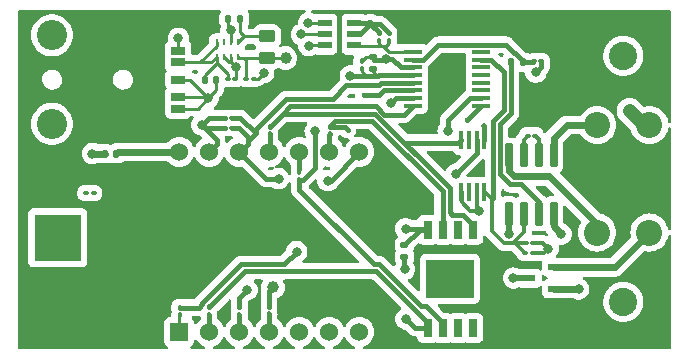
<source format=gbr>
%TF.GenerationSoftware,KiCad,Pcbnew,7.0.11*%
%TF.CreationDate,2024-12-08T12:57:22-05:00*%
%TF.ProjectId,wsg1.0,77736731-2e30-42e6-9b69-6361645f7063,rev?*%
%TF.SameCoordinates,Original*%
%TF.FileFunction,Copper,L1,Top*%
%TF.FilePolarity,Positive*%
%FSLAX46Y46*%
G04 Gerber Fmt 4.6, Leading zero omitted, Abs format (unit mm)*
G04 Created by KiCad (PCBNEW 7.0.11) date 2024-12-08 12:57:22*
%MOMM*%
%LPD*%
G01*
G04 APERTURE LIST*
G04 Aperture macros list*
%AMRoundRect*
0 Rectangle with rounded corners*
0 $1 Rounding radius*
0 $2 $3 $4 $5 $6 $7 $8 $9 X,Y pos of 4 corners*
0 Add a 4 corners polygon primitive as box body*
4,1,4,$2,$3,$4,$5,$6,$7,$8,$9,$2,$3,0*
0 Add four circle primitives for the rounded corners*
1,1,$1+$1,$2,$3*
1,1,$1+$1,$4,$5*
1,1,$1+$1,$6,$7*
1,1,$1+$1,$8,$9*
0 Add four rect primitives between the rounded corners*
20,1,$1+$1,$2,$3,$4,$5,0*
20,1,$1+$1,$4,$5,$6,$7,0*
20,1,$1+$1,$6,$7,$8,$9,0*
20,1,$1+$1,$8,$9,$2,$3,0*%
G04 Aperture macros list end*
%TA.AperFunction,SMDPad,CuDef*%
%ADD10R,4.000000X4.000000*%
%TD*%
%TA.AperFunction,SMDPad,CuDef*%
%ADD11RoundRect,0.100000X-0.130000X-0.100000X0.130000X-0.100000X0.130000X0.100000X-0.130000X0.100000X0*%
%TD*%
%TA.AperFunction,SMDPad,CuDef*%
%ADD12R,1.090000X0.610000*%
%TD*%
%TA.AperFunction,SMDPad,CuDef*%
%ADD13R,1.150000X0.600000*%
%TD*%
%TA.AperFunction,SMDPad,CuDef*%
%ADD14RoundRect,0.147500X0.172500X-0.147500X0.172500X0.147500X-0.172500X0.147500X-0.172500X-0.147500X0*%
%TD*%
%TA.AperFunction,SMDPad,CuDef*%
%ADD15RoundRect,0.100000X0.100000X-0.130000X0.100000X0.130000X-0.100000X0.130000X-0.100000X-0.130000X0*%
%TD*%
%TA.AperFunction,SMDPad,CuDef*%
%ADD16RoundRect,0.100000X-0.100000X0.130000X-0.100000X-0.130000X0.100000X-0.130000X0.100000X0.130000X0*%
%TD*%
%TA.AperFunction,SMDPad,CuDef*%
%ADD17RoundRect,0.250000X0.450000X-0.262500X0.450000X0.262500X-0.450000X0.262500X-0.450000X-0.262500X0*%
%TD*%
%TA.AperFunction,ComponentPad*%
%ADD18R,1.530000X1.530000*%
%TD*%
%TA.AperFunction,ComponentPad*%
%ADD19C,1.530000*%
%TD*%
%TA.AperFunction,SMDPad,CuDef*%
%ADD20R,0.800000X1.500000*%
%TD*%
%TA.AperFunction,SMDPad,CuDef*%
%ADD21R,4.050000X3.250000*%
%TD*%
%TA.AperFunction,SMDPad,CuDef*%
%ADD22RoundRect,0.147500X-0.147500X-0.172500X0.147500X-0.172500X0.147500X0.172500X-0.147500X0.172500X0*%
%TD*%
%TA.AperFunction,SMDPad,CuDef*%
%ADD23R,1.200000X0.750000*%
%TD*%
%TA.AperFunction,ComponentPad*%
%ADD24C,2.550000*%
%TD*%
%TA.AperFunction,SMDPad,CuDef*%
%ADD25R,0.260000X0.530000*%
%TD*%
%TA.AperFunction,SMDPad,CuDef*%
%ADD26RoundRect,0.100000X0.130000X0.100000X-0.130000X0.100000X-0.130000X-0.100000X0.130000X-0.100000X0*%
%TD*%
%TA.AperFunction,SMDPad,CuDef*%
%ADD27RoundRect,0.135000X-0.135000X-0.185000X0.135000X-0.185000X0.135000X0.185000X-0.135000X0.185000X0*%
%TD*%
%TA.AperFunction,SMDPad,CuDef*%
%ADD28RoundRect,0.147500X0.147500X0.172500X-0.147500X0.172500X-0.147500X-0.172500X0.147500X-0.172500X0*%
%TD*%
%TA.AperFunction,ComponentPad*%
%ADD29C,2.209800*%
%TD*%
%TA.AperFunction,ComponentPad*%
%ADD30C,2.387600*%
%TD*%
%TA.AperFunction,SMDPad,CuDef*%
%ADD31RoundRect,0.075000X-0.225000X0.910000X-0.225000X-0.910000X0.225000X-0.910000X0.225000X0.910000X0*%
%TD*%
%TA.AperFunction,SMDPad,CuDef*%
%ADD32RoundRect,0.135000X0.135000X0.185000X-0.135000X0.185000X-0.135000X-0.185000X0.135000X-0.185000X0*%
%TD*%
%TA.AperFunction,SMDPad,CuDef*%
%ADD33RoundRect,0.051250X0.733750X0.153750X-0.733750X0.153750X-0.733750X-0.153750X0.733750X-0.153750X0*%
%TD*%
%TA.AperFunction,SMDPad,CuDef*%
%ADD34RoundRect,0.135000X0.185000X-0.135000X0.185000X0.135000X-0.185000X0.135000X-0.185000X-0.135000X0*%
%TD*%
%TA.AperFunction,SMDPad,CuDef*%
%ADD35R,0.431800X1.498600*%
%TD*%
%TA.AperFunction,ViaPad*%
%ADD36C,0.800000*%
%TD*%
%TA.AperFunction,ViaPad*%
%ADD37C,0.700000*%
%TD*%
%TA.AperFunction,ViaPad*%
%ADD38C,1.000000*%
%TD*%
%TA.AperFunction,ViaPad*%
%ADD39C,0.500000*%
%TD*%
%TA.AperFunction,ViaPad*%
%ADD40C,0.400000*%
%TD*%
%TA.AperFunction,Conductor*%
%ADD41C,0.250000*%
%TD*%
%TA.AperFunction,Conductor*%
%ADD42C,0.400000*%
%TD*%
%TA.AperFunction,Conductor*%
%ADD43C,0.350000*%
%TD*%
%TA.AperFunction,Conductor*%
%ADD44C,1.200000*%
%TD*%
%TA.AperFunction,Conductor*%
%ADD45C,0.600000*%
%TD*%
%TA.AperFunction,Conductor*%
%ADD46C,0.500000*%
%TD*%
G04 APERTURE END LIST*
D10*
%TO.P,TP1,1,1*%
%TO.N,unconnected-(TP1-Pad1)*%
X119200000Y-142300000D03*
%TD*%
D11*
%TO.P,C5,1*%
%TO.N,GND*%
X121580000Y-138500000D03*
%TO.P,C5,2*%
%TO.N,5.5V*%
X122220000Y-138500000D03*
%TD*%
D12*
%TO.P,LinReg2,1,GND*%
%TO.N,GND*%
X161240000Y-146615000D03*
%TO.P,LinReg2,2,VOUT*%
%TO.N,Net-(LinReg2-VOUT)*%
X161240000Y-144785000D03*
%TO.P,LinReg2,3,VIN*%
%TO.N,5.5V*%
X159100000Y-145700000D03*
%TD*%
D11*
%TO.P,C2,1*%
%TO.N,5.5V*%
X135165000Y-128825000D03*
%TO.P,C2,2*%
%TO.N,GND*%
X135805000Y-128825000D03*
%TD*%
D13*
%TO.P,IC1,1,OUT*%
%TO.N,Net-(IC1-OUT)*%
X144290000Y-126000000D03*
%TO.P,IC1,2,GND_1*%
%TO.N,GND*%
X144290000Y-125050000D03*
%TO.P,IC1,3,GND_2*%
X144290000Y-124100000D03*
%TO.P,IC1,4,~{SHDN}*%
%TO.N,5.5V*%
X141790000Y-124100000D03*
%TO.P,IC1,5,GND_3*%
%TO.N,GND*%
X141790000Y-125050000D03*
%TO.P,IC1,6,VDD*%
%TO.N,5.5V*%
X141790000Y-126000000D03*
%TD*%
D14*
%TO.P,Zener1,1,K*%
%TO.N,5.5V*%
X145905000Y-127987500D03*
%TO.P,Zener1,2,A*%
%TO.N,GND*%
X145905000Y-127017500D03*
%TD*%
D15*
%TO.P,R3,1*%
%TO.N,Net-(U2-PA7_A8_D8_SCK)*%
X142240000Y-133540000D03*
%TO.P,R3,2*%
%TO.N,SClk*%
X142240000Y-132900000D03*
%TD*%
%TO.P,C6,1*%
%TO.N,Net-(IC1-OUT)*%
X146360000Y-125590000D03*
%TO.P,C6,2*%
%TO.N,GND*%
X146360000Y-124950000D03*
%TD*%
D16*
%TO.P,R12,1*%
%TO.N,CS-ADC*%
X137070000Y-148140000D03*
%TO.P,R12,2*%
%TO.N,Net-(U2-PA11_A3_D3)*%
X137070000Y-148780000D03*
%TD*%
D11*
%TO.P,C8,1*%
%TO.N,Net-(U1-AIN1)*%
X159500000Y-127350000D03*
%TO.P,C8,2*%
%TO.N,GND*%
X160140000Y-127350000D03*
%TD*%
D15*
%TO.P,R5,1*%
%TO.N,Net-(U2-PA6_A10_D10_MOSI)*%
X137130000Y-133530000D03*
%TO.P,R5,2*%
%TO.N,MOSI*%
X137130000Y-132890000D03*
%TD*%
D17*
%TO.P,R1,1*%
%TO.N,5.5V*%
X136915000Y-127037500D03*
%TO.P,R1,2*%
%TO.N,Net-(BConv1-FB)*%
X136915000Y-125212500D03*
%TD*%
D18*
%TO.P,U2,1,PA02_A0_D0*%
%TO.N,Net-(U2-PA02_A0_D0)*%
X129470000Y-150260000D03*
D19*
%TO.P,U2,2,PA4_A1_D1*%
%TO.N,Net-(U2-PA4_A1_D1)*%
X132010000Y-150260000D03*
%TO.P,U2,3,PA10_A2_D2*%
%TO.N,Net-(U2-PA10_A2_D2)*%
X134550000Y-150260000D03*
%TO.P,U2,4,PA11_A3_D3*%
%TO.N,Net-(U2-PA11_A3_D3)*%
X137090000Y-150260000D03*
%TO.P,U2,5,PA8_A4_D4_SDA*%
%TO.N,3v3*%
X139630000Y-150260000D03*
%TO.P,U2,6,PA9_A5_D5_SCL*%
X142170000Y-150260000D03*
%TO.P,U2,7,PB08_A6_D6_TX*%
X144710000Y-150260000D03*
%TO.P,U2,8,PB09_A7_D7_RX*%
X144710000Y-135020000D03*
%TO.P,U2,9,PA7_A8_D8_SCK*%
%TO.N,Net-(U2-PA7_A8_D8_SCK)*%
X142170000Y-135020000D03*
%TO.P,U2,10,PA5_A9_D9_MISO*%
%TO.N,Net-(U2-PA5_A9_D9_MISO)*%
X139630000Y-135020000D03*
%TO.P,U2,11,PA6_A10_D10_MOSI*%
%TO.N,Net-(U2-PA6_A10_D10_MOSI)*%
X137090000Y-135020000D03*
%TO.P,U2,12,3V3*%
%TO.N,3v3*%
X134550000Y-135020000D03*
%TO.P,U2,13,GND*%
%TO.N,GND*%
X132010000Y-135020000D03*
%TO.P,U2,14,5V*%
%TO.N,Net-(D8-K)*%
X129470000Y-135020000D03*
%TD*%
D20*
%TO.P,F1,1,CS#*%
%TO.N,CS-MEM*%
X150500000Y-149910000D03*
%TO.P,F1,2,DO(IO1)*%
%TO.N,MISO*%
X151770000Y-149910000D03*
%TO.P,F1,3,WP#_(IO2)*%
%TO.N,unconnected-(F1-WP#_(IO2)-Pad3)*%
X153040000Y-149910000D03*
%TO.P,F1,4,GND*%
%TO.N,GND1*%
X154310000Y-149910000D03*
%TO.P,F1,5,DI(IO0)*%
%TO.N,MOSI*%
X154310000Y-141610000D03*
%TO.P,F1,6,HOLD#(IO3)*%
%TO.N,unconnected-(F1-HOLD#(IO3)-Pad6)*%
X153040000Y-141610000D03*
%TO.P,F1,7,CLK*%
%TO.N,SClk*%
X151770000Y-141610000D03*
%TO.P,F1,8,VCC*%
%TO.N,3v3*%
X150500000Y-141610000D03*
D21*
%TO.P,F1,9*%
%TO.N,N/C*%
X152405000Y-145760000D03*
%TD*%
D22*
%TO.P,TVS1,1,A1*%
%TO.N,Net-(BConv1-EN)*%
X131645000Y-128910000D03*
%TO.P,TVS1,2,A2*%
%TO.N,GND*%
X132615000Y-128910000D03*
%TD*%
D11*
%TO.P,C11,1*%
%TO.N,DAC-Bias*%
X158790000Y-142750000D03*
%TO.P,C11,2*%
%TO.N,GND*%
X159430000Y-142750000D03*
%TD*%
D23*
%TO.P,J1,1,SLEEVE*%
%TO.N,GND*%
X129400000Y-126440000D03*
%TO.P,J1,2,TIP_1*%
X129400000Y-130340000D03*
%TO.P,J1,3,RING_1*%
X129400000Y-128890000D03*
%TO.P,J1,4,RING_2*%
X129400000Y-131340000D03*
%TO.P,J1,5,TIP_2*%
%TO.N,Net-(BConv1-EN)*%
X129400000Y-127440000D03*
D24*
%TO.P,J1,MH1,MH1*%
%TO.N,unconnected-(J1-PadMH1)*%
X118700000Y-125140000D03*
%TO.P,J1,MH2,MH2*%
%TO.N,unconnected-(J1-PadMH2)*%
X118700000Y-132640000D03*
%TD*%
D16*
%TO.P,R11,1*%
%TO.N,Ready*%
X134570000Y-148160000D03*
%TO.P,R11,2*%
%TO.N,Net-(U2-PA10_A2_D2)*%
X134570000Y-148800000D03*
%TD*%
D25*
%TO.P,BConv1,1,VIN*%
%TO.N,Net-(BConv1-EN)*%
X132640000Y-126950000D03*
%TO.P,BConv1,2,GND_1*%
%TO.N,GND*%
X133240000Y-126950000D03*
%TO.P,BConv1,3,GND_2*%
X133840000Y-126950000D03*
%TO.P,BConv1,4,VOUT*%
%TO.N,5.5V*%
X134440000Y-126950000D03*
%TO.P,BConv1,5,FB*%
%TO.N,Net-(BConv1-FB)*%
X134440000Y-125750000D03*
%TO.P,BConv1,6,GND_3*%
%TO.N,GND*%
X133840000Y-125750000D03*
%TO.P,BConv1,7,MODE*%
%TO.N,unconnected-(BConv1-MODE-Pad7)*%
X133240000Y-125750000D03*
%TO.P,BConv1,8,EN*%
%TO.N,Net-(BConv1-EN)*%
X132640000Y-125750000D03*
%TD*%
D16*
%TO.P,R7,1*%
%TO.N,CS-MEM*%
X132000000Y-148180000D03*
%TO.P,R7,2*%
%TO.N,Net-(U2-PA4_A1_D1)*%
X132000000Y-148820000D03*
%TD*%
D26*
%TO.P,R8,1*%
%TO.N,Net-(InstrAmp1-RG_1)*%
X159610000Y-133630000D03*
%TO.P,R8,2*%
%TO.N,Net-(InstrAmp1-RG_2)*%
X158970000Y-133630000D03*
%TD*%
D16*
%TO.P,R4,1*%
%TO.N,Net-(U2-PA5_A9_D9_MISO)*%
X139640000Y-136740000D03*
%TO.P,R4,2*%
%TO.N,MISO*%
X139640000Y-137380000D03*
%TD*%
D26*
%TO.P,C3,1*%
%TO.N,3v3*%
X133980000Y-132130000D03*
%TO.P,C3,2*%
%TO.N,GND*%
X133340000Y-132130000D03*
%TD*%
D16*
%TO.P,R6,1*%
%TO.N,CS-DAC*%
X129510000Y-148190000D03*
%TO.P,R6,2*%
%TO.N,Net-(U2-PA02_A0_D0)*%
X129510000Y-148830000D03*
%TD*%
D27*
%TO.P,R10,1*%
%TO.N,AmplifiedSig*%
X157560000Y-127410000D03*
%TO.P,R10,2*%
%TO.N,Net-(U1-AIN1)*%
X158580000Y-127410000D03*
%TD*%
D11*
%TO.P,C12,1*%
%TO.N,DAC-Bias*%
X158760000Y-143550000D03*
%TO.P,C12,2*%
%TO.N,GND*%
X159400000Y-143550000D03*
%TD*%
D26*
%TO.P,C1,1*%
%TO.N,GND*%
X134210000Y-128850000D03*
%TO.P,C1,2*%
%TO.N,Net-(BConv1-EN)*%
X133570000Y-128850000D03*
%TD*%
D15*
%TO.P,C15,1*%
%TO.N,Net-(IC1-OUT)*%
X147200000Y-125600000D03*
%TO.P,C15,2*%
%TO.N,GND*%
X147200000Y-124960000D03*
%TD*%
D28*
%TO.P,D8,1,K*%
%TO.N,Net-(D8-K)*%
X124147500Y-135170000D03*
%TO.P,D8,2,A*%
%TO.N,5.5V*%
X123177500Y-135170000D03*
%TD*%
D29*
%TO.P,U3,1,1*%
%TO.N,Net-(InstrAmp1-+IN)*%
X164860000Y-141840002D03*
%TO.P,U3,2,2*%
%TO.N,Net-(InstrAmp1--IN)*%
X164860000Y-132740000D03*
%TO.P,U3,3,3*%
%TO.N,Net-(LinReg2-VOUT)*%
X169280000Y-141840002D03*
%TO.P,U3,4,4*%
%TO.N,GND*%
X169280000Y-132740000D03*
D30*
%TO.P,U3,5*%
%TO.N,N/C*%
X167069999Y-147704999D03*
%TO.P,U3,6*%
X167069999Y-126875003D03*
%TD*%
D31*
%TO.P,InstrAmp1,1,-IN*%
%TO.N,Net-(InstrAmp1--IN)*%
X161170000Y-135310000D03*
%TO.P,InstrAmp1,2,RG_1*%
%TO.N,Net-(InstrAmp1-RG_1)*%
X159900000Y-135310000D03*
%TO.P,InstrAmp1,3,RG_2*%
%TO.N,Net-(InstrAmp1-RG_2)*%
X158630000Y-135310000D03*
%TO.P,InstrAmp1,4,+IN*%
%TO.N,Net-(InstrAmp1-+IN)*%
X157360000Y-135310000D03*
%TO.P,InstrAmp1,5,-VS*%
%TO.N,GND*%
X157360000Y-140250000D03*
%TO.P,InstrAmp1,6,REF*%
%TO.N,DAC-Bias*%
X158630000Y-140250000D03*
%TO.P,InstrAmp1,7,OUT*%
%TO.N,AmplifiedSig*%
X159900000Y-140250000D03*
%TO.P,InstrAmp1,8,+VS*%
%TO.N,5.5V*%
X161170000Y-140250000D03*
%TD*%
D16*
%TO.P,C7,1*%
%TO.N,GND*%
X144915000Y-127330000D03*
%TO.P,C7,2*%
%TO.N,5.5V*%
X144915000Y-127970000D03*
%TD*%
D32*
%TO.P,R2,1*%
%TO.N,Net-(BConv1-FB)*%
X134635000Y-123775000D03*
%TO.P,R2,2*%
%TO.N,GND*%
X133615000Y-123775000D03*
%TD*%
D33*
%TO.P,U1,1,SCLK*%
%TO.N,SClk*%
X155000000Y-131095000D03*
%TO.P,U1,2,~{CS}*%
%TO.N,CS-ADC*%
X155000000Y-130445000D03*
%TO.P,U1,3,CLK*%
%TO.N,GND*%
X155000000Y-129795000D03*
%TO.P,U1,4,DGND*%
X155000000Y-129145000D03*
%TO.P,U1,5,AVSS*%
X155000000Y-128495000D03*
%TO.P,U1,6,AIN3/REFN1*%
%TO.N,unconnected-(U1-AIN3{slash}REFN1-Pad6)*%
X155000000Y-127845000D03*
%TO.P,U1,7,AIN2*%
%TO.N,DAC-Bias*%
X155000000Y-127195000D03*
%TO.P,U1,8,REFN0*%
%TO.N,GND*%
X155000000Y-126545000D03*
%TO.P,U1,9,REFP0*%
%TO.N,Net-(IC1-OUT)*%
X149260000Y-126545000D03*
%TO.P,U1,10,AIN1*%
%TO.N,Net-(U1-AIN1)*%
X149260000Y-127195000D03*
%TO.P,U1,11,AIN0/REFP1*%
%TO.N,GND*%
X149260000Y-127845000D03*
%TO.P,U1,12,AVDD*%
%TO.N,5.5V*%
X149260000Y-128495000D03*
%TO.P,U1,13,DVDD*%
%TO.N,3v3*%
X149260000Y-129145000D03*
%TO.P,U1,14,~{DRDY}*%
%TO.N,Ready*%
X149260000Y-129795000D03*
%TO.P,U1,15,DOUT/~DRDY*%
%TO.N,MISO*%
X149260000Y-130445000D03*
%TO.P,U1,16,DIN*%
%TO.N,MOSI*%
X149260000Y-131095000D03*
%TD*%
D34*
%TO.P,R9,1*%
%TO.N,CS-MEM*%
X148540000Y-143910000D03*
%TO.P,R9,2*%
%TO.N,3v3*%
X148540000Y-142890000D03*
%TD*%
D35*
%TO.P,DAC1,1,VDD*%
%TO.N,5.5V*%
X155285200Y-134025600D03*
%TO.P,DAC1,2,CS#*%
%TO.N,CS-DAC*%
X154650200Y-134025600D03*
%TO.P,DAC1,3,SCLK*%
%TO.N,SClk*%
X153989800Y-134025600D03*
%TO.P,DAC1,4,SDIN*%
%TO.N,MOSI*%
X153354800Y-134025600D03*
%TO.P,DAC1,5,LDAC#*%
%TO.N,GND*%
X153354800Y-138394400D03*
%TO.P,DAC1,6,CLR#*%
%TO.N,unconnected-(DAC1-CLR#-Pad6)*%
X153989800Y-138394400D03*
%TO.P,DAC1,7,GND*%
%TO.N,GND*%
X154650200Y-138394400D03*
%TO.P,DAC1,8,VOUT*%
%TO.N,DAC-Bias*%
X155285200Y-138394400D03*
%TD*%
D26*
%TO.P,C4,1*%
%TO.N,3v3*%
X133970000Y-132970000D03*
%TO.P,C4,2*%
%TO.N,GND*%
X133330000Y-132970000D03*
%TD*%
D36*
%TO.N,GND*%
X146970000Y-127110000D03*
X134310000Y-127840000D03*
X159655000Y-128270000D03*
X136630000Y-128310000D03*
X154810000Y-139980000D03*
D37*
X145660000Y-124190000D03*
D36*
X160700000Y-143210000D03*
X163300000Y-146630000D03*
X139810000Y-125070000D03*
X131380000Y-132730000D03*
D38*
X167600000Y-131540000D03*
D36*
X133835000Y-124725000D03*
X129400000Y-125400000D03*
X131940000Y-130450000D03*
X157370000Y-141970000D03*
D38*
%TO.N,5.5V*%
X138470000Y-127070000D03*
D36*
X161820000Y-141980000D03*
X140400000Y-124090000D03*
X143950000Y-128570500D03*
X122120000Y-135150000D03*
D39*
X155285200Y-132785200D03*
D36*
X157760000Y-145700000D03*
X140440000Y-126020000D03*
%TO.N,3v3*%
X148640000Y-141520000D03*
X137880332Y-137280332D03*
X142060000Y-137450000D03*
%TO.N,CS-DAC*%
X139420000Y-143460000D03*
X152890000Y-136880000D03*
D40*
%TO.N,SClk*%
X143740000Y-133170000D03*
X153802500Y-132292500D03*
D36*
%TO.N,CS-MEM*%
X148660000Y-149160000D03*
X148560000Y-144950000D03*
%TO.N,Ready*%
X135220000Y-146700000D03*
D40*
X145080000Y-130169500D03*
D36*
%TO.N,MISO*%
X140980000Y-133240000D03*
X147410000Y-130840000D03*
D38*
%TO.N,CS-ADC*%
X137400000Y-146470000D03*
D36*
X152230000Y-133239500D03*
%TD*%
D41*
%TO.N,GND*%
X133835000Y-124725000D02*
X133835000Y-125745000D01*
D42*
X146360000Y-124890000D02*
X145660000Y-124190000D01*
X145570000Y-124100000D02*
X145660000Y-124190000D01*
D41*
X131830000Y-130340000D02*
X129400000Y-130340000D01*
D43*
X160240000Y-142750000D02*
X159430000Y-142750000D01*
D42*
X133330000Y-132970000D02*
X131620000Y-132970000D01*
D41*
X133660000Y-127370000D02*
X133240000Y-126950000D01*
X136115000Y-128825000D02*
X136630000Y-128310000D01*
X131940000Y-130450000D02*
X132615000Y-129775000D01*
X133615000Y-123775000D02*
X133615000Y-124505000D01*
D43*
X160700000Y-143210000D02*
X160240000Y-142750000D01*
D42*
X146970000Y-127110000D02*
X147476371Y-127110000D01*
X132660000Y-134370000D02*
X132010000Y-135020000D01*
X148211371Y-127845000D02*
X149260000Y-127845000D01*
D41*
X133840000Y-127370000D02*
X134310000Y-127840000D01*
D42*
X144800000Y-125050000D02*
X145660000Y-124190000D01*
D41*
X133835000Y-125745000D02*
X133840000Y-125750000D01*
D44*
X168800000Y-132740000D02*
X167600000Y-131540000D01*
D45*
X163285000Y-146615000D02*
X163300000Y-146630000D01*
D41*
X145155000Y-127110000D02*
X145247500Y-127017500D01*
X134310000Y-127840000D02*
X134310000Y-128750000D01*
X131940000Y-130450000D02*
X131050000Y-131340000D01*
X141790000Y-125050000D02*
X139830000Y-125050000D01*
D43*
X154690200Y-138404400D02*
X154690200Y-139860200D01*
D41*
X145247500Y-127017500D02*
X145905000Y-127017500D01*
D43*
X153394800Y-138404400D02*
X153394800Y-139264930D01*
D41*
X133840000Y-126950000D02*
X133840000Y-127370000D01*
X133615000Y-124505000D02*
X133835000Y-124725000D01*
D42*
X144290000Y-124100000D02*
X145570000Y-124100000D01*
D43*
X160700000Y-143210000D02*
X160360000Y-143550000D01*
D41*
X144915000Y-127330000D02*
X145135000Y-127110000D01*
D42*
X146430000Y-124190000D02*
X147200000Y-124960000D01*
X144290000Y-125050000D02*
X144800000Y-125050000D01*
D43*
X154109870Y-139980000D02*
X154810000Y-139980000D01*
D41*
X132615000Y-129775000D02*
X132615000Y-128910000D01*
X145135000Y-127110000D02*
X145155000Y-127110000D01*
D42*
X131380000Y-132730000D02*
X131620000Y-132970000D01*
X145660000Y-124190000D02*
X146430000Y-124190000D01*
D41*
X130380000Y-128890000D02*
X129400000Y-128890000D01*
X131940000Y-130450000D02*
X130380000Y-128890000D01*
D45*
X161240000Y-146615000D02*
X163285000Y-146615000D01*
D42*
X131980000Y-132130000D02*
X133340000Y-132130000D01*
X131380000Y-132730000D02*
X131980000Y-132130000D01*
X131380000Y-132730000D02*
X132660000Y-134010000D01*
D43*
X154690200Y-139860200D02*
X154810000Y-139980000D01*
D41*
X134310000Y-128750000D02*
X134210000Y-128850000D01*
D42*
X146360000Y-124950000D02*
X146360000Y-124890000D01*
X132660000Y-134010000D02*
X132660000Y-134370000D01*
X160140000Y-127350000D02*
X160140000Y-127785000D01*
X146882500Y-127197500D02*
X146970000Y-127110000D01*
D41*
X139830000Y-125050000D02*
X139810000Y-125070000D01*
X131050000Y-131340000D02*
X129400000Y-131340000D01*
D44*
X169280000Y-132740000D02*
X168800000Y-132740000D01*
D43*
X160360000Y-143550000D02*
X159400000Y-143550000D01*
D41*
X131940000Y-130450000D02*
X131830000Y-130340000D01*
D42*
X145990000Y-127197500D02*
X146882500Y-127197500D01*
X160140000Y-127785000D02*
X159655000Y-128270000D01*
D46*
X157360000Y-141960000D02*
X157370000Y-141970000D01*
D41*
X129400000Y-126440000D02*
X129400000Y-125400000D01*
D43*
X153394800Y-139264930D02*
X154109870Y-139980000D01*
D41*
X133840000Y-127370000D02*
X133660000Y-127370000D01*
D42*
X147476371Y-127110000D02*
X148211371Y-127845000D01*
D41*
X135805000Y-128825000D02*
X136115000Y-128825000D01*
D46*
X157360000Y-140250000D02*
X157360000Y-141960000D01*
D41*
%TO.N,5.5V*%
X144915000Y-128220000D02*
X145285000Y-128590000D01*
D42*
X149260000Y-128495000D02*
X146370000Y-128495000D01*
D41*
X144915000Y-127970000D02*
X144915000Y-128220000D01*
X141790000Y-124100000D02*
X140410000Y-124100000D01*
X141790000Y-126000000D02*
X140460000Y-126000000D01*
X134935000Y-127037500D02*
X135165000Y-127267500D01*
D42*
X155285200Y-132785200D02*
X155285200Y-134025600D01*
X145285000Y-128590000D02*
X145710000Y-128590000D01*
D45*
X123177500Y-135170000D02*
X122140000Y-135170000D01*
D41*
X140410000Y-124100000D02*
X140400000Y-124090000D01*
X136915000Y-127037500D02*
X134935000Y-127037500D01*
D45*
X122140000Y-135170000D02*
X122120000Y-135150000D01*
D41*
X138437500Y-127037500D02*
X138470000Y-127070000D01*
X145905000Y-128220000D02*
X146275000Y-128590000D01*
D45*
X161820000Y-141980000D02*
X161170000Y-141330000D01*
D42*
X143969500Y-128590000D02*
X143950000Y-128570500D01*
X145710000Y-128590000D02*
X143969500Y-128590000D01*
D41*
X135165000Y-127267500D02*
X135165000Y-128825000D01*
D46*
X159100000Y-145700000D02*
X157760000Y-145700000D01*
D42*
X145710000Y-128590000D02*
X146215000Y-128590000D01*
D41*
X145905000Y-127987500D02*
X145905000Y-128220000D01*
X140460000Y-126000000D02*
X140440000Y-126020000D01*
X134527500Y-127037500D02*
X134440000Y-126950000D01*
D42*
X146370000Y-128495000D02*
X146275000Y-128590000D01*
D41*
X136915000Y-127037500D02*
X138437500Y-127037500D01*
X134935000Y-127037500D02*
X134527500Y-127037500D01*
D45*
X161170000Y-141330000D02*
X161170000Y-140250000D01*
D41*
%TO.N,Net-(BConv1-FB)*%
X134977500Y-125212500D02*
X134635000Y-124870000D01*
X134635000Y-124870000D02*
X134635000Y-123775000D01*
X134977500Y-125212500D02*
X136915000Y-125212500D01*
X134440000Y-125750000D02*
X134977500Y-125212500D01*
D42*
%TO.N,3v3*%
X142060000Y-137450000D02*
X142280000Y-137450000D01*
X149820000Y-141610000D02*
X148540000Y-142890000D01*
X150500000Y-141610000D02*
X149820000Y-141610000D01*
X142449129Y-130540000D02*
X143618629Y-129370500D01*
X135295000Y-134325000D02*
X135295000Y-134090000D01*
X135952500Y-133432500D02*
X135952500Y-133097500D01*
X134650000Y-132130000D02*
X133980000Y-132130000D01*
X135295000Y-133725000D02*
X134540000Y-132970000D01*
X134600000Y-135020000D02*
X135295000Y-134325000D01*
X134550000Y-135020000D02*
X134600000Y-135020000D01*
X135295000Y-134090000D02*
X135952500Y-133432500D01*
X138510000Y-130540000D02*
X142449129Y-130540000D01*
X142280000Y-137450000D02*
X144710000Y-135020000D01*
X148640000Y-141520000D02*
X150410000Y-141520000D01*
X136810332Y-137280332D02*
X134550000Y-135020000D01*
X135295000Y-134090000D02*
X135295000Y-133725000D01*
X146343028Y-129370500D02*
X146568528Y-129145000D01*
X150410000Y-141520000D02*
X150500000Y-141610000D01*
X146568528Y-129145000D02*
X149260000Y-129145000D01*
X135952500Y-133097500D02*
X138510000Y-130540000D01*
X137880332Y-137280332D02*
X136810332Y-137280332D01*
X134540000Y-132970000D02*
X133970000Y-132970000D01*
X143618629Y-129370500D02*
X146343028Y-129370500D01*
X134650000Y-132130000D02*
X135952500Y-133432500D01*
D41*
%TO.N,Net-(IC1-OUT)*%
X146630000Y-126040000D02*
X144330000Y-126040000D01*
X147200000Y-125830000D02*
X146990000Y-126040000D01*
X147265000Y-126545000D02*
X149260000Y-126545000D01*
X147200000Y-125600000D02*
X147200000Y-125830000D01*
X146760000Y-126040000D02*
X146630000Y-126040000D01*
X146760000Y-126040000D02*
X147265000Y-126545000D01*
X146520000Y-126040000D02*
X146630000Y-126040000D01*
X144330000Y-126040000D02*
X144290000Y-126000000D01*
X146360000Y-125880000D02*
X146520000Y-126040000D01*
X146360000Y-125770000D02*
X146360000Y-125880000D01*
X146990000Y-126040000D02*
X146760000Y-126040000D01*
D42*
%TO.N,Net-(U1-AIN1)*%
X149260000Y-127195000D02*
X150135664Y-127195000D01*
X150135664Y-127195000D02*
X151390664Y-125940000D01*
X158580000Y-127353396D02*
X158580000Y-127410000D01*
X157166604Y-125940000D02*
X158580000Y-127353396D01*
X158580000Y-127410000D02*
X159440000Y-127410000D01*
X151390664Y-125940000D02*
X157166604Y-125940000D01*
D43*
%TO.N,DAC-Bias*%
X157788008Y-142648008D02*
X157890000Y-142750000D01*
X157788008Y-142648008D02*
X158630000Y-141806016D01*
X157005000Y-142745000D02*
X157691016Y-142745000D01*
D42*
X156960000Y-131451472D02*
X156040000Y-132371472D01*
X156960000Y-128279336D02*
X156960000Y-131451472D01*
D43*
X155325200Y-138404400D02*
X155930000Y-139009200D01*
D42*
X156040000Y-132371472D02*
X156040000Y-138899200D01*
D43*
X157910000Y-142750000D02*
X157890000Y-142750000D01*
X155930000Y-139009200D02*
X155930000Y-141670000D01*
X158710000Y-143550000D02*
X157910000Y-142750000D01*
X158760000Y-143550000D02*
X158710000Y-143550000D01*
D42*
X156040000Y-138899200D02*
X155930000Y-139009200D01*
X155000000Y-127195000D02*
X155875664Y-127195000D01*
D43*
X157691016Y-142745000D02*
X157788008Y-142648008D01*
X158630000Y-141806016D02*
X158630000Y-140250000D01*
X155930000Y-141670000D02*
X157005000Y-142745000D01*
D42*
X155875664Y-127195000D02*
X156960000Y-128279336D01*
D43*
X157890000Y-142750000D02*
X158790000Y-142750000D01*
D45*
%TO.N,Net-(D8-K)*%
X129470000Y-135020000D02*
X124297500Y-135020000D01*
X124297500Y-135020000D02*
X124147500Y-135170000D01*
D42*
%TO.N,CS-DAC*%
X131130000Y-148190000D02*
X129510000Y-148190000D01*
X131400000Y-147920000D02*
X131130000Y-148190000D01*
X138370000Y-144510000D02*
X134732892Y-144510000D01*
X134732892Y-144510000D02*
X131400000Y-147842892D01*
X154650200Y-134025600D02*
X154650200Y-135119800D01*
X131400000Y-147842892D02*
X131400000Y-147920000D01*
X154650200Y-135119800D02*
X152890000Y-136880000D01*
X139420000Y-143460000D02*
X138370000Y-144510000D01*
%TO.N,SClk*%
X151770000Y-138318528D02*
X151770000Y-141610000D01*
X145821472Y-132370000D02*
X151770000Y-138318528D01*
X143470000Y-132900000D02*
X142240000Y-132900000D01*
X143740000Y-133170000D02*
X143470000Y-132900000D01*
X142240000Y-132900000D02*
X142240000Y-132830000D01*
X142700000Y-132370000D02*
X145821472Y-132370000D01*
X153802500Y-132292500D02*
X155000000Y-131095000D01*
X142240000Y-132830000D02*
X142700000Y-132370000D01*
%TO.N,MOSI*%
X153354800Y-134025600D02*
X153138900Y-134241500D01*
X148495000Y-131860000D02*
X146830000Y-131860000D01*
X146110000Y-131140000D02*
X138880000Y-131140000D01*
X149260000Y-131095000D02*
X148495000Y-131860000D01*
X148541500Y-134241500D02*
X146070000Y-131770000D01*
X153475686Y-140330000D02*
X154310000Y-141164314D01*
X154310000Y-141164314D02*
X154310000Y-141610000D01*
X137130000Y-132890000D02*
X138250000Y-131770000D01*
X146830000Y-131860000D02*
X146110000Y-131140000D01*
X152370000Y-140100000D02*
X152600000Y-140330000D01*
X153138900Y-134241500D02*
X148541500Y-134241500D01*
X152370000Y-138070000D02*
X152370000Y-140100000D01*
X138250000Y-131770000D02*
X146070000Y-131770000D01*
X146070000Y-131770000D02*
X152370000Y-138070000D01*
X138880000Y-131140000D02*
X138250000Y-131770000D01*
X152600000Y-140330000D02*
X153475686Y-140330000D01*
%TO.N,CS-MEM*%
X150500000Y-149910000D02*
X149410000Y-149910000D01*
X148540000Y-144930000D02*
X148560000Y-144950000D01*
X146140000Y-145110000D02*
X135070000Y-145110000D01*
X148540000Y-143910000D02*
X148540000Y-144930000D01*
X149410000Y-149910000D02*
X148660000Y-149160000D01*
X150500000Y-149910000D02*
X150500000Y-149460000D01*
X150190000Y-149160000D02*
X146140000Y-145110000D01*
X150500000Y-149460000D02*
X150200000Y-149160000D01*
X150200000Y-149160000D02*
X150190000Y-149160000D01*
X135070000Y-145110000D02*
X132000000Y-148180000D01*
D45*
%TO.N,Net-(InstrAmp1--IN)*%
X161170000Y-133850000D02*
X161170000Y-135310000D01*
X164860000Y-132740000D02*
X162280000Y-132740000D01*
X162280000Y-132740000D02*
X161170000Y-133850000D01*
D43*
%TO.N,Net-(InstrAmp1-RG_1)*%
X159900000Y-133920000D02*
X159610000Y-133630000D01*
X159900000Y-135310000D02*
X159900000Y-133920000D01*
%TO.N,Net-(InstrAmp1-RG_2)*%
X158630000Y-133970000D02*
X158970000Y-133630000D01*
X158630000Y-135310000D02*
X158630000Y-133970000D01*
D45*
%TO.N,Net-(InstrAmp1-+IN)*%
X160780000Y-137060000D02*
X157790000Y-137060000D01*
X164860000Y-141140000D02*
X160780000Y-137060000D01*
X157790000Y-137060000D02*
X157360000Y-136630000D01*
X157360000Y-136630000D02*
X157360000Y-135310000D01*
X164860000Y-141840002D02*
X164860000Y-141140000D01*
D42*
%TO.N,AmplifiedSig*%
X159900000Y-139265000D02*
X158395000Y-137760000D01*
X157560000Y-131700000D02*
X157560000Y-127410000D01*
X156640000Y-132620000D02*
X157560000Y-131700000D01*
X158395000Y-137760000D02*
X157500050Y-137760000D01*
X156640000Y-136899950D02*
X156640000Y-132620000D01*
X157500050Y-137760000D02*
X156640000Y-136899950D01*
X159900000Y-140250000D02*
X159900000Y-139265000D01*
%TO.N,Ready*%
X135220000Y-146700000D02*
X134570000Y-147350000D01*
X146767056Y-129795000D02*
X149260000Y-129795000D01*
X134570000Y-147350000D02*
X134570000Y-148160000D01*
X145080000Y-130169500D02*
X146392556Y-130169500D01*
X146392556Y-130169500D02*
X146767056Y-129795000D01*
D45*
%TO.N,Net-(LinReg2-VOUT)*%
X166335002Y-144785000D02*
X169280000Y-141840002D01*
X161240000Y-144785000D02*
X166335002Y-144785000D01*
D42*
%TO.N,MISO*%
X147410000Y-130840000D02*
X147805000Y-130445000D01*
X147805000Y-130445000D02*
X149260000Y-130445000D01*
X151065686Y-148760000D02*
X151050000Y-148760000D01*
X146388528Y-144510000D02*
X145940000Y-144510000D01*
X139937108Y-137380000D02*
X140980000Y-136337108D01*
X150390000Y-148100000D02*
X149978528Y-148100000D01*
X149978528Y-148100000D02*
X146388528Y-144510000D01*
X151050000Y-148760000D02*
X150390000Y-148100000D01*
X145940000Y-144510000D02*
X139640000Y-138210000D01*
X139640000Y-138210000D02*
X139640000Y-137380000D01*
X140980000Y-136337108D02*
X140980000Y-133240000D01*
X139640000Y-137380000D02*
X139937108Y-137380000D01*
X151770000Y-149464314D02*
X151065686Y-148760000D01*
X151770000Y-149910000D02*
X151770000Y-149464314D01*
%TO.N,Net-(U2-PA7_A8_D8_SCK)*%
X142170000Y-135020000D02*
X142170000Y-133610000D01*
X142170000Y-133610000D02*
X142240000Y-133540000D01*
%TO.N,Net-(U2-PA5_A9_D9_MISO)*%
X139630000Y-135020000D02*
X139630000Y-136480000D01*
%TO.N,Net-(U2-PA6_A10_D10_MOSI)*%
X137130000Y-133530000D02*
X137130000Y-134980000D01*
X137130000Y-134980000D02*
X137090000Y-135020000D01*
D41*
%TO.N,Net-(U2-PA02_A0_D0)*%
X129470000Y-148870000D02*
X129510000Y-148830000D01*
X129470000Y-150260000D02*
X129470000Y-148870000D01*
D42*
%TO.N,CS-ADC*%
X154124336Y-130445000D02*
X155000000Y-130445000D01*
X137070000Y-146800000D02*
X137070000Y-148140000D01*
X152230000Y-132339336D02*
X154124336Y-130445000D01*
X152230000Y-133239500D02*
X152230000Y-132339336D01*
X137400000Y-146470000D02*
X137070000Y-146800000D01*
%TO.N,Net-(U2-PA4_A1_D1)*%
X132010000Y-150260000D02*
X132010000Y-148830000D01*
X132010000Y-148830000D02*
X132000000Y-148820000D01*
%TO.N,Net-(U2-PA10_A2_D2)*%
X134550000Y-150260000D02*
X134550000Y-148820000D01*
X134550000Y-148820000D02*
X134570000Y-148800000D01*
%TO.N,Net-(U2-PA11_A3_D3)*%
X137090000Y-148800000D02*
X137070000Y-148780000D01*
X137090000Y-150260000D02*
X137090000Y-148800000D01*
D41*
%TO.N,Net-(BConv1-EN)*%
X131240000Y-127430000D02*
X131240000Y-127440000D01*
X132640000Y-126030000D02*
X131240000Y-127430000D01*
X131240000Y-127440000D02*
X132150000Y-127440000D01*
X132640000Y-127470000D02*
X133560000Y-128390000D01*
X132150000Y-127440000D02*
X132640000Y-126950000D01*
X132640000Y-127470000D02*
X131645000Y-128465000D01*
X132640000Y-126950000D02*
X132640000Y-127470000D01*
X133560000Y-128390000D02*
X133560000Y-128840000D01*
X132640000Y-125750000D02*
X132640000Y-126030000D01*
X133560000Y-128840000D02*
X133570000Y-128850000D01*
X131645000Y-128465000D02*
X131645000Y-128910000D01*
X129400000Y-127440000D02*
X131240000Y-127440000D01*
%TD*%
%TA.AperFunction,NonConductor*%
G36*
X135804951Y-125857685D02*
G01*
X135843449Y-125896901D01*
X135872286Y-125943652D01*
X135872289Y-125943657D01*
X135965951Y-126037319D01*
X135999436Y-126098642D01*
X135994452Y-126168334D01*
X135965951Y-126212681D01*
X135872289Y-126306342D01*
X135872288Y-126306344D01*
X135844722Y-126351037D01*
X135843451Y-126353097D01*
X135791503Y-126399821D01*
X135737912Y-126412000D01*
X135134702Y-126412000D01*
X135067663Y-126392315D01*
X135021908Y-126339511D01*
X135011964Y-126270353D01*
X135018520Y-126244667D01*
X135064091Y-126122483D01*
X135070499Y-126062885D01*
X135070499Y-126062882D01*
X135070500Y-126062873D01*
X135070499Y-126055461D01*
X135090177Y-125988422D01*
X135106819Y-125967770D01*
X135200273Y-125874318D01*
X135261596Y-125840834D01*
X135287953Y-125838000D01*
X135737912Y-125838000D01*
X135804951Y-125857685D01*
G37*
%TD.AperFunction*%
%TA.AperFunction,NonConductor*%
G36*
X156881999Y-126660185D02*
G01*
X156927754Y-126712989D01*
X156937698Y-126782147D01*
X156921692Y-126827621D01*
X156845964Y-126955670D01*
X156794895Y-127003354D01*
X156726153Y-127015857D01*
X156661564Y-126989212D01*
X156651551Y-126980230D01*
X156523502Y-126852181D01*
X156490017Y-126790858D01*
X156495001Y-126721166D01*
X156536873Y-126665233D01*
X156602337Y-126640816D01*
X156611183Y-126640500D01*
X156814960Y-126640500D01*
X156881999Y-126660185D01*
G37*
%TD.AperFunction*%
%TA.AperFunction,NonConductor*%
G36*
X131009663Y-128085185D02*
G01*
X131055418Y-128137989D01*
X131065362Y-128207147D01*
X131060532Y-128225309D01*
X131060740Y-128225363D01*
X131057950Y-128236225D01*
X131056446Y-128238860D01*
X131055933Y-128240158D01*
X131055748Y-128240084D01*
X131025533Y-128293055D01*
X130981411Y-128337179D01*
X130981404Y-128337188D01*
X130961519Y-128370812D01*
X130910450Y-128418495D01*
X130841708Y-128430998D01*
X130777119Y-128404352D01*
X130769904Y-128398082D01*
X130750585Y-128379940D01*
X130750577Y-128379935D01*
X130733029Y-128370288D01*
X130716763Y-128359604D01*
X130700932Y-128347324D01*
X130660849Y-128329978D01*
X130650363Y-128324841D01*
X130605257Y-128300045D01*
X130606233Y-128298269D01*
X130559508Y-128261816D01*
X130536402Y-128195877D01*
X130552613Y-128127914D01*
X130602994Y-128079504D01*
X130660238Y-128065500D01*
X130942624Y-128065500D01*
X131009663Y-128085185D01*
G37*
%TD.AperFunction*%
%TA.AperFunction,NonConductor*%
G36*
X144319579Y-130090685D02*
G01*
X144365334Y-130143489D01*
X144375636Y-130180051D01*
X144376780Y-130189475D01*
X144378596Y-130204424D01*
X144379500Y-130219373D01*
X144379500Y-130254556D01*
X144384738Y-130275806D01*
X144387207Y-130285825D01*
X144384138Y-130355628D01*
X144343818Y-130412690D01*
X144279048Y-130438895D01*
X144266810Y-130439500D01*
X143839648Y-130439500D01*
X143772609Y-130419815D01*
X143726854Y-130367011D01*
X143716910Y-130297853D01*
X143745935Y-130234297D01*
X143751967Y-130227819D01*
X143872467Y-130107319D01*
X143933790Y-130073834D01*
X143960148Y-130071000D01*
X144252540Y-130071000D01*
X144319579Y-130090685D01*
G37*
%TD.AperFunction*%
%TA.AperFunction,NonConductor*%
G36*
X153659357Y-126660185D02*
G01*
X153705112Y-126712989D01*
X153715432Y-126749711D01*
X153718704Y-126776951D01*
X153725148Y-126830617D01*
X153727095Y-126838317D01*
X153724068Y-126839082D01*
X153729008Y-126894170D01*
X153726822Y-126901614D01*
X153727095Y-126901683D01*
X153725148Y-126909382D01*
X153721472Y-126940000D01*
X153714500Y-126998056D01*
X153714500Y-127391944D01*
X153717487Y-127416815D01*
X153725148Y-127480617D01*
X153727095Y-127488317D01*
X153724068Y-127489082D01*
X153729008Y-127544170D01*
X153726822Y-127551614D01*
X153727095Y-127551683D01*
X153725148Y-127559382D01*
X153721237Y-127591958D01*
X153714500Y-127648056D01*
X153714500Y-128041944D01*
X153721276Y-128098369D01*
X153725148Y-128130617D01*
X153727095Y-128138317D01*
X153724068Y-128139082D01*
X153729008Y-128194170D01*
X153726822Y-128201614D01*
X153727095Y-128201683D01*
X153725148Y-128209382D01*
X153721462Y-128240084D01*
X153714500Y-128298056D01*
X153714500Y-128691944D01*
X153721276Y-128748369D01*
X153725148Y-128780617D01*
X153727095Y-128788317D01*
X153724068Y-128789082D01*
X153729008Y-128844170D01*
X153726822Y-128851614D01*
X153727095Y-128851683D01*
X153725148Y-128859382D01*
X153721627Y-128888707D01*
X153714500Y-128948056D01*
X153714500Y-129341944D01*
X153719654Y-129384862D01*
X153725148Y-129430617D01*
X153727095Y-129438317D01*
X153724068Y-129439082D01*
X153729008Y-129494170D01*
X153726822Y-129501614D01*
X153727095Y-129501683D01*
X153725148Y-129509382D01*
X153721389Y-129540690D01*
X153714500Y-129598056D01*
X153714500Y-129598062D01*
X153714500Y-129811638D01*
X153694815Y-129878677D01*
X153660943Y-129913686D01*
X153656404Y-129916818D01*
X153656404Y-129916819D01*
X153616519Y-129961838D01*
X153611387Y-129967290D01*
X151752290Y-131826387D01*
X151746838Y-131831519D01*
X151701819Y-131871404D01*
X151667649Y-131920905D01*
X151663213Y-131926933D01*
X151626124Y-131974274D01*
X151626119Y-131974284D01*
X151621960Y-131983524D01*
X151610942Y-132003059D01*
X151605187Y-132011397D01*
X151605179Y-132011412D01*
X151583853Y-132067641D01*
X151580989Y-132074556D01*
X151556305Y-132129404D01*
X151554477Y-132139378D01*
X151548453Y-132160989D01*
X151544860Y-132170463D01*
X151544860Y-132170464D01*
X151537610Y-132230163D01*
X151536483Y-132237563D01*
X151525642Y-132296725D01*
X151525642Y-132296731D01*
X151529274Y-132356768D01*
X151529500Y-132364256D01*
X151529500Y-132624108D01*
X151509815Y-132691147D01*
X151497656Y-132707074D01*
X151497468Y-132707282D01*
X151497464Y-132707287D01*
X151402821Y-132871215D01*
X151402818Y-132871222D01*
X151344327Y-133051240D01*
X151344326Y-133051244D01*
X151339383Y-133098277D01*
X151324737Y-133237630D01*
X151324540Y-133239500D01*
X151341833Y-133404040D01*
X151329265Y-133472768D01*
X151281532Y-133523792D01*
X151218513Y-133541000D01*
X148883019Y-133541000D01*
X148815980Y-133521315D01*
X148795338Y-133504681D01*
X148062838Y-132772181D01*
X148029353Y-132710858D01*
X148034337Y-132641166D01*
X148076209Y-132585233D01*
X148141673Y-132560816D01*
X148150519Y-132560500D01*
X148470079Y-132560500D01*
X148477566Y-132560725D01*
X148537606Y-132564358D01*
X148596782Y-132553513D01*
X148604185Y-132552387D01*
X148607921Y-132551933D01*
X148663872Y-132545140D01*
X148673335Y-132541550D01*
X148694961Y-132535522D01*
X148695893Y-132535351D01*
X148704932Y-132533695D01*
X148759808Y-132508996D01*
X148766678Y-132506150D01*
X148822930Y-132484818D01*
X148831266Y-132479062D01*
X148850821Y-132468034D01*
X148860057Y-132463878D01*
X148907413Y-132426775D01*
X148913404Y-132422366D01*
X148962929Y-132388183D01*
X149002822Y-132343151D01*
X149007924Y-132337731D01*
X149508838Y-131836819D01*
X149570161Y-131803334D01*
X149596519Y-131800500D01*
X150036938Y-131800500D01*
X150036944Y-131800500D01*
X150125613Y-131789852D01*
X150266711Y-131734210D01*
X150387564Y-131642564D01*
X150479210Y-131521711D01*
X150534852Y-131380613D01*
X150545500Y-131291944D01*
X150545500Y-130898056D01*
X150534852Y-130809387D01*
X150534849Y-130809381D01*
X150532903Y-130801675D01*
X150535948Y-130800905D01*
X150530969Y-130745944D01*
X150533185Y-130738396D01*
X150532903Y-130738325D01*
X150534849Y-130730620D01*
X150534852Y-130730613D01*
X150545500Y-130641944D01*
X150545500Y-130248056D01*
X150534852Y-130159387D01*
X150534849Y-130159381D01*
X150532903Y-130151675D01*
X150535948Y-130150905D01*
X150530969Y-130095944D01*
X150533185Y-130088396D01*
X150532903Y-130088325D01*
X150534849Y-130080620D01*
X150534852Y-130080613D01*
X150545500Y-129991944D01*
X150545500Y-129598056D01*
X150534852Y-129509387D01*
X150534849Y-129509381D01*
X150532903Y-129501675D01*
X150535948Y-129500905D01*
X150530969Y-129445944D01*
X150533185Y-129438396D01*
X150532903Y-129438325D01*
X150534850Y-129430617D01*
X150534852Y-129430613D01*
X150545500Y-129341944D01*
X150545500Y-128948056D01*
X150534852Y-128859387D01*
X150534849Y-128859381D01*
X150532903Y-128851675D01*
X150535948Y-128850905D01*
X150530969Y-128795944D01*
X150533185Y-128788396D01*
X150532903Y-128788325D01*
X150534850Y-128780617D01*
X150534852Y-128780613D01*
X150545500Y-128691944D01*
X150545500Y-128298056D01*
X150544899Y-128293055D01*
X150542949Y-128276814D01*
X150534852Y-128209387D01*
X150534849Y-128209381D01*
X150532903Y-128201675D01*
X150535948Y-128200905D01*
X150530969Y-128145944D01*
X150533185Y-128138396D01*
X150532903Y-128138325D01*
X150534850Y-128130617D01*
X150534852Y-128130613D01*
X150545500Y-128041944D01*
X150545500Y-127828361D01*
X150565185Y-127761322D01*
X150599060Y-127726311D01*
X150603593Y-127723183D01*
X150643486Y-127678151D01*
X150648588Y-127672731D01*
X151644502Y-126676819D01*
X151705825Y-126643334D01*
X151732183Y-126640500D01*
X153592318Y-126640500D01*
X153659357Y-126660185D01*
G37*
%TD.AperFunction*%
%TA.AperFunction,NonConductor*%
G36*
X133680907Y-133654737D02*
G01*
X133682091Y-133654737D01*
X133683234Y-133655043D01*
X133683236Y-133655043D01*
X133683238Y-133655044D01*
X133800639Y-133670500D01*
X133890257Y-133670499D01*
X133957295Y-133690183D01*
X134003051Y-133742986D01*
X134012995Y-133812145D01*
X133983971Y-133875701D01*
X133942663Y-133906881D01*
X133914831Y-133919859D01*
X133733444Y-134046868D01*
X133733441Y-134046871D01*
X133573040Y-134207273D01*
X133571447Y-134205680D01*
X133521277Y-134239036D01*
X133451416Y-134240120D01*
X133392059Y-134203262D01*
X133362051Y-134140165D01*
X133360500Y-134120615D01*
X133360500Y-134034908D01*
X133360726Y-134027421D01*
X133364357Y-133967394D01*
X133364356Y-133967391D01*
X133362370Y-133956555D01*
X133353516Y-133908235D01*
X133352389Y-133900830D01*
X133348084Y-133865378D01*
X133345140Y-133841128D01*
X133344452Y-133839313D01*
X133344135Y-133838477D01*
X133343974Y-133836401D01*
X133343344Y-133833841D01*
X133343769Y-133833736D01*
X133338763Y-133768814D01*
X133371907Y-133707306D01*
X133433044Y-133673481D01*
X133460074Y-133670499D01*
X133499363Y-133670499D01*
X133616755Y-133655045D01*
X133616755Y-133655044D01*
X133616762Y-133655044D01*
X133616767Y-133655041D01*
X133617900Y-133654739D01*
X133619085Y-133654738D01*
X133624821Y-133653984D01*
X133624920Y-133654738D01*
X133675080Y-133654737D01*
X133675180Y-133653983D01*
X133680907Y-133654737D01*
G37*
%TD.AperFunction*%
%TA.AperFunction,NonConductor*%
G36*
X143189889Y-133620185D02*
G01*
X143205594Y-133633642D01*
X143206203Y-133632956D01*
X143256827Y-133677805D01*
X143262281Y-133682939D01*
X143274624Y-133695282D01*
X143274641Y-133695297D01*
X143288387Y-133706066D01*
X143294125Y-133710847D01*
X143339148Y-133750734D01*
X143348122Y-133755444D01*
X143366964Y-133767627D01*
X143374941Y-133773876D01*
X143374944Y-133773878D01*
X143416365Y-133792520D01*
X143429790Y-133798562D01*
X143436524Y-133801841D01*
X143489775Y-133829790D01*
X143499610Y-133832214D01*
X143520824Y-133839534D01*
X143530069Y-133843695D01*
X143589233Y-133854536D01*
X143596550Y-133856107D01*
X143621319Y-133862212D01*
X143654941Y-133870499D01*
X143654942Y-133870500D01*
X143654944Y-133870500D01*
X143665073Y-133870500D01*
X143687424Y-133872531D01*
X143697394Y-133874358D01*
X143757433Y-133870725D01*
X143764921Y-133870500D01*
X143770451Y-133870500D01*
X143837490Y-133890185D01*
X143883245Y-133942989D01*
X143893189Y-134012147D01*
X143864164Y-134075703D01*
X143858132Y-134082181D01*
X143736871Y-134203441D01*
X143736868Y-134203444D01*
X143609857Y-134384834D01*
X143609856Y-134384836D01*
X143552382Y-134508091D01*
X143506210Y-134560531D01*
X143439017Y-134579683D01*
X143372135Y-134559467D01*
X143327618Y-134508091D01*
X143284442Y-134415500D01*
X143270142Y-134384833D01*
X143143132Y-134203445D01*
X142986555Y-134046868D01*
X142949719Y-134021074D01*
X142906097Y-133966500D01*
X142898904Y-133897001D01*
X142906281Y-133872057D01*
X142925044Y-133826762D01*
X142938695Y-133723069D01*
X142940638Y-133708314D01*
X142968905Y-133644418D01*
X143027229Y-133605947D01*
X143063577Y-133600500D01*
X143122850Y-133600500D01*
X143189889Y-133620185D01*
G37*
%TD.AperFunction*%
%TA.AperFunction,NonConductor*%
G36*
X140249649Y-132490185D02*
G01*
X140295404Y-132542989D01*
X140305348Y-132612147D01*
X140276323Y-132675703D01*
X140274760Y-132677472D01*
X140247466Y-132707785D01*
X140152821Y-132871715D01*
X140152818Y-132871722D01*
X140094488Y-133051244D01*
X140094326Y-133051744D01*
X140074540Y-133240000D01*
X140094326Y-133428256D01*
X140094327Y-133428259D01*
X140152818Y-133608277D01*
X140152821Y-133608284D01*
X140167461Y-133633642D01*
X140168199Y-133634919D01*
X140184672Y-133702819D01*
X140161819Y-133768846D01*
X140106898Y-133812037D01*
X140037345Y-133818678D01*
X140028719Y-133816694D01*
X139850596Y-133768966D01*
X139850592Y-133768965D01*
X139850591Y-133768965D01*
X139850590Y-133768964D01*
X139850585Y-133768964D01*
X139630002Y-133749666D01*
X139629998Y-133749666D01*
X139409414Y-133768964D01*
X139409407Y-133768965D01*
X139195524Y-133826275D01*
X139195513Y-133826279D01*
X138994836Y-133919856D01*
X138994834Y-133919857D01*
X138813444Y-134046868D01*
X138656868Y-134203444D01*
X138529857Y-134384834D01*
X138529856Y-134384836D01*
X138472382Y-134508091D01*
X138426210Y-134560531D01*
X138359017Y-134579683D01*
X138292135Y-134559467D01*
X138247618Y-134508091D01*
X138204442Y-134415500D01*
X138190142Y-134384833D01*
X138063132Y-134203445D01*
X137906555Y-134046868D01*
X137883374Y-134030636D01*
X137839751Y-133976060D01*
X137830500Y-133929063D01*
X137830500Y-133482518D01*
X137830499Y-133482492D01*
X137830499Y-133360637D01*
X137817485Y-133261777D01*
X137828251Y-133192742D01*
X137852740Y-133157915D01*
X138503838Y-132506819D01*
X138565161Y-132473334D01*
X138591519Y-132470500D01*
X140182610Y-132470500D01*
X140249649Y-132490185D01*
G37*
%TD.AperFunction*%
%TA.AperFunction,NonConductor*%
G36*
X137422431Y-136261444D02*
G01*
X137480294Y-136300606D01*
X137507800Y-136364834D01*
X137496215Y-136433736D01*
X137449217Y-136485437D01*
X137435119Y-136492833D01*
X137427607Y-136496177D01*
X137427597Y-136496183D01*
X137345061Y-136556150D01*
X137279255Y-136579630D01*
X137272176Y-136579832D01*
X137151851Y-136579832D01*
X137084812Y-136560147D01*
X137064170Y-136543513D01*
X137021470Y-136500813D01*
X136987985Y-136439490D01*
X136992969Y-136369798D01*
X137034841Y-136313865D01*
X137098344Y-136289604D01*
X137310591Y-136271035D01*
X137352583Y-136259783D01*
X137422431Y-136261444D01*
G37*
%TD.AperFunction*%
%TA.AperFunction,NonConductor*%
G36*
X141839554Y-136241599D02*
G01*
X141949409Y-136271035D01*
X142101660Y-136284355D01*
X142161654Y-136289604D01*
X142226723Y-136315056D01*
X142267702Y-136371647D01*
X142271580Y-136441409D01*
X142238532Y-136500810D01*
X142226162Y-136513179D01*
X142164843Y-136546665D01*
X142138480Y-136549500D01*
X141965354Y-136549500D01*
X141821720Y-136580030D01*
X141752053Y-136574713D01*
X141696320Y-136532575D01*
X141672215Y-136466995D01*
X141673972Y-136436385D01*
X141674458Y-136433736D01*
X141684358Y-136379714D01*
X141683702Y-136368869D01*
X141699299Y-136300763D01*
X141749242Y-136251901D01*
X141817674Y-136237797D01*
X141839554Y-136241599D01*
G37*
%TD.AperFunction*%
%TA.AperFunction,NonConductor*%
G36*
X152647988Y-134961685D02*
G01*
X152689848Y-135009994D01*
X152690853Y-135009446D01*
X152693374Y-135014063D01*
X152693743Y-135014489D01*
X152694171Y-135015522D01*
X152695106Y-135017235D01*
X152781352Y-135132444D01*
X152781355Y-135132447D01*
X152896564Y-135218693D01*
X152896571Y-135218697D01*
X152941518Y-135235461D01*
X153031417Y-135268991D01*
X153091027Y-135275400D01*
X153204581Y-135275399D01*
X153271619Y-135295083D01*
X153317374Y-135347887D01*
X153327318Y-135417045D01*
X153298294Y-135480601D01*
X153292261Y-135487080D01*
X152827026Y-135952316D01*
X152765703Y-135985801D01*
X152765126Y-135985925D01*
X152610197Y-136018855D01*
X152610192Y-136018857D01*
X152437270Y-136095848D01*
X152437265Y-136095851D01*
X152284129Y-136207111D01*
X152157466Y-136347785D01*
X152062821Y-136511715D01*
X152062815Y-136511729D01*
X152061475Y-136515854D01*
X152022034Y-136573527D01*
X151957674Y-136600721D01*
X151888828Y-136588802D01*
X151855866Y-136565209D01*
X150444338Y-135153681D01*
X150410853Y-135092358D01*
X150415837Y-135022666D01*
X150457709Y-134966733D01*
X150523173Y-134942316D01*
X150532019Y-134942000D01*
X152580949Y-134942000D01*
X152647988Y-134961685D01*
G37*
%TD.AperFunction*%
%TA.AperFunction,NonConductor*%
G36*
X138427864Y-135480531D02*
G01*
X138472381Y-135531907D01*
X138529858Y-135655167D01*
X138656868Y-135836555D01*
X138813445Y-135993132D01*
X138876625Y-136037371D01*
X138920248Y-136091947D01*
X138929500Y-136138945D01*
X138929500Y-136522374D01*
X138938596Y-136597284D01*
X138939500Y-136612231D01*
X138939500Y-136851092D01*
X138919815Y-136918131D01*
X138867011Y-136963886D01*
X138797853Y-136973830D01*
X138734297Y-136944805D01*
X138708113Y-136913091D01*
X138612868Y-136748120D01*
X138612866Y-136748117D01*
X138538061Y-136665038D01*
X138486203Y-136607444D01*
X138483263Y-136605308D01*
X138333066Y-136496183D01*
X138333061Y-136496180D01*
X138160139Y-136419189D01*
X138160134Y-136419187D01*
X138014333Y-136388197D01*
X137974978Y-136379832D01*
X137785686Y-136379832D01*
X137727969Y-136392099D01*
X137715614Y-136394726D01*
X137645947Y-136389409D01*
X137590214Y-136347271D01*
X137566110Y-136281691D01*
X137581288Y-136213489D01*
X137630928Y-136164320D01*
X137637387Y-136161073D01*
X137725167Y-136120142D01*
X137906555Y-135993132D01*
X138063132Y-135836555D01*
X138190142Y-135655167D01*
X138247618Y-135531907D01*
X138293790Y-135479468D01*
X138360983Y-135460316D01*
X138427864Y-135480531D01*
G37*
%TD.AperFunction*%
%TA.AperFunction,NonConductor*%
G36*
X155258834Y-135604336D02*
G01*
X155314767Y-135646208D01*
X155339184Y-135711672D01*
X155339500Y-135720518D01*
X155339500Y-137020600D01*
X155319815Y-137087639D01*
X155267011Y-137133394D01*
X155215501Y-137144600D01*
X155021431Y-137144600D01*
X155021419Y-137144601D01*
X154980953Y-137148951D01*
X154954448Y-137148951D01*
X154913974Y-137144600D01*
X154386429Y-137144600D01*
X154386423Y-137144601D01*
X154333253Y-137150317D01*
X154306747Y-137150317D01*
X154253573Y-137144600D01*
X154253567Y-137144600D01*
X153915418Y-137144600D01*
X153848379Y-137124915D01*
X153802624Y-137072111D01*
X153792680Y-137002953D01*
X153821705Y-136939397D01*
X153827737Y-136932919D01*
X155127819Y-135632837D01*
X155189142Y-135599352D01*
X155258834Y-135604336D01*
G37*
%TD.AperFunction*%
%TA.AperFunction,NonConductor*%
G36*
X160464099Y-137880185D02*
G01*
X160484741Y-137896819D01*
X161140741Y-138552819D01*
X161174226Y-138614142D01*
X161169242Y-138683834D01*
X161127370Y-138739767D01*
X161061906Y-138764184D01*
X161053060Y-138764500D01*
X160907272Y-138764500D01*
X160794764Y-138779313D01*
X160794763Y-138779313D01*
X160654765Y-138837302D01*
X160628246Y-138857650D01*
X160563076Y-138882842D01*
X160494632Y-138868802D01*
X160450713Y-138829711D01*
X160428185Y-138797073D01*
X160415308Y-138785665D01*
X160383153Y-138757178D01*
X160377715Y-138752058D01*
X159697838Y-138072181D01*
X159664353Y-138010858D01*
X159669337Y-137941166D01*
X159711209Y-137885233D01*
X159776673Y-137860816D01*
X159785519Y-137860500D01*
X160397060Y-137860500D01*
X160464099Y-137880185D01*
G37*
%TD.AperFunction*%
%TA.AperFunction,NonConductor*%
G36*
X156945703Y-138196756D02*
G01*
X156952181Y-138202788D01*
X156987108Y-138237715D01*
X156992228Y-138243153D01*
X157032121Y-138288183D01*
X157065383Y-138311142D01*
X157081619Y-138322349D01*
X157087651Y-138326788D01*
X157134988Y-138363874D01*
X157134993Y-138363877D01*
X157144224Y-138368031D01*
X157163777Y-138379059D01*
X157172120Y-138384818D01*
X157228372Y-138406151D01*
X157235278Y-138409012D01*
X157290113Y-138433692D01*
X157290114Y-138433692D01*
X157290118Y-138433694D01*
X157300080Y-138435519D01*
X157321701Y-138441546D01*
X157331175Y-138445139D01*
X157331178Y-138445140D01*
X157375284Y-138450495D01*
X157390880Y-138452389D01*
X157398285Y-138453516D01*
X157419450Y-138457394D01*
X157457444Y-138464357D01*
X157517473Y-138460726D01*
X157524960Y-138460500D01*
X158053481Y-138460500D01*
X158120520Y-138480185D01*
X158141162Y-138496819D01*
X158242964Y-138598621D01*
X158276449Y-138659944D01*
X158271465Y-138729636D01*
X158229593Y-138785569D01*
X158202736Y-138800863D01*
X158114767Y-138837301D01*
X158070486Y-138871279D01*
X158005316Y-138896473D01*
X157936871Y-138882434D01*
X157919514Y-138871279D01*
X157875233Y-138837301D01*
X157776239Y-138796297D01*
X157735236Y-138779313D01*
X157721171Y-138777461D01*
X157622727Y-138764500D01*
X157622720Y-138764500D01*
X157097280Y-138764500D01*
X157097272Y-138764500D01*
X156984764Y-138779313D01*
X156984760Y-138779314D01*
X156911952Y-138809472D01*
X156842483Y-138816941D01*
X156780004Y-138785665D01*
X156744352Y-138725576D01*
X156740500Y-138694911D01*
X156740500Y-138290469D01*
X156760185Y-138223430D01*
X156812989Y-138177675D01*
X156882147Y-138167731D01*
X156945703Y-138196756D01*
G37*
%TD.AperFunction*%
%TA.AperFunction,NonConductor*%
G36*
X160460963Y-141722214D02*
G01*
X160483669Y-141753031D01*
X160484206Y-141752694D01*
X160487909Y-141758588D01*
X160511771Y-141788510D01*
X160519817Y-141799849D01*
X160540182Y-141832259D01*
X160540184Y-141832262D01*
X160629205Y-141921283D01*
X160662690Y-141982606D01*
X160657706Y-142052298D01*
X160615834Y-142108231D01*
X160550370Y-142132648D01*
X160490634Y-142122040D01*
X160442440Y-142100350D01*
X160442441Y-142100350D01*
X160435087Y-142099002D01*
X160433222Y-142098660D01*
X160411614Y-142092637D01*
X160402845Y-142089312D01*
X160345387Y-142082334D01*
X160337987Y-142081207D01*
X160281089Y-142070781D01*
X160281082Y-142070781D01*
X160232362Y-142073728D01*
X160223334Y-142074274D01*
X160215849Y-142074500D01*
X159764468Y-142074500D01*
X159724736Y-142066597D01*
X159724613Y-142067060D01*
X159717557Y-142065169D01*
X159717018Y-142065062D01*
X159716762Y-142064956D01*
X159716760Y-142064955D01*
X159599370Y-142049501D01*
X159599367Y-142049500D01*
X159599361Y-142049500D01*
X159599354Y-142049500D01*
X159420916Y-142049500D01*
X159353877Y-142029815D01*
X159308122Y-141977011D01*
X159298178Y-141907853D01*
X159298941Y-141903181D01*
X159309220Y-141847101D01*
X159307810Y-141823794D01*
X159323411Y-141755689D01*
X159373355Y-141706829D01*
X159441787Y-141692727D01*
X159479036Y-141701745D01*
X159524764Y-141720687D01*
X159637280Y-141735500D01*
X159637287Y-141735500D01*
X160162713Y-141735500D01*
X160162720Y-141735500D01*
X160275236Y-141720687D01*
X160329018Y-141698409D01*
X160398483Y-141690940D01*
X160460963Y-141722214D01*
G37*
%TD.AperFunction*%
%TA.AperFunction,NonConductor*%
G36*
X140116758Y-123020185D02*
G01*
X140162513Y-123072989D01*
X140172457Y-123142147D01*
X140143432Y-123205703D01*
X140100155Y-123237779D01*
X139947270Y-123305848D01*
X139947265Y-123305851D01*
X139794129Y-123417111D01*
X139667466Y-123557785D01*
X139572821Y-123721715D01*
X139572818Y-123721722D01*
X139514327Y-123901740D01*
X139514326Y-123901744D01*
X139511465Y-123928967D01*
X139494540Y-124090001D01*
X139498650Y-124129113D01*
X139486079Y-124197843D01*
X139438346Y-124248865D01*
X139425767Y-124255351D01*
X139357266Y-124285851D01*
X139204129Y-124397111D01*
X139077466Y-124537785D01*
X138982821Y-124701715D01*
X138982818Y-124701722D01*
X138924327Y-124881740D01*
X138924326Y-124881744D01*
X138904540Y-125070000D01*
X138924326Y-125258256D01*
X138924327Y-125258259D01*
X138982818Y-125438277D01*
X138982821Y-125438284D01*
X139077467Y-125602216D01*
X139172224Y-125707454D01*
X139204129Y-125742888D01*
X139351758Y-125850147D01*
X139357270Y-125854151D01*
X139460979Y-125900326D01*
X139514213Y-125945574D01*
X139534534Y-126012423D01*
X139534540Y-126013603D01*
X139534540Y-126019997D01*
X139534540Y-126020000D01*
X139554326Y-126208256D01*
X139554327Y-126208259D01*
X139612818Y-126388277D01*
X139612821Y-126388284D01*
X139707467Y-126552216D01*
X139824271Y-126681940D01*
X139834129Y-126692888D01*
X139987265Y-126804148D01*
X139987270Y-126804151D01*
X140160192Y-126881142D01*
X140160197Y-126881144D01*
X140345354Y-126920500D01*
X140345355Y-126920500D01*
X140534644Y-126920500D01*
X140534646Y-126920500D01*
X140719803Y-126881144D01*
X140892730Y-126804151D01*
X140920886Y-126783694D01*
X140986690Y-126760213D01*
X141037104Y-126767828D01*
X141107517Y-126794091D01*
X141107516Y-126794091D01*
X141114251Y-126794815D01*
X141167127Y-126800500D01*
X142412872Y-126800499D01*
X142472483Y-126794091D01*
X142607331Y-126743796D01*
X142722546Y-126657546D01*
X142808796Y-126542331D01*
X142859091Y-126407483D01*
X142865500Y-126347873D01*
X142865499Y-125652128D01*
X142859091Y-125592517D01*
X142850070Y-125568333D01*
X142845085Y-125498644D01*
X142850066Y-125481677D01*
X142859091Y-125457483D01*
X142865500Y-125397873D01*
X142865499Y-124702128D01*
X142859091Y-124642517D01*
X142850070Y-124618333D01*
X142845085Y-124548644D01*
X142850066Y-124531677D01*
X142859091Y-124507483D01*
X142865500Y-124447873D01*
X142865499Y-123752128D01*
X142859091Y-123692517D01*
X142847640Y-123661816D01*
X142808797Y-123557671D01*
X142808793Y-123557664D01*
X142722547Y-123442455D01*
X142722544Y-123442452D01*
X142607335Y-123356206D01*
X142607328Y-123356202D01*
X142472482Y-123305908D01*
X142472483Y-123305908D01*
X142412883Y-123299501D01*
X142412881Y-123299500D01*
X142412873Y-123299500D01*
X142412864Y-123299500D01*
X141167129Y-123299500D01*
X141167123Y-123299501D01*
X141107515Y-123305909D01*
X141001578Y-123345420D01*
X140931886Y-123350404D01*
X140885362Y-123329557D01*
X140852729Y-123305848D01*
X140699845Y-123237779D01*
X140646608Y-123192529D01*
X140626287Y-123125680D01*
X140645333Y-123058456D01*
X140697699Y-123012201D01*
X140750281Y-123000500D01*
X170985500Y-123000500D01*
X171052539Y-123020185D01*
X171098294Y-123072989D01*
X171109500Y-123124500D01*
X171109500Y-132435762D01*
X171089815Y-132502801D01*
X171037011Y-132548556D01*
X170967853Y-132558500D01*
X170904297Y-132529475D01*
X170866523Y-132470697D01*
X170864926Y-132464709D01*
X170864726Y-132463878D01*
X170819223Y-132274343D01*
X170811547Y-132242369D01*
X170714845Y-132008909D01*
X170582815Y-131793457D01*
X170582814Y-131793455D01*
X170582813Y-131793454D01*
X170582812Y-131793452D01*
X170418699Y-131601301D01*
X170226548Y-131437188D01*
X170226546Y-131437186D01*
X170226544Y-131437185D01*
X170226542Y-131437184D01*
X170011090Y-131305154D01*
X169777630Y-131208452D01*
X169531912Y-131149461D01*
X169531913Y-131149461D01*
X169280000Y-131129636D01*
X169028086Y-131149461D01*
X168884105Y-131184028D01*
X168814322Y-131180537D01*
X168767477Y-131151135D01*
X168341104Y-130724762D01*
X168341094Y-130724753D01*
X168219650Y-130624479D01*
X168219649Y-130624478D01*
X168035181Y-130523750D01*
X167834998Y-130459759D01*
X167834988Y-130459757D01*
X167626309Y-130434808D01*
X167416679Y-130449799D01*
X167416669Y-130449800D01*
X167213664Y-130504196D01*
X167213652Y-130504201D01*
X167024622Y-130596026D01*
X166856366Y-130721982D01*
X166714995Y-130877496D01*
X166605611Y-131056951D01*
X166605608Y-131056959D01*
X166532163Y-131253872D01*
X166532161Y-131253881D01*
X166497312Y-131461124D01*
X166497311Y-131461132D01*
X166502313Y-131671245D01*
X166502314Y-131671253D01*
X166546984Y-131876602D01*
X166546987Y-131876613D01*
X166629719Y-132069809D01*
X166747517Y-132243858D01*
X166747525Y-132243867D01*
X167736077Y-133232419D01*
X167762957Y-133272647D01*
X167845154Y-133471090D01*
X167977184Y-133686542D01*
X167977185Y-133686544D01*
X167977186Y-133686545D01*
X167977188Y-133686548D01*
X168141301Y-133878699D01*
X168333452Y-134042812D01*
X168333454Y-134042813D01*
X168333455Y-134042814D01*
X168333457Y-134042815D01*
X168548909Y-134174845D01*
X168782369Y-134271547D01*
X168843798Y-134286294D01*
X169028084Y-134330538D01*
X169280000Y-134350364D01*
X169531916Y-134330538D01*
X169777630Y-134271547D01*
X170011090Y-134174845D01*
X170226548Y-134042812D01*
X170418699Y-133878699D01*
X170582812Y-133686548D01*
X170714845Y-133471090D01*
X170811547Y-133237630D01*
X170864926Y-133015288D01*
X170899717Y-132954698D01*
X170961743Y-132922534D01*
X171031312Y-132929010D01*
X171086336Y-132972069D01*
X171109345Y-133038042D01*
X171109500Y-133044237D01*
X171109500Y-141535764D01*
X171089815Y-141602803D01*
X171037011Y-141648558D01*
X170967853Y-141658502D01*
X170904297Y-141629477D01*
X170866523Y-141570699D01*
X170864926Y-141564711D01*
X170857976Y-141535764D01*
X170811547Y-141342372D01*
X170807144Y-141331740D01*
X170714845Y-141108911D01*
X170582815Y-140893459D01*
X170582814Y-140893457D01*
X170582813Y-140893456D01*
X170582812Y-140893454D01*
X170418699Y-140701303D01*
X170226548Y-140537190D01*
X170226546Y-140537188D01*
X170226544Y-140537187D01*
X170226542Y-140537186D01*
X170011090Y-140405156D01*
X169777630Y-140308454D01*
X169531912Y-140249463D01*
X169531913Y-140249463D01*
X169280000Y-140229638D01*
X169028087Y-140249463D01*
X168782369Y-140308454D01*
X168548909Y-140405156D01*
X168333457Y-140537186D01*
X168333455Y-140537187D01*
X168141301Y-140701303D01*
X167977185Y-140893457D01*
X167977184Y-140893459D01*
X167845154Y-141108911D01*
X167748452Y-141342371D01*
X167689461Y-141588089D01*
X167669636Y-141840002D01*
X167689461Y-142091910D01*
X167689462Y-142091919D01*
X167713237Y-142190951D01*
X167709746Y-142260733D01*
X167680344Y-142307578D01*
X166039743Y-143948181D01*
X165978420Y-143981666D01*
X165952062Y-143984500D01*
X161886021Y-143984500D01*
X161872766Y-143983789D01*
X161832883Y-143979501D01*
X161832881Y-143979500D01*
X161832873Y-143979500D01*
X161832865Y-143979500D01*
X161497390Y-143979500D01*
X161430351Y-143959815D01*
X161384596Y-143907011D01*
X161374652Y-143837853D01*
X161403677Y-143774297D01*
X161405240Y-143772528D01*
X161407017Y-143770553D01*
X161432533Y-143742216D01*
X161527179Y-143578284D01*
X161585674Y-143398256D01*
X161605460Y-143210000D01*
X161585674Y-143021744D01*
X161585671Y-143021736D01*
X161585107Y-143016365D01*
X161597676Y-142947635D01*
X161645408Y-142896611D01*
X161713148Y-142879493D01*
X161721402Y-142880084D01*
X161725352Y-142880499D01*
X161725354Y-142880500D01*
X161725356Y-142880500D01*
X161914644Y-142880500D01*
X161914646Y-142880500D01*
X162099803Y-142841144D01*
X162272730Y-142764151D01*
X162425871Y-142652888D01*
X162552533Y-142512216D01*
X162647179Y-142348284D01*
X162705674Y-142168256D01*
X162725460Y-141980000D01*
X162705674Y-141791744D01*
X162647179Y-141611716D01*
X162552533Y-141447784D01*
X162425871Y-141307112D01*
X162425870Y-141307111D01*
X162272734Y-141195851D01*
X162272729Y-141195848D01*
X162104809Y-141121084D01*
X162067564Y-141095486D01*
X162006819Y-141034741D01*
X161973334Y-140973418D01*
X161970500Y-140947060D01*
X161970500Y-139681940D01*
X161990185Y-139614901D01*
X162042989Y-139569146D01*
X162112147Y-139559202D01*
X162175703Y-139588227D01*
X162182181Y-139594259D01*
X163459259Y-140871337D01*
X163492744Y-140932660D01*
X163487760Y-141002352D01*
X163477306Y-141023807D01*
X163425154Y-141108913D01*
X163328452Y-141342371D01*
X163269461Y-141588089D01*
X163249636Y-141840002D01*
X163269461Y-142091914D01*
X163328452Y-142337632D01*
X163425154Y-142571092D01*
X163557184Y-142786544D01*
X163557185Y-142786546D01*
X163557186Y-142786548D01*
X163557188Y-142786550D01*
X163721301Y-142978701D01*
X163913452Y-143142814D01*
X163913454Y-143142815D01*
X163913455Y-143142816D01*
X163913457Y-143142817D01*
X164128909Y-143274847D01*
X164362369Y-143371549D01*
X164421492Y-143385743D01*
X164608084Y-143430540D01*
X164860000Y-143450366D01*
X165111916Y-143430540D01*
X165357630Y-143371549D01*
X165591090Y-143274847D01*
X165806548Y-143142814D01*
X165998699Y-142978701D01*
X166162812Y-142786550D01*
X166294845Y-142571092D01*
X166391547Y-142337632D01*
X166450538Y-142091918D01*
X166470364Y-141840002D01*
X166450538Y-141588086D01*
X166391547Y-141342372D01*
X166387144Y-141331740D01*
X166294845Y-141108911D01*
X166162815Y-140893459D01*
X166162814Y-140893457D01*
X166162813Y-140893456D01*
X166162812Y-140893454D01*
X165998699Y-140701303D01*
X165806548Y-140537190D01*
X165806546Y-140537188D01*
X165806544Y-140537187D01*
X165806542Y-140537186D01*
X165591090Y-140405156D01*
X165357629Y-140308454D01*
X165357631Y-140308454D01*
X165132269Y-140254350D01*
X165073535Y-140221457D01*
X161722714Y-136870636D01*
X161689229Y-136809313D01*
X161694213Y-136739621D01*
X161734907Y-136684581D01*
X161805451Y-136630451D01*
X161897698Y-136510233D01*
X161955687Y-136370236D01*
X161970500Y-136257720D01*
X161970500Y-134362280D01*
X161970500Y-134232940D01*
X161990185Y-134165901D01*
X162006819Y-134145259D01*
X162575259Y-133576819D01*
X162636582Y-133543334D01*
X162662940Y-133540500D01*
X163398247Y-133540500D01*
X163465286Y-133560185D01*
X163503973Y-133599709D01*
X163537883Y-133655045D01*
X163557185Y-133686544D01*
X163557188Y-133686548D01*
X163721301Y-133878699D01*
X163913452Y-134042812D01*
X163913454Y-134042813D01*
X163913455Y-134042814D01*
X163913457Y-134042815D01*
X164128909Y-134174845D01*
X164362369Y-134271547D01*
X164423798Y-134286294D01*
X164608084Y-134330538D01*
X164860000Y-134350364D01*
X165111916Y-134330538D01*
X165357630Y-134271547D01*
X165591090Y-134174845D01*
X165806548Y-134042812D01*
X165998699Y-133878699D01*
X166162812Y-133686548D01*
X166294845Y-133471090D01*
X166391547Y-133237630D01*
X166450538Y-132991916D01*
X166470364Y-132740000D01*
X166450538Y-132488084D01*
X166399223Y-132274343D01*
X166391547Y-132242369D01*
X166294845Y-132008909D01*
X166162815Y-131793457D01*
X166162814Y-131793455D01*
X166162813Y-131793454D01*
X166162812Y-131793452D01*
X165998699Y-131601301D01*
X165806548Y-131437188D01*
X165806546Y-131437186D01*
X165806544Y-131437185D01*
X165806542Y-131437184D01*
X165591090Y-131305154D01*
X165357630Y-131208452D01*
X165111912Y-131149461D01*
X165111913Y-131149461D01*
X164860000Y-131129636D01*
X164608087Y-131149461D01*
X164362369Y-131208452D01*
X164128909Y-131305154D01*
X163913457Y-131437184D01*
X163913455Y-131437185D01*
X163721301Y-131601301D01*
X163557186Y-131793454D01*
X163530613Y-131836819D01*
X163503973Y-131880290D01*
X163452163Y-131927165D01*
X163398247Y-131939500D01*
X162370194Y-131939500D01*
X162189806Y-131939500D01*
X162182334Y-131941205D01*
X162152478Y-131948018D01*
X162138781Y-131950345D01*
X162100743Y-131954632D01*
X162064622Y-131967271D01*
X162051269Y-131971118D01*
X162013939Y-131979639D01*
X161979452Y-131996247D01*
X161966613Y-132001565D01*
X161930483Y-132014208D01*
X161930476Y-132014212D01*
X161898064Y-132034577D01*
X161885900Y-132041300D01*
X161851410Y-132057910D01*
X161821488Y-132081772D01*
X161810152Y-132089816D01*
X161777739Y-132110183D01*
X161777735Y-132110186D01*
X160540186Y-133347735D01*
X160540181Y-133347741D01*
X160531851Y-133360998D01*
X160479513Y-133407286D01*
X160410459Y-133417930D01*
X160346613Y-133389551D01*
X160312300Y-133342472D01*
X160264537Y-133227161D01*
X160264536Y-133227160D01*
X160264536Y-133227159D01*
X160168282Y-133101718D01*
X160042841Y-133005464D01*
X160010133Y-132991916D01*
X159896762Y-132944956D01*
X159896760Y-132944955D01*
X159779361Y-132929500D01*
X159440636Y-132929500D01*
X159323234Y-132944955D01*
X159322083Y-132945264D01*
X159320891Y-132945264D01*
X159315179Y-132946016D01*
X159315080Y-132945264D01*
X159264919Y-132945264D01*
X159264820Y-132946017D01*
X159259107Y-132945264D01*
X159257917Y-132945265D01*
X159256765Y-132944956D01*
X159139361Y-132929500D01*
X158800636Y-132929500D01*
X158683246Y-132944953D01*
X158683237Y-132944956D01*
X158537160Y-133005463D01*
X158411718Y-133101718D01*
X158315463Y-133227160D01*
X158252724Y-133378625D01*
X158225844Y-133418853D01*
X158169424Y-133475273D01*
X158163972Y-133480406D01*
X158120669Y-133518769D01*
X158120667Y-133518772D01*
X158087800Y-133566387D01*
X158083363Y-133572417D01*
X158047674Y-133617970D01*
X158043824Y-133626525D01*
X158032808Y-133646056D01*
X158027484Y-133653770D01*
X158027482Y-133653774D01*
X158006965Y-133707869D01*
X158004102Y-133714781D01*
X157980350Y-133767560D01*
X157978661Y-133776777D01*
X157972623Y-133798422D01*
X157972300Y-133799273D01*
X157930108Y-133854964D01*
X157864504Y-133879004D01*
X157808918Y-133869833D01*
X157763530Y-133851033D01*
X157735236Y-133839313D01*
X157735235Y-133839312D01*
X157735233Y-133839312D01*
X157622727Y-133824500D01*
X157622720Y-133824500D01*
X157464500Y-133824500D01*
X157397461Y-133804815D01*
X157351706Y-133752011D01*
X157340500Y-133700500D01*
X157340500Y-132961517D01*
X157360185Y-132894478D01*
X157376815Y-132873840D01*
X158037723Y-132212931D01*
X158043125Y-132207845D01*
X158088183Y-132167929D01*
X158122358Y-132118416D01*
X158126779Y-132112406D01*
X158163877Y-132065057D01*
X158168029Y-132055828D01*
X158179062Y-132036268D01*
X158180229Y-132034577D01*
X158184818Y-132027930D01*
X158206154Y-131971668D01*
X158209014Y-131964766D01*
X158212361Y-131957331D01*
X158233694Y-131909932D01*
X158235520Y-131899965D01*
X158241548Y-131878340D01*
X158245140Y-131868872D01*
X158252389Y-131809169D01*
X158253516Y-131801762D01*
X158255038Y-131793455D01*
X158264357Y-131742606D01*
X158260726Y-131682577D01*
X158260500Y-131675090D01*
X158260500Y-128354499D01*
X158280185Y-128287460D01*
X158332989Y-128241705D01*
X158384495Y-128230499D01*
X158633739Y-128230499D01*
X158700777Y-128250184D01*
X158746532Y-128302988D01*
X158757058Y-128341534D01*
X158769326Y-128458256D01*
X158769327Y-128458259D01*
X158827818Y-128638277D01*
X158827821Y-128638284D01*
X158922467Y-128802216D01*
X159043210Y-128936314D01*
X159049129Y-128942888D01*
X159202265Y-129054148D01*
X159202270Y-129054151D01*
X159375192Y-129131142D01*
X159375197Y-129131144D01*
X159560354Y-129170500D01*
X159560355Y-129170500D01*
X159749644Y-129170500D01*
X159749646Y-129170500D01*
X159934803Y-129131144D01*
X160107730Y-129054151D01*
X160260871Y-128942888D01*
X160387533Y-128802216D01*
X160482179Y-128638284D01*
X160540674Y-128458256D01*
X160545864Y-128408869D01*
X160572447Y-128344258D01*
X160581498Y-128334157D01*
X160617715Y-128297939D01*
X160623133Y-128292838D01*
X160668183Y-128252929D01*
X160702349Y-128203430D01*
X160706790Y-128197394D01*
X160728252Y-128170000D01*
X160743878Y-128150056D01*
X160748037Y-128140813D01*
X160759061Y-128121268D01*
X160764818Y-128112930D01*
X160784014Y-128062312D01*
X160786145Y-128056694D01*
X160789013Y-128049770D01*
X160813693Y-127994936D01*
X160813693Y-127994934D01*
X160813695Y-127994931D01*
X160815522Y-127984959D01*
X160821546Y-127963347D01*
X160825140Y-127953872D01*
X160832387Y-127894184D01*
X160833514Y-127886777D01*
X160844358Y-127827606D01*
X160840726Y-127767565D01*
X160840500Y-127760078D01*
X160840500Y-127666538D01*
X160849940Y-127619084D01*
X160852795Y-127612191D01*
X160855044Y-127606762D01*
X160870500Y-127489361D01*
X160870499Y-127210640D01*
X160870499Y-127210636D01*
X160855046Y-127093246D01*
X160855044Y-127093241D01*
X160855044Y-127093238D01*
X160794536Y-126947159D01*
X160739171Y-126875006D01*
X165370948Y-126875006D01*
X165377956Y-126968531D01*
X165378212Y-126973046D01*
X165381924Y-127069879D01*
X165381924Y-127069880D01*
X165386457Y-127093253D01*
X165388377Y-127107585D01*
X165389925Y-127128232D01*
X165389926Y-127128240D01*
X165411534Y-127222913D01*
X165412375Y-127226894D01*
X165431458Y-127325286D01*
X165438376Y-127344548D01*
X165442566Y-127358870D01*
X165446429Y-127375799D01*
X165446435Y-127375815D01*
X165452765Y-127391944D01*
X165475311Y-127449391D01*
X165483124Y-127469296D01*
X165484381Y-127472642D01*
X165515535Y-127559382D01*
X165519394Y-127570128D01*
X165527588Y-127585197D01*
X165534078Y-127599126D01*
X165539207Y-127612194D01*
X165591088Y-127702056D01*
X165592635Y-127704817D01*
X165643676Y-127798679D01*
X165643677Y-127798680D01*
X165652052Y-127809668D01*
X165660819Y-127822834D01*
X165666172Y-127832106D01*
X165666175Y-127832110D01*
X165666177Y-127832113D01*
X165732973Y-127915873D01*
X165734569Y-127917920D01*
X165801392Y-128005582D01*
X165808947Y-128012853D01*
X165819903Y-128024880D01*
X165824501Y-128030646D01*
X165824506Y-128030652D01*
X165905448Y-128105754D01*
X165907093Y-128107309D01*
X165988836Y-128185980D01*
X165988839Y-128185982D01*
X165988841Y-128185984D01*
X165994690Y-128190098D01*
X166007679Y-128200612D01*
X166010652Y-128203370D01*
X166010661Y-128203377D01*
X166104580Y-128267409D01*
X166106069Y-128268440D01*
X166201632Y-128335658D01*
X166205053Y-128337351D01*
X166219896Y-128346030D01*
X166220474Y-128346424D01*
X166325960Y-128397223D01*
X166327044Y-128397753D01*
X166349503Y-128408873D01*
X166434769Y-128451092D01*
X166434774Y-128451093D01*
X166434777Y-128451095D01*
X166435217Y-128451234D01*
X166444881Y-128455069D01*
X166444944Y-128454909D01*
X166449258Y-128456602D01*
X166449262Y-128456603D01*
X166449266Y-128456605D01*
X166564519Y-128492155D01*
X166564906Y-128492276D01*
X166682811Y-128529590D01*
X166682819Y-128529591D01*
X166684046Y-128529879D01*
X166690019Y-128531020D01*
X166691920Y-128531453D01*
X166691925Y-128531455D01*
X166691929Y-128531455D01*
X166691931Y-128531456D01*
X166712695Y-128534585D01*
X166814401Y-128549915D01*
X166939920Y-128569303D01*
X166939924Y-128569303D01*
X167196964Y-128569303D01*
X167196969Y-128569303D01*
X167256921Y-128560265D01*
X167265863Y-128559250D01*
X167329394Y-128554374D01*
X167384981Y-128541365D01*
X167394702Y-128539498D01*
X167448073Y-128531455D01*
X167509173Y-128512607D01*
X167517441Y-128510369D01*
X167582709Y-128495096D01*
X167632570Y-128474999D01*
X167642316Y-128471538D01*
X167690732Y-128456605D01*
X167751332Y-128427420D01*
X167758748Y-128424145D01*
X167824006Y-128397845D01*
X167867356Y-128372072D01*
X167876899Y-128366950D01*
X167919525Y-128346424D01*
X167977853Y-128306655D01*
X167984291Y-128302553D01*
X168041674Y-128268440D01*
X168047624Y-128264903D01*
X168047628Y-128264900D01*
X168047627Y-128264900D01*
X168047630Y-128264899D01*
X168083958Y-128234937D01*
X168092991Y-128228155D01*
X168129340Y-128203375D01*
X168183518Y-128153103D01*
X168188949Y-128148352D01*
X168201516Y-128137989D01*
X168221798Y-128121263D01*
X168248337Y-128099377D01*
X168252756Y-128094418D01*
X168277465Y-128066690D01*
X168285668Y-128058322D01*
X168315492Y-128030651D01*
X168363651Y-127970260D01*
X168367966Y-127965142D01*
X168421429Y-127905153D01*
X168443417Y-127871198D01*
X168450534Y-127861312D01*
X168473821Y-127832113D01*
X168514105Y-127762336D01*
X168517362Y-127757013D01*
X168562843Y-127686786D01*
X168570368Y-127670000D01*
X168578026Y-127652917D01*
X168583791Y-127641637D01*
X168600791Y-127612194D01*
X168631435Y-127534112D01*
X168633689Y-127528746D01*
X168669265Y-127449390D01*
X168678218Y-127416807D01*
X168682357Y-127404365D01*
X168687235Y-127391937D01*
X168693566Y-127375807D01*
X168712974Y-127290769D01*
X168714264Y-127285636D01*
X168738202Y-127198532D01*
X168741695Y-127168269D01*
X168743981Y-127154920D01*
X168750073Y-127128233D01*
X168756835Y-127037984D01*
X168757297Y-127033117D01*
X168768038Y-126940090D01*
X168766998Y-126912977D01*
X168767254Y-126898957D01*
X168769050Y-126875002D01*
X168767340Y-126852181D01*
X168762037Y-126781433D01*
X168761785Y-126776981D01*
X168758073Y-126680123D01*
X168758073Y-126680122D01*
X168753540Y-126656750D01*
X168751619Y-126642414D01*
X168750073Y-126621773D01*
X168728452Y-126527050D01*
X168727618Y-126523094D01*
X168708541Y-126424726D01*
X168708541Y-126424724D01*
X168701619Y-126405454D01*
X168697432Y-126391142D01*
X168693566Y-126374199D01*
X168656876Y-126280715D01*
X168655602Y-126277325D01*
X168640074Y-126234090D01*
X168620604Y-126179878D01*
X168612409Y-126164809D01*
X168605917Y-126150875D01*
X168600791Y-126137812D01*
X168548875Y-126047889D01*
X168547404Y-126045265D01*
X168496321Y-125951326D01*
X168492334Y-125946096D01*
X168487942Y-125940333D01*
X168479177Y-125927170D01*
X168473821Y-125917893D01*
X168465042Y-125906885D01*
X168457082Y-125896903D01*
X168406984Y-125834082D01*
X168405473Y-125832144D01*
X168338606Y-125744424D01*
X168331045Y-125737148D01*
X168320089Y-125725120D01*
X168315494Y-125719357D01*
X168315490Y-125719353D01*
X168234547Y-125644249D01*
X168232948Y-125642738D01*
X168151157Y-125564022D01*
X168145291Y-125559896D01*
X168132308Y-125549384D01*
X168129340Y-125546631D01*
X168035379Y-125482569D01*
X168033914Y-125481554D01*
X167938370Y-125414350D01*
X167938364Y-125414347D01*
X167934930Y-125412646D01*
X167920114Y-125403983D01*
X167919525Y-125403581D01*
X167814083Y-125352804D01*
X167812925Y-125352239D01*
X167759645Y-125325858D01*
X167705229Y-125298914D01*
X167705212Y-125298907D01*
X167704740Y-125298758D01*
X167695114Y-125294940D01*
X167695053Y-125295097D01*
X167690737Y-125293403D01*
X167690734Y-125293402D01*
X167690732Y-125293401D01*
X167614868Y-125270000D01*
X167575694Y-125257916D01*
X167574832Y-125257646D01*
X167457193Y-125220417D01*
X167455959Y-125220128D01*
X167449991Y-125218988D01*
X167448073Y-125218550D01*
X167325833Y-125200125D01*
X167325388Y-125200057D01*
X167200078Y-125180703D01*
X167196969Y-125180703D01*
X166943029Y-125180703D01*
X166943021Y-125180703D01*
X166883107Y-125189734D01*
X166874120Y-125190755D01*
X166810609Y-125195631D01*
X166810595Y-125195633D01*
X166755049Y-125208632D01*
X166745277Y-125210509D01*
X166691927Y-125218550D01*
X166691924Y-125218550D01*
X166630842Y-125237390D01*
X166622553Y-125239635D01*
X166557294Y-125254908D01*
X166507445Y-125274997D01*
X166497650Y-125278475D01*
X166449263Y-125293402D01*
X166388689Y-125322571D01*
X166381248Y-125325858D01*
X166315992Y-125352160D01*
X166272648Y-125377928D01*
X166263088Y-125383059D01*
X166220478Y-125403579D01*
X166220475Y-125403581D01*
X166220474Y-125403582D01*
X166204683Y-125414348D01*
X166162176Y-125443328D01*
X166155693Y-125447459D01*
X166092373Y-125485103D01*
X166092362Y-125485110D01*
X166056039Y-125515065D01*
X166047004Y-125521849D01*
X166010656Y-125546632D01*
X166010653Y-125546635D01*
X165956489Y-125596890D01*
X165951046Y-125601653D01*
X165891657Y-125650632D01*
X165891656Y-125650633D01*
X165862544Y-125683299D01*
X165854317Y-125691693D01*
X165824504Y-125719356D01*
X165776357Y-125779730D01*
X165771992Y-125784905D01*
X165763589Y-125794336D01*
X165718568Y-125844853D01*
X165696584Y-125878799D01*
X165689453Y-125888704D01*
X165666179Y-125917888D01*
X165625911Y-125987633D01*
X165622607Y-125993032D01*
X165577155Y-126063218D01*
X165577154Y-126063219D01*
X165561973Y-126097085D01*
X165556212Y-126108356D01*
X165539210Y-126137805D01*
X165539208Y-126137810D01*
X165508575Y-126215860D01*
X165506298Y-126221279D01*
X165470733Y-126300613D01*
X165470732Y-126300616D01*
X165461776Y-126333202D01*
X165457642Y-126345634D01*
X165446433Y-126374198D01*
X165446431Y-126374202D01*
X165427037Y-126459171D01*
X165425714Y-126464433D01*
X165401796Y-126551470D01*
X165398300Y-126581741D01*
X165396012Y-126595098D01*
X165389924Y-126621773D01*
X165389923Y-126621783D01*
X165383163Y-126711993D01*
X165382692Y-126716946D01*
X165371959Y-126809916D01*
X165372999Y-126837030D01*
X165372743Y-126851044D01*
X165370948Y-126874999D01*
X165370948Y-126875006D01*
X160739171Y-126875006D01*
X160698282Y-126821718D01*
X160572841Y-126725464D01*
X160540319Y-126711993D01*
X160426762Y-126664956D01*
X160426760Y-126664955D01*
X160309370Y-126649501D01*
X160309367Y-126649500D01*
X160309361Y-126649500D01*
X160225057Y-126649500D01*
X160225056Y-126649500D01*
X160054944Y-126649500D01*
X160054940Y-126649500D01*
X159970637Y-126649500D01*
X159853234Y-126664955D01*
X159852083Y-126665264D01*
X159850891Y-126665264D01*
X159845179Y-126666016D01*
X159845080Y-126665264D01*
X159794919Y-126665264D01*
X159794820Y-126666017D01*
X159789107Y-126665264D01*
X159787917Y-126665265D01*
X159786765Y-126664956D01*
X159669361Y-126649500D01*
X159330636Y-126649500D01*
X159213246Y-126664953D01*
X159213234Y-126664957D01*
X159154745Y-126689184D01*
X159085276Y-126696653D01*
X159044172Y-126681355D01*
X158969394Y-126637131D01*
X158969387Y-126637129D01*
X158837872Y-126598920D01*
X158784786Y-126567525D01*
X157679544Y-125462283D01*
X157674409Y-125456828D01*
X157634533Y-125411816D01*
X157634528Y-125411812D01*
X157585042Y-125377655D01*
X157579007Y-125373215D01*
X157531664Y-125336124D01*
X157531659Y-125336120D01*
X157522417Y-125331961D01*
X157502870Y-125320936D01*
X157494535Y-125315183D01*
X157494536Y-125315183D01*
X157494534Y-125315182D01*
X157438295Y-125293853D01*
X157431394Y-125290994D01*
X157376536Y-125266305D01*
X157376534Y-125266304D01*
X157366550Y-125264474D01*
X157344947Y-125258451D01*
X157335478Y-125254860D01*
X157335475Y-125254859D01*
X157275775Y-125247610D01*
X157268374Y-125246483D01*
X157209213Y-125235642D01*
X157209207Y-125235642D01*
X157149171Y-125239274D01*
X157141683Y-125239500D01*
X151415585Y-125239500D01*
X151408097Y-125239274D01*
X151348060Y-125235642D01*
X151348053Y-125235642D01*
X151288891Y-125246483D01*
X151281491Y-125247610D01*
X151221792Y-125254860D01*
X151221791Y-125254860D01*
X151212317Y-125258453D01*
X151190706Y-125264477D01*
X151180732Y-125266305D01*
X151125884Y-125290989D01*
X151118969Y-125293853D01*
X151062740Y-125315179D01*
X151062725Y-125315187D01*
X151054387Y-125320942D01*
X151034852Y-125331960D01*
X151025612Y-125336119D01*
X151025602Y-125336124D01*
X150978261Y-125373213D01*
X150972233Y-125377649D01*
X150922732Y-125411819D01*
X150882847Y-125456838D01*
X150877715Y-125462290D01*
X150438429Y-125901576D01*
X150377106Y-125935061D01*
X150307414Y-125930077D01*
X150275825Y-125912701D01*
X150266711Y-125905790D01*
X150266707Y-125905788D01*
X150125614Y-125850148D01*
X150112946Y-125848626D01*
X150036944Y-125839500D01*
X148483056Y-125839500D01*
X148443140Y-125844293D01*
X148394388Y-125850147D01*
X148245398Y-125908902D01*
X148244602Y-125906885D01*
X148196435Y-125919500D01*
X148022129Y-125919500D01*
X147955090Y-125899815D01*
X147909335Y-125847011D01*
X147899189Y-125779318D01*
X147900500Y-125769361D01*
X147900499Y-125430640D01*
X147900499Y-125430636D01*
X147885045Y-125313244D01*
X147885044Y-125313242D01*
X147885044Y-125313238D01*
X147885042Y-125313233D01*
X147884738Y-125312096D01*
X147884737Y-125310906D01*
X147883984Y-125305179D01*
X147884737Y-125305079D01*
X147884737Y-125254919D01*
X147883983Y-125254820D01*
X147884737Y-125249092D01*
X147884737Y-125247905D01*
X147885040Y-125246771D01*
X147885044Y-125246762D01*
X147900500Y-125129361D01*
X147900499Y-124984916D01*
X147900725Y-124977428D01*
X147901338Y-124967292D01*
X147904357Y-124917394D01*
X147902530Y-124907423D01*
X147900499Y-124885072D01*
X147900499Y-124790636D01*
X147885046Y-124673246D01*
X147885044Y-124673241D01*
X147885044Y-124673238D01*
X147824536Y-124527159D01*
X147728282Y-124401718D01*
X147728280Y-124401717D01*
X147728280Y-124401716D01*
X147602841Y-124305464D01*
X147602838Y-124305462D01*
X147511728Y-124267723D01*
X147471500Y-124240843D01*
X146942940Y-123712283D01*
X146937805Y-123706828D01*
X146897929Y-123661816D01*
X146897924Y-123661812D01*
X146848438Y-123627655D01*
X146842403Y-123623215D01*
X146795060Y-123586124D01*
X146795055Y-123586120D01*
X146785813Y-123581961D01*
X146766266Y-123570936D01*
X146757931Y-123565183D01*
X146757932Y-123565183D01*
X146757930Y-123565182D01*
X146701694Y-123543854D01*
X146694790Y-123540994D01*
X146639932Y-123516305D01*
X146639930Y-123516304D01*
X146629946Y-123514474D01*
X146608343Y-123508451D01*
X146598874Y-123504860D01*
X146598871Y-123504859D01*
X146539171Y-123497610D01*
X146531770Y-123496483D01*
X146472609Y-123485642D01*
X146472603Y-123485642D01*
X146412567Y-123489274D01*
X146405079Y-123489500D01*
X146183093Y-123489500D01*
X146116054Y-123469815D01*
X146110208Y-123465818D01*
X146087597Y-123449390D01*
X146072021Y-123442455D01*
X145924267Y-123376671D01*
X145924265Y-123376670D01*
X145777242Y-123345420D01*
X145749391Y-123339500D01*
X145570609Y-123339500D01*
X145542758Y-123345420D01*
X145395735Y-123376670D01*
X145368536Y-123388780D01*
X145318101Y-123399500D01*
X145206439Y-123399500D01*
X145139400Y-123379815D01*
X145132128Y-123374767D01*
X145107331Y-123356204D01*
X145107328Y-123356202D01*
X144972482Y-123305908D01*
X144972483Y-123305908D01*
X144912883Y-123299501D01*
X144912881Y-123299500D01*
X144912873Y-123299500D01*
X144912864Y-123299500D01*
X143667129Y-123299500D01*
X143667123Y-123299501D01*
X143607516Y-123305908D01*
X143472671Y-123356202D01*
X143472664Y-123356206D01*
X143357455Y-123442452D01*
X143357452Y-123442455D01*
X143271206Y-123557664D01*
X143271202Y-123557671D01*
X143232359Y-123661817D01*
X143220909Y-123692517D01*
X143214500Y-123752127D01*
X143214500Y-123752134D01*
X143214500Y-123752135D01*
X143214500Y-124447870D01*
X143214501Y-124447876D01*
X143220909Y-124507484D01*
X143229929Y-124531670D01*
X143234911Y-124601361D01*
X143229929Y-124618330D01*
X143220910Y-124642512D01*
X143220909Y-124642515D01*
X143220909Y-124642517D01*
X143214500Y-124702127D01*
X143214500Y-124702134D01*
X143214500Y-124702135D01*
X143214500Y-125397870D01*
X143214501Y-125397876D01*
X143220909Y-125457484D01*
X143229929Y-125481670D01*
X143234911Y-125551361D01*
X143229929Y-125568330D01*
X143220910Y-125592512D01*
X143220909Y-125592515D01*
X143220909Y-125592517D01*
X143214500Y-125652127D01*
X143214500Y-125652134D01*
X143214500Y-125652135D01*
X143214500Y-126347870D01*
X143214501Y-126347876D01*
X143220908Y-126407483D01*
X143271202Y-126542328D01*
X143271206Y-126542335D01*
X143357452Y-126657544D01*
X143357455Y-126657547D01*
X143472664Y-126743793D01*
X143472671Y-126743797D01*
X143488541Y-126749716D01*
X143607517Y-126794091D01*
X143667127Y-126800500D01*
X144144923Y-126800499D01*
X144211961Y-126820183D01*
X144257716Y-126872987D01*
X144267660Y-126942146D01*
X144259484Y-126971951D01*
X144229955Y-127043240D01*
X144214500Y-127160638D01*
X144214500Y-127499356D01*
X144219601Y-127538104D01*
X144208833Y-127607139D01*
X144162451Y-127659394D01*
X144095182Y-127678277D01*
X144070887Y-127675577D01*
X144044646Y-127670000D01*
X143855354Y-127670000D01*
X143829116Y-127675577D01*
X143670197Y-127709355D01*
X143670192Y-127709357D01*
X143497270Y-127786348D01*
X143497265Y-127786351D01*
X143344129Y-127897611D01*
X143217466Y-128038285D01*
X143122821Y-128202215D01*
X143122818Y-128202222D01*
X143064327Y-128382240D01*
X143064326Y-128382244D01*
X143044540Y-128570500D01*
X143064326Y-128758756D01*
X143064326Y-128758758D01*
X143064327Y-128758760D01*
X143083856Y-128818866D01*
X143085851Y-128888707D01*
X143053606Y-128944864D01*
X142195291Y-129803181D01*
X142133968Y-129836666D01*
X142107610Y-129839500D01*
X138534910Y-129839500D01*
X138527423Y-129839274D01*
X138467396Y-129835643D01*
X138467389Y-129835643D01*
X138408243Y-129846481D01*
X138400843Y-129847608D01*
X138341125Y-129854860D01*
X138331642Y-129858456D01*
X138310038Y-129864478D01*
X138308535Y-129864754D01*
X138300065Y-129866306D01*
X138245229Y-129890986D01*
X138238313Y-129893851D01*
X138216859Y-129901988D01*
X138182070Y-129915182D01*
X138182068Y-129915183D01*
X138182066Y-129915184D01*
X138182061Y-129915186D01*
X138173722Y-129920942D01*
X138154190Y-129931959D01*
X138144946Y-129936120D01*
X138097597Y-129973214D01*
X138091569Y-129977649D01*
X138042068Y-130011819D01*
X138002183Y-130056838D01*
X137997051Y-130062290D01*
X135872680Y-132186661D01*
X135811357Y-132220146D01*
X135741665Y-132215162D01*
X135697318Y-132186661D01*
X135162940Y-131652283D01*
X135157805Y-131646828D01*
X135117929Y-131601816D01*
X135117924Y-131601812D01*
X135068438Y-131567655D01*
X135062403Y-131563215D01*
X135015060Y-131526124D01*
X135015055Y-131526120D01*
X135005813Y-131521961D01*
X134986266Y-131510936D01*
X134977931Y-131505183D01*
X134977932Y-131505183D01*
X134977930Y-131505182D01*
X134921694Y-131483854D01*
X134914790Y-131480994D01*
X134859932Y-131456305D01*
X134859930Y-131456304D01*
X134849946Y-131454474D01*
X134828343Y-131448451D01*
X134818874Y-131444860D01*
X134818871Y-131444859D01*
X134759171Y-131437610D01*
X134751770Y-131436483D01*
X134692609Y-131425642D01*
X134692603Y-131425642D01*
X134632567Y-131429274D01*
X134625079Y-131429500D01*
X133810637Y-131429500D01*
X133693234Y-131444955D01*
X133692083Y-131445264D01*
X133690891Y-131445264D01*
X133685179Y-131446016D01*
X133685080Y-131445264D01*
X133634919Y-131445264D01*
X133634820Y-131446017D01*
X133629107Y-131445264D01*
X133627917Y-131445265D01*
X133626765Y-131444956D01*
X133509370Y-131429501D01*
X133509367Y-131429500D01*
X133509361Y-131429500D01*
X133509354Y-131429500D01*
X132505488Y-131429500D01*
X132438449Y-131409815D01*
X132392694Y-131357011D01*
X132382750Y-131287853D01*
X132411775Y-131224297D01*
X132432603Y-131205182D01*
X132506992Y-131151135D01*
X132545871Y-131122888D01*
X132672533Y-130982216D01*
X132767179Y-130818284D01*
X132825674Y-130638256D01*
X132843321Y-130470344D01*
X132869904Y-130405734D01*
X132878951Y-130395638D01*
X132998788Y-130275801D01*
X133011042Y-130265986D01*
X133010859Y-130265764D01*
X133016868Y-130260791D01*
X133016877Y-130260786D01*
X133062949Y-130211722D01*
X133065566Y-130209023D01*
X133085120Y-130189471D01*
X133087576Y-130186303D01*
X133095156Y-130177427D01*
X133125062Y-130145582D01*
X133134713Y-130128024D01*
X133145396Y-130111761D01*
X133157673Y-130095936D01*
X133175021Y-130055844D01*
X133180151Y-130045371D01*
X133201197Y-130007092D01*
X133206180Y-129987680D01*
X133212481Y-129969280D01*
X133220437Y-129950896D01*
X133227270Y-129907748D01*
X133229633Y-129896338D01*
X133240500Y-129854019D01*
X133240500Y-129833983D01*
X133242027Y-129814582D01*
X133245160Y-129794804D01*
X133241050Y-129751324D01*
X133240500Y-129739655D01*
X133240500Y-129670812D01*
X133260185Y-129603773D01*
X133312989Y-129558018D01*
X133380685Y-129547873D01*
X133400639Y-129550500D01*
X133739360Y-129550499D01*
X133739363Y-129550499D01*
X133856755Y-129535045D01*
X133856755Y-129535044D01*
X133856762Y-129535044D01*
X133856767Y-129535041D01*
X133857900Y-129534739D01*
X133859085Y-129534738D01*
X133864821Y-129533984D01*
X133864920Y-129534738D01*
X133915080Y-129534737D01*
X133915180Y-129533983D01*
X133920907Y-129534737D01*
X133922091Y-129534737D01*
X133923234Y-129535043D01*
X133923236Y-129535043D01*
X133923238Y-129535044D01*
X134040639Y-129550500D01*
X134379360Y-129550499D01*
X134379363Y-129550499D01*
X134496753Y-129535046D01*
X134496757Y-129535044D01*
X134496762Y-129535044D01*
X134642841Y-129474536D01*
X134642845Y-129474532D01*
X134649876Y-129470474D01*
X134651288Y-129472919D01*
X134703665Y-129452662D01*
X134761452Y-129461669D01*
X134878238Y-129510044D01*
X134995639Y-129525500D01*
X135334360Y-129525499D01*
X135334363Y-129525499D01*
X135451755Y-129510045D01*
X135451755Y-129510044D01*
X135451762Y-129510044D01*
X135451767Y-129510041D01*
X135452900Y-129509739D01*
X135454085Y-129509738D01*
X135459821Y-129508984D01*
X135459920Y-129509738D01*
X135510080Y-129509737D01*
X135510180Y-129508983D01*
X135515907Y-129509737D01*
X135517091Y-129509737D01*
X135518234Y-129510043D01*
X135518236Y-129510043D01*
X135518238Y-129510044D01*
X135635639Y-129525500D01*
X135974360Y-129525499D01*
X135974363Y-129525499D01*
X136091753Y-129510046D01*
X136091757Y-129510044D01*
X136091762Y-129510044D01*
X136208547Y-129461670D01*
X136237832Y-129449540D01*
X136237833Y-129449539D01*
X136237841Y-129449536D01*
X136237847Y-129449531D01*
X136239201Y-129448750D01*
X136270370Y-129436029D01*
X136271782Y-129435665D01*
X136271792Y-129435664D01*
X136312401Y-129419585D01*
X136323444Y-129415803D01*
X136365390Y-129403618D01*
X136382629Y-129393422D01*
X136400103Y-129384862D01*
X136418727Y-129377488D01*
X136418727Y-129377487D01*
X136418732Y-129377486D01*
X136454083Y-129351800D01*
X136463814Y-129345408D01*
X136501420Y-129323170D01*
X136515589Y-129308999D01*
X136530379Y-129296368D01*
X136546587Y-129284594D01*
X136570686Y-129255461D01*
X136628585Y-129216353D01*
X136666232Y-129210500D01*
X136724644Y-129210500D01*
X136724646Y-129210500D01*
X136909803Y-129171144D01*
X137082730Y-129094151D01*
X137235871Y-128982888D01*
X137362533Y-128842216D01*
X137457179Y-128678284D01*
X137515674Y-128498256D01*
X137535460Y-128310000D01*
X137517875Y-128142694D01*
X137530444Y-128073970D01*
X137578176Y-128022946D01*
X137602185Y-128012035D01*
X137684334Y-127984814D01*
X137797638Y-127914927D01*
X137865030Y-127896488D01*
X137921187Y-127911109D01*
X138085267Y-127998811D01*
X138085273Y-127998814D01*
X138273868Y-128056024D01*
X138470000Y-128075341D01*
X138666132Y-128056024D01*
X138854727Y-127998814D01*
X138861983Y-127994936D01*
X139007979Y-127916899D01*
X139028538Y-127905910D01*
X139180883Y-127780883D01*
X139305910Y-127628538D01*
X139357827Y-127531409D01*
X139398811Y-127454733D01*
X139398811Y-127454732D01*
X139398814Y-127454727D01*
X139456024Y-127266132D01*
X139475341Y-127070000D01*
X139456024Y-126873868D01*
X139398814Y-126685273D01*
X139398811Y-126685269D01*
X139398811Y-126685266D01*
X139305913Y-126511467D01*
X139305909Y-126511460D01*
X139180883Y-126359116D01*
X139028539Y-126234090D01*
X139028532Y-126234086D01*
X138854733Y-126141188D01*
X138854727Y-126141186D01*
X138666132Y-126083976D01*
X138666129Y-126083975D01*
X138470000Y-126064659D01*
X138273869Y-126083975D01*
X138090734Y-126139529D01*
X138020867Y-126140152D01*
X137961754Y-126102904D01*
X137932163Y-126039610D01*
X137941489Y-125970365D01*
X137953931Y-125949810D01*
X137953920Y-125949803D01*
X137954769Y-125948426D01*
X137957480Y-125943948D01*
X137957701Y-125943666D01*
X137957712Y-125943656D01*
X138049814Y-125794334D01*
X138104999Y-125627797D01*
X138115500Y-125525009D01*
X138115499Y-124899992D01*
X138112909Y-124874642D01*
X138104999Y-124797203D01*
X138104998Y-124797200D01*
X138081773Y-124727112D01*
X138049814Y-124630666D01*
X137957712Y-124481344D01*
X137833656Y-124357288D01*
X137740888Y-124300069D01*
X137684336Y-124265187D01*
X137684331Y-124265185D01*
X137654654Y-124255351D01*
X137517797Y-124210001D01*
X137517795Y-124210000D01*
X137415010Y-124199500D01*
X136414998Y-124199500D01*
X136414980Y-124199501D01*
X136312203Y-124210000D01*
X136312200Y-124210001D01*
X136145668Y-124265185D01*
X136145663Y-124265187D01*
X135996342Y-124357289D01*
X135872289Y-124481342D01*
X135872288Y-124481344D01*
X135844030Y-124527159D01*
X135843451Y-124528097D01*
X135791503Y-124574821D01*
X135737912Y-124587000D01*
X135384500Y-124587000D01*
X135317461Y-124567315D01*
X135271706Y-124514511D01*
X135260500Y-124463000D01*
X135260500Y-124412958D01*
X135277768Y-124349837D01*
X135315610Y-124285849D01*
X135357869Y-124214393D01*
X135394008Y-124090001D01*
X135402664Y-124060208D01*
X135402664Y-124060206D01*
X135402665Y-124060204D01*
X135405500Y-124024181D01*
X135405499Y-123525820D01*
X135402665Y-123489796D01*
X135357869Y-123335607D01*
X135276135Y-123197402D01*
X135272164Y-123190687D01*
X135274209Y-123189477D01*
X135253003Y-123135458D01*
X135266686Y-123066941D01*
X135315240Y-123016699D01*
X135376518Y-123000500D01*
X140049719Y-123000500D01*
X140116758Y-123020185D01*
G37*
%TD.AperFunction*%
%TA.AperFunction,NonConductor*%
G36*
X145546992Y-133090185D02*
G01*
X145567634Y-133106819D01*
X151033181Y-138572366D01*
X151066666Y-138633689D01*
X151069500Y-138660047D01*
X151069500Y-140235500D01*
X151049815Y-140302539D01*
X150997011Y-140348294D01*
X150945500Y-140359500D01*
X150052129Y-140359500D01*
X150052123Y-140359501D01*
X149992516Y-140365908D01*
X149857671Y-140416202D01*
X149857664Y-140416206D01*
X149742455Y-140502452D01*
X149742452Y-140502455D01*
X149656206Y-140617664D01*
X149656202Y-140617671D01*
X149611013Y-140738833D01*
X149569142Y-140794766D01*
X149503678Y-140819184D01*
X149494831Y-140819500D01*
X149248156Y-140819500D01*
X149181117Y-140799815D01*
X149175271Y-140795818D01*
X149092734Y-140735851D01*
X149092729Y-140735848D01*
X148919807Y-140658857D01*
X148919802Y-140658855D01*
X148774001Y-140627865D01*
X148734646Y-140619500D01*
X148545354Y-140619500D01*
X148512897Y-140626398D01*
X148360197Y-140658855D01*
X148360192Y-140658857D01*
X148187270Y-140735848D01*
X148187265Y-140735851D01*
X148034129Y-140847111D01*
X147907466Y-140987785D01*
X147812821Y-141151715D01*
X147812818Y-141151722D01*
X147762329Y-141307112D01*
X147754326Y-141331744D01*
X147734540Y-141520000D01*
X147754326Y-141708256D01*
X147754327Y-141708259D01*
X147812818Y-141888277D01*
X147812821Y-141888284D01*
X147907466Y-142052215D01*
X147947928Y-142097153D01*
X147978158Y-142160145D01*
X147969532Y-142229480D01*
X147943460Y-142267806D01*
X147848866Y-142362400D01*
X147848863Y-142362404D01*
X147767131Y-142500606D01*
X147767129Y-142500611D01*
X147722335Y-142654791D01*
X147722334Y-142654797D01*
X147719500Y-142690811D01*
X147719500Y-143089169D01*
X147719501Y-143089191D01*
X147722335Y-143125205D01*
X147767129Y-143279388D01*
X147767132Y-143279395D01*
X147801128Y-143336881D01*
X147818309Y-143404605D01*
X147801128Y-143463119D01*
X147767132Y-143520604D01*
X147767129Y-143520611D01*
X147722335Y-143674791D01*
X147722334Y-143674797D01*
X147719500Y-143710811D01*
X147719500Y-144109169D01*
X147719501Y-144109191D01*
X147722335Y-144145205D01*
X147767129Y-144299388D01*
X147767130Y-144299391D01*
X147795364Y-144347133D01*
X147812545Y-144414857D01*
X147796019Y-144472252D01*
X147732820Y-144581718D01*
X147726211Y-144602057D01*
X147686771Y-144659731D01*
X147622411Y-144686926D01*
X147553565Y-144675009D01*
X147520600Y-144651415D01*
X146901468Y-144032283D01*
X146896333Y-144026828D01*
X146856457Y-143981816D01*
X146856452Y-143981812D01*
X146806966Y-143947655D01*
X146800931Y-143943215D01*
X146753588Y-143906124D01*
X146753583Y-143906120D01*
X146744341Y-143901961D01*
X146724794Y-143890936D01*
X146716459Y-143885183D01*
X146716460Y-143885183D01*
X146716458Y-143885182D01*
X146660219Y-143863853D01*
X146653318Y-143860994D01*
X146598460Y-143836305D01*
X146598458Y-143836304D01*
X146588474Y-143834474D01*
X146566871Y-143828451D01*
X146557402Y-143824860D01*
X146557399Y-143824859D01*
X146497699Y-143817610D01*
X146490298Y-143816483D01*
X146431137Y-143805642D01*
X146431131Y-143805642D01*
X146371095Y-143809274D01*
X146363607Y-143809500D01*
X146281519Y-143809500D01*
X146214480Y-143789815D01*
X146193838Y-143773181D01*
X140451891Y-138031234D01*
X140418406Y-137969911D01*
X140423390Y-137900219D01*
X140451889Y-137855874D01*
X140942859Y-137364905D01*
X141004182Y-137331420D01*
X141073874Y-137336404D01*
X141129807Y-137378276D01*
X141154224Y-137443740D01*
X141154399Y-137448664D01*
X141163574Y-137535962D01*
X141174326Y-137638256D01*
X141174327Y-137638259D01*
X141232818Y-137818277D01*
X141232821Y-137818284D01*
X141327467Y-137982216D01*
X141430963Y-138097160D01*
X141454129Y-138122888D01*
X141607265Y-138234148D01*
X141607270Y-138234151D01*
X141780192Y-138311142D01*
X141780197Y-138311144D01*
X141965354Y-138350500D01*
X141965355Y-138350500D01*
X142154644Y-138350500D01*
X142154646Y-138350500D01*
X142339803Y-138311144D01*
X142512730Y-138234151D01*
X142665871Y-138122888D01*
X142792533Y-137982216D01*
X142858263Y-137868365D01*
X142877964Y-137842691D01*
X144411937Y-136308718D01*
X144473258Y-136275235D01*
X144510420Y-136272873D01*
X144682784Y-136287952D01*
X144709999Y-136290334D01*
X144710000Y-136290334D01*
X144710002Y-136290334D01*
X144765147Y-136285509D01*
X144930591Y-136271035D01*
X145144480Y-136213723D01*
X145345167Y-136120142D01*
X145526555Y-135993132D01*
X145683132Y-135836555D01*
X145810142Y-135655167D01*
X145903723Y-135454480D01*
X145961035Y-135240591D01*
X145980334Y-135020000D01*
X145961035Y-134799409D01*
X145903723Y-134585520D01*
X145891574Y-134559467D01*
X145853172Y-134477112D01*
X145810142Y-134384833D01*
X145683132Y-134203445D01*
X145526555Y-134046868D01*
X145345167Y-133919858D01*
X145345163Y-133919856D01*
X145144486Y-133826279D01*
X145144475Y-133826275D01*
X144930592Y-133768965D01*
X144930585Y-133768964D01*
X144710002Y-133749666D01*
X144709998Y-133749666D01*
X144489414Y-133768964D01*
X144489400Y-133768967D01*
X144437440Y-133782889D01*
X144367590Y-133781226D01*
X144309728Y-133742062D01*
X144282225Y-133677833D01*
X144293812Y-133608931D01*
X144299220Y-133598984D01*
X144326597Y-133553697D01*
X144330648Y-133547432D01*
X144360158Y-133504681D01*
X144364817Y-133497932D01*
X144364818Y-133497930D01*
X144368409Y-133488460D01*
X144378240Y-133468270D01*
X144383476Y-133459609D01*
X144383475Y-133459609D01*
X144383478Y-133459606D01*
X144401377Y-133402162D01*
X144403806Y-133395122D01*
X144425140Y-133338872D01*
X144426361Y-133328807D01*
X144431070Y-133306870D01*
X144434086Y-133297196D01*
X144437717Y-133237146D01*
X144438395Y-133229702D01*
X144444486Y-133179550D01*
X144472109Y-133115373D01*
X144530044Y-133076318D01*
X144567581Y-133070500D01*
X145479953Y-133070500D01*
X145546992Y-133090185D01*
G37*
%TD.AperFunction*%
%TA.AperFunction,NonConductor*%
G36*
X160343808Y-145452302D02*
G01*
X160445930Y-145528751D01*
X160452668Y-145533795D01*
X160452671Y-145533797D01*
X160586784Y-145583818D01*
X160642718Y-145625689D01*
X160667135Y-145691153D01*
X160652283Y-145759426D01*
X160602878Y-145808832D01*
X160586784Y-145816182D01*
X160452671Y-145866202D01*
X160452668Y-145866204D01*
X160343810Y-145947695D01*
X160278345Y-145972112D01*
X160210072Y-145957260D01*
X160160667Y-145907855D01*
X160145499Y-145848430D01*
X160145499Y-145551569D01*
X160165184Y-145484531D01*
X160217988Y-145438776D01*
X160287146Y-145428832D01*
X160343808Y-145452302D01*
G37*
%TD.AperFunction*%
%TA.AperFunction,NonConductor*%
G36*
X131112566Y-148890725D02*
G01*
X131172606Y-148894358D01*
X131180094Y-148894811D01*
X131179986Y-148896589D01*
X131238840Y-148910064D01*
X131287705Y-148960004D01*
X131301172Y-149002058D01*
X131308439Y-149057254D01*
X131309500Y-149073440D01*
X131309500Y-149141054D01*
X131289815Y-149208093D01*
X131256625Y-149242628D01*
X131193447Y-149286866D01*
X131193441Y-149286871D01*
X131036868Y-149443444D01*
X130961074Y-149551690D01*
X130906497Y-149595315D01*
X130836998Y-149602507D01*
X130774644Y-149570985D01*
X130739230Y-149510755D01*
X130735499Y-149480566D01*
X130735499Y-149447129D01*
X130735498Y-149447123D01*
X130735497Y-149447116D01*
X130729091Y-149387517D01*
X130727917Y-149384370D01*
X130678797Y-149252671D01*
X130678793Y-149252664D01*
X130592547Y-149137455D01*
X130591502Y-149136673D01*
X130560903Y-149113766D01*
X130519033Y-149057832D01*
X130514049Y-148988140D01*
X130547535Y-148926818D01*
X130608859Y-148893333D01*
X130635215Y-148890500D01*
X131105079Y-148890500D01*
X131112566Y-148890725D01*
G37*
%TD.AperFunction*%
%TA.AperFunction,NonConductor*%
G36*
X136478212Y-145830185D02*
G01*
X136523967Y-145882989D01*
X136533911Y-145952147D01*
X136520531Y-145992953D01*
X136471188Y-146085266D01*
X136413975Y-146273870D01*
X136394659Y-146470000D01*
X136401574Y-146540217D01*
X136397237Y-146582620D01*
X136397657Y-146582697D01*
X136396691Y-146587966D01*
X136396560Y-146589248D01*
X136396307Y-146590058D01*
X136394477Y-146600044D01*
X136388454Y-146621649D01*
X136384860Y-146631124D01*
X136384860Y-146631128D01*
X136377610Y-146690827D01*
X136376483Y-146698226D01*
X136371429Y-146725811D01*
X136361464Y-146745582D01*
X136364376Y-146751364D01*
X136366173Y-146766182D01*
X136369274Y-146817430D01*
X136369500Y-146824920D01*
X136369500Y-148309362D01*
X136384955Y-148426763D01*
X136385263Y-148427912D01*
X136385263Y-148429101D01*
X136386016Y-148434821D01*
X136385263Y-148434920D01*
X136385265Y-148485081D01*
X136386017Y-148485180D01*
X136385265Y-148490884D01*
X136385266Y-148492079D01*
X136384956Y-148493234D01*
X136369501Y-148610629D01*
X136369500Y-148610645D01*
X136369500Y-148755072D01*
X136369274Y-148762559D01*
X136365642Y-148822602D01*
X136365642Y-148822605D01*
X136367470Y-148832583D01*
X136369500Y-148854928D01*
X136369500Y-148949362D01*
X136384954Y-149066757D01*
X136385273Y-149067946D01*
X136389500Y-149100045D01*
X136389500Y-149141054D01*
X136369815Y-149208093D01*
X136336625Y-149242628D01*
X136273447Y-149286866D01*
X136273441Y-149286871D01*
X136116868Y-149443444D01*
X135989857Y-149624834D01*
X135989856Y-149624836D01*
X135932382Y-149748091D01*
X135886210Y-149800531D01*
X135819017Y-149819683D01*
X135752135Y-149799467D01*
X135707618Y-149748091D01*
X135650143Y-149624836D01*
X135650142Y-149624834D01*
X135650142Y-149624833D01*
X135523132Y-149443445D01*
X135366555Y-149286868D01*
X135319808Y-149254135D01*
X135303375Y-149242628D01*
X135259751Y-149188051D01*
X135250500Y-149141054D01*
X135250500Y-149120044D01*
X135254725Y-149087950D01*
X135255040Y-149086769D01*
X135255044Y-149086762D01*
X135270500Y-148969361D01*
X135270499Y-148874923D01*
X135272531Y-148852566D01*
X135274357Y-148842606D01*
X135270725Y-148782567D01*
X135270499Y-148775079D01*
X135270499Y-148630636D01*
X135255045Y-148513244D01*
X135255044Y-148513242D01*
X135255044Y-148513238D01*
X135255042Y-148513233D01*
X135254738Y-148512096D01*
X135254737Y-148510906D01*
X135253984Y-148505179D01*
X135254737Y-148505079D01*
X135254737Y-148454919D01*
X135253983Y-148454820D01*
X135254737Y-148449092D01*
X135254737Y-148447905D01*
X135255040Y-148446771D01*
X135255044Y-148446762D01*
X135270500Y-148329361D01*
X135270500Y-148160210D01*
X135270500Y-147710296D01*
X135290185Y-147643257D01*
X135342989Y-147597502D01*
X135368717Y-147589006D01*
X135499803Y-147561144D01*
X135672730Y-147484151D01*
X135825871Y-147372888D01*
X135952533Y-147232216D01*
X136047179Y-147068284D01*
X136105674Y-146888256D01*
X136119079Y-146760707D01*
X136131722Y-146729976D01*
X136126135Y-146716383D01*
X136125460Y-146703462D01*
X136125460Y-146700002D01*
X136125460Y-146700000D01*
X136105674Y-146511744D01*
X136047179Y-146331716D01*
X135952533Y-146167784D01*
X135825871Y-146027112D01*
X135825863Y-146027106D01*
X135825357Y-146026650D01*
X135825144Y-146026305D01*
X135821522Y-146022282D01*
X135822257Y-146021619D01*
X135788709Y-145967163D01*
X135790040Y-145897306D01*
X135828927Y-145839258D01*
X135893023Y-145811448D01*
X135908330Y-145810500D01*
X136411173Y-145810500D01*
X136478212Y-145830185D01*
G37*
%TD.AperFunction*%
%TA.AperFunction,NonConductor*%
G36*
X133788834Y-147484336D02*
G01*
X133844767Y-147526208D01*
X133869184Y-147591672D01*
X133869500Y-147600518D01*
X133869500Y-148329362D01*
X133884955Y-148446763D01*
X133885263Y-148447912D01*
X133885263Y-148449101D01*
X133886016Y-148454821D01*
X133885263Y-148454920D01*
X133885265Y-148505082D01*
X133886017Y-148505181D01*
X133885265Y-148510885D01*
X133885266Y-148512079D01*
X133884956Y-148513233D01*
X133869717Y-148628983D01*
X133866018Y-148643691D01*
X133866654Y-148643848D01*
X133864860Y-148651124D01*
X133857610Y-148710827D01*
X133856483Y-148718227D01*
X133845642Y-148777389D01*
X133845642Y-148777395D01*
X133849274Y-148837432D01*
X133849500Y-148844920D01*
X133849500Y-149141054D01*
X133829815Y-149208093D01*
X133796625Y-149242628D01*
X133733447Y-149286866D01*
X133733441Y-149286871D01*
X133576868Y-149443444D01*
X133449857Y-149624834D01*
X133449856Y-149624836D01*
X133392382Y-149748091D01*
X133346210Y-149800531D01*
X133279017Y-149819683D01*
X133212135Y-149799467D01*
X133167618Y-149748091D01*
X133110143Y-149624836D01*
X133110142Y-149624834D01*
X133110142Y-149624833D01*
X132983132Y-149443445D01*
X132826555Y-149286868D01*
X132779808Y-149254135D01*
X132763375Y-149242628D01*
X132719751Y-149188051D01*
X132710500Y-149141054D01*
X132710500Y-148854908D01*
X132710726Y-148847421D01*
X132711443Y-148835576D01*
X132714357Y-148787394D01*
X132703516Y-148728235D01*
X132702389Y-148720830D01*
X132701403Y-148712709D01*
X132700499Y-148697763D01*
X132700499Y-148650637D01*
X132687485Y-148551777D01*
X132698251Y-148482742D01*
X132722740Y-148447915D01*
X133657819Y-147512837D01*
X133719142Y-147479352D01*
X133788834Y-147484336D01*
G37*
%TD.AperFunction*%
%TA.AperFunction,NonConductor*%
G36*
X171031312Y-142029012D02*
G01*
X171086336Y-142072071D01*
X171109345Y-142138044D01*
X171109500Y-142144239D01*
X171109500Y-151575500D01*
X171089815Y-151642539D01*
X171037011Y-151688294D01*
X170985500Y-151699500D01*
X145169103Y-151699500D01*
X145102064Y-151679815D01*
X145056309Y-151627011D01*
X145046365Y-151557853D01*
X145075390Y-151494297D01*
X145134168Y-151456523D01*
X145137009Y-151455725D01*
X145138325Y-151455372D01*
X145144480Y-151453723D01*
X145345167Y-151360142D01*
X145526555Y-151233132D01*
X145683132Y-151076555D01*
X145810142Y-150895167D01*
X145903723Y-150694480D01*
X145961035Y-150480591D01*
X145980334Y-150260000D01*
X145961035Y-150039409D01*
X145903723Y-149825520D01*
X145891574Y-149799467D01*
X145810143Y-149624836D01*
X145810142Y-149624834D01*
X145810142Y-149624833D01*
X145683132Y-149443445D01*
X145526555Y-149286868D01*
X145345167Y-149159858D01*
X145345163Y-149159856D01*
X145144486Y-149066279D01*
X145144475Y-149066275D01*
X144930592Y-149008965D01*
X144930585Y-149008964D01*
X144710002Y-148989666D01*
X144709998Y-148989666D01*
X144489414Y-149008964D01*
X144489407Y-149008965D01*
X144275524Y-149066275D01*
X144275513Y-149066279D01*
X144074836Y-149159856D01*
X144074834Y-149159857D01*
X143893444Y-149286868D01*
X143736868Y-149443444D01*
X143609857Y-149624834D01*
X143609856Y-149624836D01*
X143552382Y-149748091D01*
X143506210Y-149800531D01*
X143439017Y-149819683D01*
X143372135Y-149799467D01*
X143327618Y-149748091D01*
X143270143Y-149624836D01*
X143270142Y-149624834D01*
X143270142Y-149624833D01*
X143143132Y-149443445D01*
X142986555Y-149286868D01*
X142805167Y-149159858D01*
X142805163Y-149159856D01*
X142604486Y-149066279D01*
X142604475Y-149066275D01*
X142390592Y-149008965D01*
X142390585Y-149008964D01*
X142170002Y-148989666D01*
X142169998Y-148989666D01*
X141949414Y-149008964D01*
X141949407Y-149008965D01*
X141735524Y-149066275D01*
X141735513Y-149066279D01*
X141534836Y-149159856D01*
X141534834Y-149159857D01*
X141353444Y-149286868D01*
X141196868Y-149443444D01*
X141069857Y-149624834D01*
X141069856Y-149624836D01*
X141012382Y-149748091D01*
X140966210Y-149800531D01*
X140899017Y-149819683D01*
X140832135Y-149799467D01*
X140787618Y-149748091D01*
X140730143Y-149624836D01*
X140730142Y-149624834D01*
X140730142Y-149624833D01*
X140603132Y-149443445D01*
X140446555Y-149286868D01*
X140265167Y-149159858D01*
X140265163Y-149159856D01*
X140064486Y-149066279D01*
X140064475Y-149066275D01*
X139850592Y-149008965D01*
X139850585Y-149008964D01*
X139630002Y-148989666D01*
X139629998Y-148989666D01*
X139409414Y-149008964D01*
X139409407Y-149008965D01*
X139195524Y-149066275D01*
X139195513Y-149066279D01*
X138994836Y-149159856D01*
X138994834Y-149159857D01*
X138813444Y-149286868D01*
X138656868Y-149443444D01*
X138529857Y-149624834D01*
X138529856Y-149624836D01*
X138472382Y-149748091D01*
X138426210Y-149800531D01*
X138359017Y-149819683D01*
X138292135Y-149799467D01*
X138247618Y-149748091D01*
X138190143Y-149624836D01*
X138190142Y-149624834D01*
X138190142Y-149624833D01*
X138063132Y-149443445D01*
X137906555Y-149286868D01*
X137859808Y-149254135D01*
X137843375Y-149242628D01*
X137799751Y-149188051D01*
X137790500Y-149141054D01*
X137790500Y-148824908D01*
X137790726Y-148817421D01*
X137791632Y-148802452D01*
X137794357Y-148757394D01*
X137786503Y-148714537D01*
X137783516Y-148698235D01*
X137782389Y-148690830D01*
X137779363Y-148665908D01*
X137775140Y-148631128D01*
X137775138Y-148631124D01*
X137773346Y-148623849D01*
X137773986Y-148623691D01*
X137770280Y-148608977D01*
X137755045Y-148493243D01*
X137754738Y-148492096D01*
X137754737Y-148490906D01*
X137753984Y-148485179D01*
X137754737Y-148485079D01*
X137754737Y-148434919D01*
X137753983Y-148434820D01*
X137754737Y-148429092D01*
X137754737Y-148427905D01*
X137755040Y-148426771D01*
X137755044Y-148426762D01*
X137770500Y-148309361D01*
X137770500Y-148140210D01*
X137770500Y-147480741D01*
X137790185Y-147413702D01*
X137836047Y-147371383D01*
X137903974Y-147335075D01*
X137958538Y-147305910D01*
X138110883Y-147180883D01*
X138235910Y-147028538D01*
X138328814Y-146854727D01*
X138386024Y-146666132D01*
X138405341Y-146470000D01*
X138386024Y-146273868D01*
X138328814Y-146085273D01*
X138328811Y-146085269D01*
X138328811Y-146085266D01*
X138279469Y-145992953D01*
X138265227Y-145924550D01*
X138290227Y-145859306D01*
X138346533Y-145817936D01*
X138388827Y-145810500D01*
X145798481Y-145810500D01*
X145865520Y-145830185D01*
X145886162Y-145846819D01*
X148225035Y-148185692D01*
X148258520Y-148247015D01*
X148253536Y-148316707D01*
X148211664Y-148372640D01*
X148210239Y-148373691D01*
X148054129Y-148487111D01*
X147927466Y-148627785D01*
X147832821Y-148791715D01*
X147832818Y-148791722D01*
X147775100Y-148969361D01*
X147774326Y-148971744D01*
X147754540Y-149160000D01*
X147774326Y-149348256D01*
X147774327Y-149348259D01*
X147832818Y-149528277D01*
X147832821Y-149528284D01*
X147927467Y-149692216D01*
X148024037Y-149799467D01*
X148054129Y-149832888D01*
X148207265Y-149944148D01*
X148207270Y-149944151D01*
X148380191Y-150021142D01*
X148380193Y-150021142D01*
X148380197Y-150021144D01*
X148535130Y-150054075D01*
X148596607Y-150087266D01*
X148597026Y-150087683D01*
X148897058Y-150387715D01*
X148902178Y-150393153D01*
X148942071Y-150438183D01*
X148942073Y-150438185D01*
X148991563Y-150472345D01*
X148997569Y-150476763D01*
X149044943Y-150513878D01*
X149054180Y-150518035D01*
X149073726Y-150529058D01*
X149082070Y-150534818D01*
X149138317Y-150556149D01*
X149145223Y-150559010D01*
X149200068Y-150583694D01*
X149210030Y-150585519D01*
X149231651Y-150591546D01*
X149241125Y-150595139D01*
X149241128Y-150595140D01*
X149285234Y-150600495D01*
X149300830Y-150602389D01*
X149308235Y-150603516D01*
X149329400Y-150607394D01*
X149367394Y-150614357D01*
X149427423Y-150610726D01*
X149434910Y-150610500D01*
X149477649Y-150610500D01*
X149544688Y-150630185D01*
X149590443Y-150682989D01*
X149600939Y-150721248D01*
X149605908Y-150767483D01*
X149656202Y-150902328D01*
X149656206Y-150902335D01*
X149742452Y-151017544D01*
X149742455Y-151017547D01*
X149857664Y-151103793D01*
X149857671Y-151103797D01*
X149992517Y-151154091D01*
X149992516Y-151154091D01*
X149999444Y-151154835D01*
X150052127Y-151160500D01*
X150947872Y-151160499D01*
X151007483Y-151154091D01*
X151091668Y-151122691D01*
X151161356Y-151117708D01*
X151178329Y-151122691D01*
X151262517Y-151154091D01*
X151322127Y-151160500D01*
X152217872Y-151160499D01*
X152277483Y-151154091D01*
X152361668Y-151122691D01*
X152431356Y-151117708D01*
X152448329Y-151122691D01*
X152532517Y-151154091D01*
X152592127Y-151160500D01*
X153487872Y-151160499D01*
X153547483Y-151154091D01*
X153631668Y-151122691D01*
X153701356Y-151117708D01*
X153718329Y-151122691D01*
X153802517Y-151154091D01*
X153862127Y-151160500D01*
X154757872Y-151160499D01*
X154817483Y-151154091D01*
X154952331Y-151103796D01*
X155067546Y-151017546D01*
X155153796Y-150902331D01*
X155204091Y-150767483D01*
X155210500Y-150707873D01*
X155210499Y-149112128D01*
X155204091Y-149052517D01*
X155203601Y-149051204D01*
X155153797Y-148917671D01*
X155153793Y-148917664D01*
X155067547Y-148802455D01*
X155067544Y-148802452D01*
X154952335Y-148716206D01*
X154952328Y-148716202D01*
X154817482Y-148665908D01*
X154817483Y-148665908D01*
X154757883Y-148659501D01*
X154757881Y-148659500D01*
X154757873Y-148659500D01*
X154757864Y-148659500D01*
X153862129Y-148659500D01*
X153862123Y-148659501D01*
X153802516Y-148665908D01*
X153718332Y-148697307D01*
X153648641Y-148702291D01*
X153631667Y-148697307D01*
X153547482Y-148665908D01*
X153547483Y-148665908D01*
X153487883Y-148659501D01*
X153487881Y-148659500D01*
X153487873Y-148659500D01*
X153487864Y-148659500D01*
X152592129Y-148659500D01*
X152592123Y-148659501D01*
X152532516Y-148665908D01*
X152448332Y-148697307D01*
X152378641Y-148702291D01*
X152361667Y-148697307D01*
X152277482Y-148665908D01*
X152277483Y-148665908D01*
X152217883Y-148659501D01*
X152217881Y-148659500D01*
X152217873Y-148659500D01*
X152217865Y-148659500D01*
X152007205Y-148659500D01*
X151940166Y-148639815D01*
X151919524Y-148623181D01*
X151578626Y-148282283D01*
X151573491Y-148276828D01*
X151533616Y-148231817D01*
X151493425Y-148204075D01*
X151484118Y-148197651D01*
X151478093Y-148193217D01*
X151464520Y-148182584D01*
X151453309Y-148172652D01*
X151377837Y-148097180D01*
X151344352Y-148035857D01*
X151349336Y-147966165D01*
X151391208Y-147910232D01*
X151456672Y-147885815D01*
X151465518Y-147885499D01*
X154477871Y-147885499D01*
X154477872Y-147885499D01*
X154537483Y-147879091D01*
X154672331Y-147828796D01*
X154787546Y-147742546D01*
X154815651Y-147705002D01*
X165370948Y-147705002D01*
X165377956Y-147798527D01*
X165378212Y-147803042D01*
X165381924Y-147899875D01*
X165381924Y-147899876D01*
X165386457Y-147923249D01*
X165388377Y-147937581D01*
X165389925Y-147958228D01*
X165389926Y-147958236D01*
X165411534Y-148052909D01*
X165412375Y-148056890D01*
X165431458Y-148155282D01*
X165438376Y-148174544D01*
X165442566Y-148188866D01*
X165446429Y-148205795D01*
X165446432Y-148205803D01*
X165475408Y-148279634D01*
X165483124Y-148299292D01*
X165484381Y-148302638D01*
X165510676Y-148375849D01*
X165519394Y-148400124D01*
X165527588Y-148415193D01*
X165534078Y-148429122D01*
X165536315Y-148434821D01*
X165539207Y-148442190D01*
X165591088Y-148532052D01*
X165592630Y-148534804D01*
X165595936Y-148540884D01*
X165643676Y-148628675D01*
X165643677Y-148628676D01*
X165652052Y-148639664D01*
X165660819Y-148652830D01*
X165666172Y-148662102D01*
X165666175Y-148662106D01*
X165666177Y-148662109D01*
X165732973Y-148745869D01*
X165734569Y-148747916D01*
X165801392Y-148835578D01*
X165808947Y-148842849D01*
X165819903Y-148854876D01*
X165824501Y-148860642D01*
X165824506Y-148860648D01*
X165905448Y-148935750D01*
X165907093Y-148937305D01*
X165988836Y-149015976D01*
X165988839Y-149015978D01*
X165988841Y-149015980D01*
X165994690Y-149020094D01*
X166007679Y-149030608D01*
X166010652Y-149033366D01*
X166010661Y-149033373D01*
X166104580Y-149097405D01*
X166106069Y-149098436D01*
X166201632Y-149165654D01*
X166205053Y-149167347D01*
X166219896Y-149176026D01*
X166220474Y-149176420D01*
X166325960Y-149227219D01*
X166327044Y-149227749D01*
X166357095Y-149242628D01*
X166434769Y-149281088D01*
X166434774Y-149281089D01*
X166434777Y-149281091D01*
X166435217Y-149281230D01*
X166444881Y-149285065D01*
X166444944Y-149284905D01*
X166449258Y-149286598D01*
X166449262Y-149286599D01*
X166449266Y-149286601D01*
X166564519Y-149322151D01*
X166564906Y-149322272D01*
X166682811Y-149359586D01*
X166682819Y-149359587D01*
X166684046Y-149359875D01*
X166690019Y-149361016D01*
X166691920Y-149361449D01*
X166691925Y-149361451D01*
X166691929Y-149361451D01*
X166691931Y-149361452D01*
X166712695Y-149364581D01*
X166814401Y-149379911D01*
X166939920Y-149399299D01*
X166939924Y-149399299D01*
X167196964Y-149399299D01*
X167196969Y-149399299D01*
X167256921Y-149390261D01*
X167265863Y-149389246D01*
X167329394Y-149384370D01*
X167384981Y-149371361D01*
X167394702Y-149369494D01*
X167448073Y-149361451D01*
X167509173Y-149342603D01*
X167517441Y-149340365D01*
X167582709Y-149325092D01*
X167632570Y-149304995D01*
X167642316Y-149301534D01*
X167690732Y-149286601D01*
X167751332Y-149257416D01*
X167758748Y-149254141D01*
X167824006Y-149227841D01*
X167867356Y-149202068D01*
X167876899Y-149196946D01*
X167919525Y-149176420D01*
X167977853Y-149136651D01*
X167984291Y-149132549D01*
X168025685Y-149107940D01*
X168047624Y-149094899D01*
X168047628Y-149094896D01*
X168047627Y-149094896D01*
X168047630Y-149094895D01*
X168083958Y-149064933D01*
X168092991Y-149058151D01*
X168129340Y-149033371D01*
X168183518Y-148983099D01*
X168188949Y-148978348D01*
X168199856Y-148969354D01*
X168224100Y-148949360D01*
X168248337Y-148929373D01*
X168250614Y-148926818D01*
X168277465Y-148896686D01*
X168285668Y-148888318D01*
X168315492Y-148860647D01*
X168363651Y-148800256D01*
X168367966Y-148795138D01*
X168421429Y-148735149D01*
X168443417Y-148701194D01*
X168450534Y-148691308D01*
X168473821Y-148662109D01*
X168514105Y-148592332D01*
X168517362Y-148587009D01*
X168562843Y-148516782D01*
X168565477Y-148510906D01*
X168578026Y-148482913D01*
X168583791Y-148471633D01*
X168600791Y-148442190D01*
X168631435Y-148364108D01*
X168633689Y-148358742D01*
X168669265Y-148279386D01*
X168678218Y-148246803D01*
X168682357Y-148234361D01*
X168693566Y-148205803D01*
X168712974Y-148120765D01*
X168714264Y-148115632D01*
X168738202Y-148028528D01*
X168741695Y-147998265D01*
X168743981Y-147984916D01*
X168750073Y-147958229D01*
X168756835Y-147867980D01*
X168757297Y-147863113D01*
X168768038Y-147770086D01*
X168766998Y-147742973D01*
X168767254Y-147728953D01*
X168769050Y-147704998D01*
X168768338Y-147695506D01*
X168762037Y-147611429D01*
X168761785Y-147606977D01*
X168758073Y-147510119D01*
X168758073Y-147510118D01*
X168753540Y-147486746D01*
X168751619Y-147472410D01*
X168750073Y-147451769D01*
X168728452Y-147357046D01*
X168727618Y-147353090D01*
X168712968Y-147277547D01*
X168708541Y-147254720D01*
X168701619Y-147235450D01*
X168697432Y-147221138D01*
X168693566Y-147204195D01*
X168656876Y-147110711D01*
X168655602Y-147107321D01*
X168634509Y-147048592D01*
X168620604Y-147009874D01*
X168612409Y-146994805D01*
X168605917Y-146980871D01*
X168600791Y-146967808D01*
X168548875Y-146877885D01*
X168547404Y-146875261D01*
X168496321Y-146781322D01*
X168492334Y-146776092D01*
X168487942Y-146770329D01*
X168479177Y-146757166D01*
X168473821Y-146747889D01*
X168471981Y-146745582D01*
X168456214Y-146725810D01*
X168406984Y-146664078D01*
X168405473Y-146662140D01*
X168338606Y-146574420D01*
X168331045Y-146567144D01*
X168320089Y-146555116D01*
X168315494Y-146549353D01*
X168315490Y-146549349D01*
X168234547Y-146474245D01*
X168232948Y-146472734D01*
X168151157Y-146394018D01*
X168145291Y-146389892D01*
X168132308Y-146379380D01*
X168129340Y-146376627D01*
X168035379Y-146312565D01*
X168033914Y-146311550D01*
X167938370Y-146244346D01*
X167938364Y-146244343D01*
X167934930Y-146242642D01*
X167920114Y-146233979D01*
X167919525Y-146233577D01*
X167814083Y-146182800D01*
X167812925Y-146182235D01*
X167759645Y-146155854D01*
X167705229Y-146128910D01*
X167705212Y-146128903D01*
X167704740Y-146128754D01*
X167695114Y-146124936D01*
X167695053Y-146125093D01*
X167690737Y-146123399D01*
X167690734Y-146123398D01*
X167690732Y-146123397D01*
X167627429Y-146103870D01*
X167575694Y-146087912D01*
X167574832Y-146087642D01*
X167457193Y-146050413D01*
X167455959Y-146050124D01*
X167449991Y-146048984D01*
X167448073Y-146048546D01*
X167325833Y-146030121D01*
X167325388Y-146030053D01*
X167200078Y-146010699D01*
X167196969Y-146010699D01*
X166943029Y-146010699D01*
X166943021Y-146010699D01*
X166883107Y-146019730D01*
X166874120Y-146020751D01*
X166810609Y-146025627D01*
X166810595Y-146025629D01*
X166755049Y-146038628D01*
X166745277Y-146040505D01*
X166691927Y-146048546D01*
X166691924Y-146048546D01*
X166630842Y-146067386D01*
X166622553Y-146069631D01*
X166557294Y-146084904D01*
X166507445Y-146104993D01*
X166497650Y-146108471D01*
X166449263Y-146123398D01*
X166388689Y-146152567D01*
X166381248Y-146155854D01*
X166315992Y-146182156D01*
X166272648Y-146207924D01*
X166263088Y-146213055D01*
X166220478Y-146233575D01*
X166220475Y-146233577D01*
X166220474Y-146233578D01*
X166204683Y-146244344D01*
X166162176Y-146273324D01*
X166155693Y-146277455D01*
X166092373Y-146315099D01*
X166092362Y-146315106D01*
X166056039Y-146345061D01*
X166047004Y-146351845D01*
X166010656Y-146376628D01*
X166010653Y-146376631D01*
X165956489Y-146426886D01*
X165951046Y-146431649D01*
X165891657Y-146480628D01*
X165891656Y-146480629D01*
X165862544Y-146513295D01*
X165854317Y-146521689D01*
X165824504Y-146549352D01*
X165776357Y-146609726D01*
X165771992Y-146614901D01*
X165757536Y-146631124D01*
X165718568Y-146674849D01*
X165696584Y-146708795D01*
X165689453Y-146718700D01*
X165666179Y-146747884D01*
X165625911Y-146817629D01*
X165622607Y-146823028D01*
X165577155Y-146893214D01*
X165577154Y-146893215D01*
X165561973Y-146927081D01*
X165556212Y-146938352D01*
X165539210Y-146967801D01*
X165539207Y-146967806D01*
X165539207Y-146967808D01*
X165508575Y-147045856D01*
X165506298Y-147051275D01*
X165470733Y-147130609D01*
X165470732Y-147130612D01*
X165461776Y-147163198D01*
X165457642Y-147175630D01*
X165446433Y-147204194D01*
X165446431Y-147204198D01*
X165427037Y-147289167D01*
X165425714Y-147294429D01*
X165401796Y-147381466D01*
X165398300Y-147411737D01*
X165396012Y-147425094D01*
X165389924Y-147451769D01*
X165389923Y-147451779D01*
X165383163Y-147541989D01*
X165382692Y-147546942D01*
X165371959Y-147639912D01*
X165372999Y-147667026D01*
X165372743Y-147681040D01*
X165370948Y-147704995D01*
X165370948Y-147705002D01*
X154815651Y-147705002D01*
X154873796Y-147627331D01*
X154924091Y-147492483D01*
X154930500Y-147432873D01*
X154930499Y-144087128D01*
X154924091Y-144027517D01*
X154906182Y-143979501D01*
X154873797Y-143892671D01*
X154873793Y-143892664D01*
X154787547Y-143777455D01*
X154787544Y-143777452D01*
X154672335Y-143691206D01*
X154672328Y-143691202D01*
X154537482Y-143640908D01*
X154537483Y-143640908D01*
X154477883Y-143634501D01*
X154477881Y-143634500D01*
X154477873Y-143634500D01*
X154477864Y-143634500D01*
X150332129Y-143634500D01*
X150332123Y-143634501D01*
X150272516Y-143640908D01*
X150137671Y-143691202D01*
X150137664Y-143691206D01*
X150022455Y-143777452D01*
X150022452Y-143777455D01*
X149936206Y-143892664D01*
X149936202Y-143892671D01*
X149885908Y-144027517D01*
X149880451Y-144078280D01*
X149879501Y-144087123D01*
X149879500Y-144087135D01*
X149879500Y-146710953D01*
X149859815Y-146777992D01*
X149807011Y-146823747D01*
X149737853Y-146833691D01*
X149674297Y-146804666D01*
X149667819Y-146798634D01*
X148857034Y-145987849D01*
X148823549Y-145926526D01*
X148828533Y-145856834D01*
X148870405Y-145800901D01*
X148894268Y-145786893D01*
X149012730Y-145734151D01*
X149165871Y-145622888D01*
X149292533Y-145482216D01*
X149387179Y-145318284D01*
X149445674Y-145138256D01*
X149465460Y-144950000D01*
X149445674Y-144761744D01*
X149387179Y-144581716D01*
X149304221Y-144438028D01*
X149287748Y-144370127D01*
X149304878Y-144312904D01*
X149312869Y-144299393D01*
X149357665Y-144145204D01*
X149360500Y-144109181D01*
X149360499Y-143710820D01*
X149357665Y-143674796D01*
X149312869Y-143520607D01*
X149278869Y-143463117D01*
X149261688Y-143395398D01*
X149278869Y-143336882D01*
X149312869Y-143279393D01*
X149315090Y-143271750D01*
X149357664Y-143125208D01*
X149357664Y-143125206D01*
X149357665Y-143125204D01*
X149359390Y-143103281D01*
X149384273Y-143037994D01*
X149395320Y-143025335D01*
X149643978Y-142776677D01*
X149705299Y-142743194D01*
X149774991Y-142748178D01*
X149805968Y-142765093D01*
X149857668Y-142803795D01*
X149857671Y-142803797D01*
X149992517Y-142854091D01*
X149992516Y-142854091D01*
X149999444Y-142854835D01*
X150052127Y-142860500D01*
X150947872Y-142860499D01*
X151007483Y-142854091D01*
X151091668Y-142822691D01*
X151161356Y-142817708D01*
X151178329Y-142822691D01*
X151262517Y-142854091D01*
X151322127Y-142860500D01*
X152217872Y-142860499D01*
X152277483Y-142854091D01*
X152361668Y-142822691D01*
X152431356Y-142817708D01*
X152448329Y-142822691D01*
X152532517Y-142854091D01*
X152592127Y-142860500D01*
X153487872Y-142860499D01*
X153547483Y-142854091D01*
X153631668Y-142822691D01*
X153701356Y-142817708D01*
X153718329Y-142822691D01*
X153802517Y-142854091D01*
X153862127Y-142860500D01*
X154757872Y-142860499D01*
X154817483Y-142854091D01*
X154952331Y-142803796D01*
X155067546Y-142717546D01*
X155153796Y-142602331D01*
X155204091Y-142467483D01*
X155210500Y-142407873D01*
X155210499Y-142210550D01*
X155230183Y-142143513D01*
X155282987Y-142097758D01*
X155352145Y-142087814D01*
X155415701Y-142116839D01*
X155416726Y-142117736D01*
X155420666Y-142121227D01*
X155420668Y-142121229D01*
X155463989Y-142159608D01*
X155469426Y-142164727D01*
X156510271Y-143205572D01*
X156515391Y-143211010D01*
X156553771Y-143254332D01*
X156553772Y-143254333D01*
X156601390Y-143287201D01*
X156607424Y-143291641D01*
X156652971Y-143327326D01*
X156661515Y-143331171D01*
X156681067Y-143342198D01*
X156688774Y-143347518D01*
X156688778Y-143347519D01*
X156688779Y-143347520D01*
X156742883Y-143368040D01*
X156749798Y-143370903D01*
X156802561Y-143394650D01*
X156811776Y-143396338D01*
X156833389Y-143402363D01*
X156842155Y-143405688D01*
X156899617Y-143412665D01*
X156906977Y-143413784D01*
X156963915Y-143424219D01*
X156963916Y-143424218D01*
X156963917Y-143424219D01*
X157009106Y-143421485D01*
X157021665Y-143420725D01*
X157029151Y-143420500D01*
X157573837Y-143420500D01*
X157640876Y-143440185D01*
X157661518Y-143456819D01*
X158051198Y-143846499D01*
X158078078Y-143886727D01*
X158105462Y-143952838D01*
X158105464Y-143952841D01*
X158162764Y-144027517D01*
X158201718Y-144078282D01*
X158327159Y-144174536D01*
X158473238Y-144235044D01*
X158590639Y-144250500D01*
X158929360Y-144250499D01*
X158929363Y-144250499D01*
X159046755Y-144235045D01*
X159046755Y-144235044D01*
X159046762Y-144235044D01*
X159046767Y-144235041D01*
X159047900Y-144234739D01*
X159049085Y-144234738D01*
X159054821Y-144233984D01*
X159054920Y-144234738D01*
X159105080Y-144234737D01*
X159105180Y-144233983D01*
X159110907Y-144234737D01*
X159112091Y-144234737D01*
X159113234Y-144235043D01*
X159113236Y-144235043D01*
X159113238Y-144235044D01*
X159230639Y-144250500D01*
X159569360Y-144250499D01*
X159569363Y-144250499D01*
X159686753Y-144235046D01*
X159686756Y-144235044D01*
X159686762Y-144235044D01*
X159687018Y-144234937D01*
X159687557Y-144234830D01*
X159694608Y-144232941D01*
X159694731Y-144233403D01*
X159734468Y-144225500D01*
X160078933Y-144225500D01*
X160145972Y-144245185D01*
X160191727Y-144297989D01*
X160201327Y-144364759D01*
X160201739Y-144364804D01*
X160201565Y-144366415D01*
X160201671Y-144367147D01*
X160201246Y-144369386D01*
X160200909Y-144372515D01*
X160200909Y-144372517D01*
X160194500Y-144432127D01*
X160194500Y-144432134D01*
X160194500Y-144432135D01*
X160194500Y-144933429D01*
X160174815Y-145000468D01*
X160122011Y-145046223D01*
X160052853Y-145056167D01*
X159996189Y-145032695D01*
X159887335Y-144951206D01*
X159887328Y-144951202D01*
X159752482Y-144900908D01*
X159752483Y-144900908D01*
X159692883Y-144894501D01*
X159692881Y-144894500D01*
X159692873Y-144894500D01*
X159692864Y-144894500D01*
X158507129Y-144894500D01*
X158507123Y-144894501D01*
X158447516Y-144900908D01*
X158341153Y-144940580D01*
X158271461Y-144945564D01*
X158224934Y-144924716D01*
X158212729Y-144915848D01*
X158039807Y-144838857D01*
X158039802Y-144838855D01*
X157894001Y-144807865D01*
X157854646Y-144799500D01*
X157665354Y-144799500D01*
X157632897Y-144806398D01*
X157480197Y-144838855D01*
X157480192Y-144838857D01*
X157307270Y-144915848D01*
X157307265Y-144915851D01*
X157154129Y-145027111D01*
X157027466Y-145167785D01*
X156932821Y-145331715D01*
X156932818Y-145331722D01*
X156874636Y-145510789D01*
X156874326Y-145511744D01*
X156854540Y-145700000D01*
X156874326Y-145888256D01*
X156874327Y-145888259D01*
X156932818Y-146068277D01*
X156932821Y-146068284D01*
X157027467Y-146232216D01*
X157132315Y-146348661D01*
X157154129Y-146372888D01*
X157307265Y-146484148D01*
X157307270Y-146484151D01*
X157480192Y-146561142D01*
X157480197Y-146561144D01*
X157665354Y-146600500D01*
X157665355Y-146600500D01*
X157854644Y-146600500D01*
X157854646Y-146600500D01*
X158039803Y-146561144D01*
X158212730Y-146484151D01*
X158224933Y-146475284D01*
X158290736Y-146451804D01*
X158341149Y-146459418D01*
X158447517Y-146499091D01*
X158507127Y-146505500D01*
X159692872Y-146505499D01*
X159752483Y-146499091D01*
X159887331Y-146448796D01*
X159910236Y-146431649D01*
X159996189Y-146367305D01*
X160061653Y-146342887D01*
X160129926Y-146357738D01*
X160179332Y-146407143D01*
X160194500Y-146466571D01*
X160194500Y-146967870D01*
X160194501Y-146967876D01*
X160200908Y-147027483D01*
X160251202Y-147162328D01*
X160251206Y-147162335D01*
X160337452Y-147277544D01*
X160337455Y-147277547D01*
X160452664Y-147363793D01*
X160452671Y-147363797D01*
X160587517Y-147414091D01*
X160587516Y-147414091D01*
X160594444Y-147414835D01*
X160647127Y-147420500D01*
X161832872Y-147420499D01*
X161872772Y-147416209D01*
X161886024Y-147415500D01*
X162823943Y-147415500D01*
X162874379Y-147426221D01*
X163020192Y-147491142D01*
X163020197Y-147491144D01*
X163205354Y-147530500D01*
X163205355Y-147530500D01*
X163394644Y-147530500D01*
X163394646Y-147530500D01*
X163579803Y-147491144D01*
X163752730Y-147414151D01*
X163905871Y-147302888D01*
X164032533Y-147162216D01*
X164127179Y-146998284D01*
X164185674Y-146818256D01*
X164205460Y-146630000D01*
X164185674Y-146441744D01*
X164127179Y-146261716D01*
X164032533Y-146097784D01*
X163905871Y-145957112D01*
X163899460Y-145952454D01*
X163752734Y-145845851D01*
X163752729Y-145845848D01*
X163700915Y-145822779D01*
X163647678Y-145777529D01*
X163627357Y-145710679D01*
X163646403Y-145643456D01*
X163698769Y-145597201D01*
X163751351Y-145585500D01*
X166425196Y-145585500D01*
X166462519Y-145576981D01*
X166476213Y-145574654D01*
X166514257Y-145570368D01*
X166550394Y-145557722D01*
X166563728Y-145553881D01*
X166601063Y-145545360D01*
X166635563Y-145528745D01*
X166648400Y-145523429D01*
X166684521Y-145510790D01*
X166684520Y-145510790D01*
X166684524Y-145510789D01*
X166716941Y-145490419D01*
X166729105Y-145483697D01*
X166763589Y-145467091D01*
X166793517Y-145443222D01*
X166804849Y-145435182D01*
X166837264Y-145414816D01*
X166964818Y-145287262D01*
X168812424Y-143439654D01*
X168873745Y-143406171D01*
X168929045Y-143406762D01*
X169028084Y-143430540D01*
X169280000Y-143450366D01*
X169531916Y-143430540D01*
X169777630Y-143371549D01*
X170011090Y-143274847D01*
X170226548Y-143142814D01*
X170418699Y-142978701D01*
X170582812Y-142786550D01*
X170714845Y-142571092D01*
X170811547Y-142337632D01*
X170864926Y-142115290D01*
X170899717Y-142054700D01*
X170961743Y-142022536D01*
X171031312Y-142029012D01*
G37*
%TD.AperFunction*%
%TA.AperFunction,NonConductor*%
G36*
X143507864Y-150720531D02*
G01*
X143552381Y-150771907D01*
X143609858Y-150895167D01*
X143736868Y-151076555D01*
X143893445Y-151233132D01*
X144074833Y-151360142D01*
X144195572Y-151416443D01*
X144275513Y-151453720D01*
X144275514Y-151453720D01*
X144275520Y-151453723D01*
X144280923Y-151455170D01*
X144282991Y-151455725D01*
X144342651Y-151492090D01*
X144373180Y-151554937D01*
X144364885Y-151624313D01*
X144320400Y-151678191D01*
X144253848Y-151699465D01*
X144250897Y-151699500D01*
X142629103Y-151699500D01*
X142562064Y-151679815D01*
X142516309Y-151627011D01*
X142506365Y-151557853D01*
X142535390Y-151494297D01*
X142594168Y-151456523D01*
X142597009Y-151455725D01*
X142598325Y-151455372D01*
X142604480Y-151453723D01*
X142805167Y-151360142D01*
X142986555Y-151233132D01*
X143143132Y-151076555D01*
X143270142Y-150895167D01*
X143327618Y-150771907D01*
X143373790Y-150719468D01*
X143440983Y-150700316D01*
X143507864Y-150720531D01*
G37*
%TD.AperFunction*%
%TA.AperFunction,NonConductor*%
G36*
X140967864Y-150720531D02*
G01*
X141012381Y-150771907D01*
X141069858Y-150895167D01*
X141196868Y-151076555D01*
X141353445Y-151233132D01*
X141534833Y-151360142D01*
X141655572Y-151416443D01*
X141735513Y-151453720D01*
X141735514Y-151453720D01*
X141735520Y-151453723D01*
X141740923Y-151455170D01*
X141742991Y-151455725D01*
X141802651Y-151492090D01*
X141833180Y-151554937D01*
X141824885Y-151624313D01*
X141780400Y-151678191D01*
X141713848Y-151699465D01*
X141710897Y-151699500D01*
X140089103Y-151699500D01*
X140022064Y-151679815D01*
X139976309Y-151627011D01*
X139966365Y-151557853D01*
X139995390Y-151494297D01*
X140054168Y-151456523D01*
X140057009Y-151455725D01*
X140058325Y-151455372D01*
X140064480Y-151453723D01*
X140265167Y-151360142D01*
X140446555Y-151233132D01*
X140603132Y-151076555D01*
X140730142Y-150895167D01*
X140787618Y-150771907D01*
X140833790Y-150719468D01*
X140900983Y-150700316D01*
X140967864Y-150720531D01*
G37*
%TD.AperFunction*%
%TA.AperFunction,NonConductor*%
G36*
X138427864Y-150720531D02*
G01*
X138472381Y-150771907D01*
X138529858Y-150895167D01*
X138656868Y-151076555D01*
X138813445Y-151233132D01*
X138994833Y-151360142D01*
X139115572Y-151416443D01*
X139195513Y-151453720D01*
X139195514Y-151453720D01*
X139195520Y-151453723D01*
X139200923Y-151455170D01*
X139202991Y-151455725D01*
X139262651Y-151492090D01*
X139293180Y-151554937D01*
X139284885Y-151624313D01*
X139240400Y-151678191D01*
X139173848Y-151699465D01*
X139170897Y-151699500D01*
X137549103Y-151699500D01*
X137482064Y-151679815D01*
X137436309Y-151627011D01*
X137426365Y-151557853D01*
X137455390Y-151494297D01*
X137514168Y-151456523D01*
X137517009Y-151455725D01*
X137518325Y-151455372D01*
X137524480Y-151453723D01*
X137725167Y-151360142D01*
X137906555Y-151233132D01*
X138063132Y-151076555D01*
X138190142Y-150895167D01*
X138247618Y-150771907D01*
X138293790Y-150719468D01*
X138360983Y-150700316D01*
X138427864Y-150720531D01*
G37*
%TD.AperFunction*%
%TA.AperFunction,NonConductor*%
G36*
X135887864Y-150720531D02*
G01*
X135932381Y-150771907D01*
X135989858Y-150895167D01*
X136116868Y-151076555D01*
X136273445Y-151233132D01*
X136454833Y-151360142D01*
X136575572Y-151416443D01*
X136655513Y-151453720D01*
X136655514Y-151453720D01*
X136655520Y-151453723D01*
X136660923Y-151455170D01*
X136662991Y-151455725D01*
X136722651Y-151492090D01*
X136753180Y-151554937D01*
X136744885Y-151624313D01*
X136700400Y-151678191D01*
X136633848Y-151699465D01*
X136630897Y-151699500D01*
X135009103Y-151699500D01*
X134942064Y-151679815D01*
X134896309Y-151627011D01*
X134886365Y-151557853D01*
X134915390Y-151494297D01*
X134974168Y-151456523D01*
X134977009Y-151455725D01*
X134978325Y-151455372D01*
X134984480Y-151453723D01*
X135185167Y-151360142D01*
X135366555Y-151233132D01*
X135523132Y-151076555D01*
X135650142Y-150895167D01*
X135707618Y-150771907D01*
X135753790Y-150719468D01*
X135820983Y-150700316D01*
X135887864Y-150720531D01*
G37*
%TD.AperFunction*%
%TA.AperFunction,NonConductor*%
G36*
X133347864Y-150720531D02*
G01*
X133392381Y-150771907D01*
X133449858Y-150895167D01*
X133576868Y-151076555D01*
X133733445Y-151233132D01*
X133914833Y-151360142D01*
X134035572Y-151416443D01*
X134115513Y-151453720D01*
X134115514Y-151453720D01*
X134115520Y-151453723D01*
X134120923Y-151455170D01*
X134122991Y-151455725D01*
X134182651Y-151492090D01*
X134213180Y-151554937D01*
X134204885Y-151624313D01*
X134160400Y-151678191D01*
X134093848Y-151699465D01*
X134090897Y-151699500D01*
X132469103Y-151699500D01*
X132402064Y-151679815D01*
X132356309Y-151627011D01*
X132346365Y-151557853D01*
X132375390Y-151494297D01*
X132434168Y-151456523D01*
X132437009Y-151455725D01*
X132438325Y-151455372D01*
X132444480Y-151453723D01*
X132645167Y-151360142D01*
X132826555Y-151233132D01*
X132983132Y-151076555D01*
X133110142Y-150895167D01*
X133167618Y-150771907D01*
X133213790Y-150719468D01*
X133280983Y-150700316D01*
X133347864Y-150720531D01*
G37*
%TD.AperFunction*%
%TA.AperFunction,NonConductor*%
G36*
X130940699Y-150945720D02*
G01*
X130961073Y-150968311D01*
X131036862Y-151076547D01*
X131036868Y-151076555D01*
X131193445Y-151233132D01*
X131374833Y-151360142D01*
X131495572Y-151416443D01*
X131575513Y-151453720D01*
X131575514Y-151453720D01*
X131575520Y-151453723D01*
X131580923Y-151455170D01*
X131582991Y-151455725D01*
X131642651Y-151492090D01*
X131673180Y-151554937D01*
X131664885Y-151624313D01*
X131620400Y-151678191D01*
X131553848Y-151699465D01*
X131550897Y-151699500D01*
X130540656Y-151699500D01*
X130473617Y-151679815D01*
X130427862Y-151627011D01*
X130417918Y-151557853D01*
X130446943Y-151494297D01*
X130470893Y-151474996D01*
X130470231Y-151474112D01*
X130550136Y-151414293D01*
X130592546Y-151382546D01*
X130678796Y-151267331D01*
X130729091Y-151132483D01*
X130735500Y-151072873D01*
X130735499Y-151039434D01*
X130755182Y-150972398D01*
X130807984Y-150926642D01*
X130877143Y-150916697D01*
X130940699Y-150945720D01*
G37*
%TD.AperFunction*%
%TA.AperFunction,NonConductor*%
G36*
X132940521Y-123020185D02*
G01*
X132986276Y-123072989D01*
X132996220Y-123142147D01*
X132976069Y-123189642D01*
X132977836Y-123190687D01*
X132892131Y-123335606D01*
X132892129Y-123335611D01*
X132847335Y-123489791D01*
X132847334Y-123489797D01*
X132844500Y-123525811D01*
X132844500Y-124024169D01*
X132844501Y-124024191D01*
X132847335Y-124060205D01*
X132892129Y-124214388D01*
X132892131Y-124214394D01*
X132968143Y-124342923D01*
X132985326Y-124410647D01*
X132979342Y-124444361D01*
X132949328Y-124536737D01*
X132949326Y-124536743D01*
X132929540Y-124725000D01*
X132942419Y-124847539D01*
X132929849Y-124916269D01*
X132882117Y-124967292D01*
X132819098Y-124984500D01*
X132462130Y-124984500D01*
X132462123Y-124984501D01*
X132402516Y-124990908D01*
X132267671Y-125041202D01*
X132267664Y-125041206D01*
X132152455Y-125127452D01*
X132152452Y-125127455D01*
X132066206Y-125242664D01*
X132066202Y-125242671D01*
X132015908Y-125377517D01*
X132009501Y-125437116D01*
X132009500Y-125437135D01*
X132009500Y-125724547D01*
X131989815Y-125791586D01*
X131973181Y-125812228D01*
X131007228Y-126778181D01*
X130945905Y-126811666D01*
X130919547Y-126814500D01*
X130624500Y-126814500D01*
X130557461Y-126794815D01*
X130511706Y-126742011D01*
X130500500Y-126690500D01*
X130500499Y-126017129D01*
X130500498Y-126017123D01*
X130500497Y-126017116D01*
X130494091Y-125957517D01*
X130491781Y-125951324D01*
X130443797Y-125822671D01*
X130443793Y-125822664D01*
X130370342Y-125724547D01*
X130357546Y-125707454D01*
X130357544Y-125707452D01*
X130357542Y-125707450D01*
X130335670Y-125691077D01*
X130293800Y-125635143D01*
X130286661Y-125578856D01*
X130305460Y-125400000D01*
X130285674Y-125211744D01*
X130227179Y-125031716D01*
X130132533Y-124867784D01*
X130005871Y-124727112D01*
X130002964Y-124725000D01*
X129852734Y-124615851D01*
X129852729Y-124615848D01*
X129679807Y-124538857D01*
X129679802Y-124538855D01*
X129532203Y-124507483D01*
X129494646Y-124499500D01*
X129305354Y-124499500D01*
X129272897Y-124506398D01*
X129120197Y-124538855D01*
X129120192Y-124538857D01*
X128947270Y-124615848D01*
X128947265Y-124615851D01*
X128794129Y-124727111D01*
X128667466Y-124867785D01*
X128572821Y-125031715D01*
X128572818Y-125031722D01*
X128518101Y-125200125D01*
X128514326Y-125211744D01*
X128494764Y-125397870D01*
X128494540Y-125400000D01*
X128513337Y-125578851D01*
X128500767Y-125647581D01*
X128464329Y-125691077D01*
X128442459Y-125707449D01*
X128442451Y-125707457D01*
X128356206Y-125822664D01*
X128356202Y-125822671D01*
X128305908Y-125957517D01*
X128300006Y-126012423D01*
X128299501Y-126017123D01*
X128299500Y-126017135D01*
X128299500Y-126862870D01*
X128299501Y-126862879D01*
X128306367Y-126926751D01*
X128306367Y-126953257D01*
X128305909Y-126957516D01*
X128305909Y-126957517D01*
X128299500Y-127017127D01*
X128299500Y-127017131D01*
X128299500Y-127017132D01*
X128299500Y-127862870D01*
X128299501Y-127862876D01*
X128305908Y-127922483D01*
X128356202Y-128057328D01*
X128356203Y-128057330D01*
X128381176Y-128090690D01*
X128405592Y-128156155D01*
X128390740Y-128224428D01*
X128381176Y-128239310D01*
X128356203Y-128272669D01*
X128356202Y-128272671D01*
X128305908Y-128407517D01*
X128299501Y-128467116D01*
X128299500Y-128467135D01*
X128299500Y-129312870D01*
X128299501Y-129312876D01*
X128305908Y-129372483D01*
X128356202Y-129507328D01*
X128356203Y-129507330D01*
X128381176Y-129540690D01*
X128405592Y-129606155D01*
X128390740Y-129674428D01*
X128381176Y-129689310D01*
X128356203Y-129722669D01*
X128356202Y-129722671D01*
X128305908Y-129857517D01*
X128299501Y-129917116D01*
X128299500Y-129917135D01*
X128299500Y-130762870D01*
X128299501Y-130762879D01*
X128306367Y-130826751D01*
X128306367Y-130853257D01*
X128305909Y-130857516D01*
X128305909Y-130857517D01*
X128299500Y-130917127D01*
X128299500Y-130917131D01*
X128299500Y-130917132D01*
X128299500Y-131762870D01*
X128299501Y-131762876D01*
X128305908Y-131822483D01*
X128356202Y-131957328D01*
X128356206Y-131957335D01*
X128442452Y-132072544D01*
X128442455Y-132072547D01*
X128557664Y-132158793D01*
X128557671Y-132158797D01*
X128692517Y-132209091D01*
X128692516Y-132209091D01*
X128699444Y-132209835D01*
X128752127Y-132215500D01*
X130047872Y-132215499D01*
X130107483Y-132209091D01*
X130242331Y-132158796D01*
X130357546Y-132072546D01*
X130392444Y-132025929D01*
X130400485Y-132015188D01*
X130456419Y-131973318D01*
X130499751Y-131965500D01*
X130578108Y-131965500D01*
X130645147Y-131985185D01*
X130690902Y-132037989D01*
X130700846Y-132107147D01*
X130671821Y-132170703D01*
X130670258Y-132172472D01*
X130647466Y-132197785D01*
X130552821Y-132361715D01*
X130552818Y-132361722D01*
X130494388Y-132541552D01*
X130494326Y-132541744D01*
X130474540Y-132730000D01*
X130494326Y-132918256D01*
X130494327Y-132918259D01*
X130552818Y-133098277D01*
X130552821Y-133098284D01*
X130647467Y-133262216D01*
X130758963Y-133386044D01*
X130774129Y-133402888D01*
X130927265Y-133514148D01*
X130927270Y-133514151D01*
X131100191Y-133591142D01*
X131100193Y-133591142D01*
X131100197Y-133591144D01*
X131255130Y-133624075D01*
X131316607Y-133657266D01*
X131317026Y-133657683D01*
X131390540Y-133731197D01*
X131424025Y-133792520D01*
X131419041Y-133862212D01*
X131377169Y-133918145D01*
X131373983Y-133920452D01*
X131193452Y-134046862D01*
X131193441Y-134046871D01*
X131036868Y-134203444D01*
X130909857Y-134384834D01*
X130909856Y-134384836D01*
X130852382Y-134508091D01*
X130806210Y-134560531D01*
X130739017Y-134579683D01*
X130672135Y-134559467D01*
X130627618Y-134508091D01*
X130584442Y-134415500D01*
X130570142Y-134384833D01*
X130443132Y-134203445D01*
X130286555Y-134046868D01*
X130105167Y-133919858D01*
X130105163Y-133919856D01*
X129904486Y-133826279D01*
X129904475Y-133826275D01*
X129690592Y-133768965D01*
X129690585Y-133768964D01*
X129470002Y-133749666D01*
X129469998Y-133749666D01*
X129249414Y-133768964D01*
X129249407Y-133768965D01*
X129035524Y-133826275D01*
X129035513Y-133826279D01*
X128834836Y-133919856D01*
X128834834Y-133919857D01*
X128653444Y-134046868D01*
X128653441Y-134046871D01*
X128517132Y-134183181D01*
X128455809Y-134216666D01*
X128429451Y-134219500D01*
X124387694Y-134219500D01*
X124207306Y-134219500D01*
X124199834Y-134221205D01*
X124169978Y-134228018D01*
X124156281Y-134230345D01*
X124118243Y-134234632D01*
X124082122Y-134247271D01*
X124068769Y-134251118D01*
X124031439Y-134259639D01*
X123996952Y-134276247D01*
X123984113Y-134281565D01*
X123947983Y-134294208D01*
X123947976Y-134294212D01*
X123915564Y-134314577D01*
X123903400Y-134321300D01*
X123868910Y-134337910D01*
X123842944Y-134358617D01*
X123800231Y-134380744D01*
X123740604Y-134398068D01*
X123740602Y-134398069D01*
X123725619Y-134406930D01*
X123657895Y-134424111D01*
X123599379Y-134406929D01*
X123584395Y-134398067D01*
X123427179Y-134352391D01*
X123427173Y-134352390D01*
X123390447Y-134349500D01*
X123390440Y-134349500D01*
X122964560Y-134349500D01*
X122964552Y-134349500D01*
X122927826Y-134352390D01*
X122927823Y-134352391D01*
X122896090Y-134361610D01*
X122885883Y-134364576D01*
X122851289Y-134369500D01*
X122607288Y-134369500D01*
X122556852Y-134358779D01*
X122399807Y-134288857D01*
X122399802Y-134288855D01*
X122254001Y-134257865D01*
X122214646Y-134249500D01*
X122025354Y-134249500D01*
X121992897Y-134256398D01*
X121840197Y-134288855D01*
X121840192Y-134288857D01*
X121667270Y-134365848D01*
X121667265Y-134365851D01*
X121514129Y-134477111D01*
X121387466Y-134617785D01*
X121292821Y-134781715D01*
X121292818Y-134781722D01*
X121234345Y-134961685D01*
X121234326Y-134961744D01*
X121214540Y-135150000D01*
X121234326Y-135338256D01*
X121234327Y-135338259D01*
X121292818Y-135518277D01*
X121292821Y-135518284D01*
X121387467Y-135682216D01*
X121511979Y-135820500D01*
X121514129Y-135822888D01*
X121667265Y-135934148D01*
X121667270Y-135934151D01*
X121840192Y-136011142D01*
X121840197Y-136011144D01*
X122025354Y-136050500D01*
X122025355Y-136050500D01*
X122214644Y-136050500D01*
X122214646Y-136050500D01*
X122399803Y-136011144D01*
X122456724Y-135985801D01*
X122467011Y-135981221D01*
X122517447Y-135970500D01*
X122851289Y-135970500D01*
X122885883Y-135975423D01*
X122927825Y-135987609D01*
X122964560Y-135990500D01*
X122964568Y-135990500D01*
X123390432Y-135990500D01*
X123390440Y-135990500D01*
X123427175Y-135987609D01*
X123427177Y-135987608D01*
X123427179Y-135987608D01*
X123584392Y-135941933D01*
X123584392Y-135941932D01*
X123584397Y-135941931D01*
X123599379Y-135933070D01*
X123667101Y-135915887D01*
X123725620Y-135933070D01*
X123740603Y-135941931D01*
X123740605Y-135941931D01*
X123740606Y-135941932D01*
X123740607Y-135941933D01*
X123897820Y-135987608D01*
X123897823Y-135987608D01*
X123897825Y-135987609D01*
X123934560Y-135990500D01*
X123934568Y-135990500D01*
X124360432Y-135990500D01*
X124360440Y-135990500D01*
X124397175Y-135987609D01*
X124397177Y-135987608D01*
X124397179Y-135987608D01*
X124554392Y-135941933D01*
X124554393Y-135941932D01*
X124554397Y-135941931D01*
X124695320Y-135858590D01*
X124695325Y-135858585D01*
X124697092Y-135856819D01*
X124698817Y-135855876D01*
X124701486Y-135853807D01*
X124701819Y-135854237D01*
X124758415Y-135823334D01*
X124784773Y-135820500D01*
X128429451Y-135820500D01*
X128496490Y-135840185D01*
X128517132Y-135856819D01*
X128653445Y-135993132D01*
X128834833Y-136120142D01*
X128875157Y-136138945D01*
X129035513Y-136213720D01*
X129035515Y-136213720D01*
X129035520Y-136213723D01*
X129249409Y-136271035D01*
X129406974Y-136284820D01*
X129469998Y-136290334D01*
X129470000Y-136290334D01*
X129470002Y-136290334D01*
X129525147Y-136285509D01*
X129690591Y-136271035D01*
X129904480Y-136213723D01*
X130105167Y-136120142D01*
X130286555Y-135993132D01*
X130443132Y-135836555D01*
X130570142Y-135655167D01*
X130627618Y-135531907D01*
X130673790Y-135479468D01*
X130740983Y-135460316D01*
X130807864Y-135480531D01*
X130852381Y-135531907D01*
X130909858Y-135655167D01*
X131036868Y-135836555D01*
X131193445Y-135993132D01*
X131374833Y-136120142D01*
X131415157Y-136138945D01*
X131575513Y-136213720D01*
X131575515Y-136213720D01*
X131575520Y-136213723D01*
X131789409Y-136271035D01*
X131946974Y-136284820D01*
X132009998Y-136290334D01*
X132010000Y-136290334D01*
X132010002Y-136290334D01*
X132065147Y-136285509D01*
X132230591Y-136271035D01*
X132444480Y-136213723D01*
X132645167Y-136120142D01*
X132826555Y-135993132D01*
X132983132Y-135836555D01*
X133110142Y-135655167D01*
X133167618Y-135531907D01*
X133213790Y-135479468D01*
X133280983Y-135460316D01*
X133347864Y-135480531D01*
X133392381Y-135531907D01*
X133449858Y-135655167D01*
X133576868Y-135836555D01*
X133733445Y-135993132D01*
X133914833Y-136120142D01*
X133955157Y-136138945D01*
X134115513Y-136213720D01*
X134115515Y-136213720D01*
X134115520Y-136213723D01*
X134329409Y-136271035D01*
X134486974Y-136284820D01*
X134549998Y-136290334D01*
X134550000Y-136290334D01*
X134550001Y-136290334D01*
X134571383Y-136288463D01*
X134749576Y-136272873D01*
X134818074Y-136286639D01*
X134848063Y-136308720D01*
X136297390Y-137758047D01*
X136302510Y-137763485D01*
X136342403Y-137808515D01*
X136342405Y-137808517D01*
X136391895Y-137842677D01*
X136397901Y-137847095D01*
X136445275Y-137884210D01*
X136454512Y-137888367D01*
X136474058Y-137899390D01*
X136482402Y-137905150D01*
X136538649Y-137926481D01*
X136545555Y-137929342D01*
X136600400Y-137954026D01*
X136610362Y-137955851D01*
X136631983Y-137961878D01*
X136641457Y-137965471D01*
X136641460Y-137965472D01*
X136685566Y-137970827D01*
X136701162Y-137972721D01*
X136708567Y-137973848D01*
X136729732Y-137977726D01*
X136767726Y-137984689D01*
X136827755Y-137981058D01*
X136835242Y-137980832D01*
X137272176Y-137980832D01*
X137339215Y-138000517D01*
X137345061Y-138004514D01*
X137427597Y-138064480D01*
X137427602Y-138064483D01*
X137600524Y-138141474D01*
X137600529Y-138141476D01*
X137785686Y-138180832D01*
X137785687Y-138180832D01*
X137974976Y-138180832D01*
X137974978Y-138180832D01*
X138160135Y-138141476D01*
X138333062Y-138064483D01*
X138486203Y-137953220D01*
X138612865Y-137812548D01*
X138615194Y-137808515D01*
X138708113Y-137647573D01*
X138758679Y-137599357D01*
X138827286Y-137586133D01*
X138892151Y-137612101D01*
X138932680Y-137669015D01*
X138939500Y-137709572D01*
X138939500Y-138185078D01*
X138939274Y-138192566D01*
X138935642Y-138252603D01*
X138935642Y-138252605D01*
X138946483Y-138311770D01*
X138947610Y-138319171D01*
X138954859Y-138378871D01*
X138954860Y-138378874D01*
X138958451Y-138388343D01*
X138964474Y-138409946D01*
X138966304Y-138419930D01*
X138966305Y-138419932D01*
X138986298Y-138464356D01*
X138990991Y-138474782D01*
X138993854Y-138481694D01*
X139015182Y-138537930D01*
X139015183Y-138537931D01*
X139020936Y-138546266D01*
X139031961Y-138565813D01*
X139036120Y-138575055D01*
X139036124Y-138575060D01*
X139073215Y-138622403D01*
X139077655Y-138628438D01*
X139111812Y-138677924D01*
X139111816Y-138677929D01*
X139156828Y-138717805D01*
X139162283Y-138722940D01*
X144637162Y-144197819D01*
X144670647Y-144259142D01*
X144665663Y-144328834D01*
X144623791Y-144384767D01*
X144558327Y-144409184D01*
X144549481Y-144409500D01*
X140026780Y-144409500D01*
X139959741Y-144389815D01*
X139913986Y-144337011D01*
X139904042Y-144267853D01*
X139933067Y-144204297D01*
X139953894Y-144185182D01*
X139968547Y-144174536D01*
X140025871Y-144132888D01*
X140152533Y-143992216D01*
X140247179Y-143828284D01*
X140305674Y-143648256D01*
X140325460Y-143460000D01*
X140305674Y-143271744D01*
X140247179Y-143091716D01*
X140152533Y-142927784D01*
X140025871Y-142787112D01*
X140025870Y-142787111D01*
X139872734Y-142675851D01*
X139872729Y-142675848D01*
X139699807Y-142598857D01*
X139699802Y-142598855D01*
X139554001Y-142567865D01*
X139514646Y-142559500D01*
X139325354Y-142559500D01*
X139292897Y-142566398D01*
X139140197Y-142598855D01*
X139140192Y-142598857D01*
X138967270Y-142675848D01*
X138967265Y-142675851D01*
X138814129Y-142787111D01*
X138687466Y-142927785D01*
X138592821Y-143091715D01*
X138592818Y-143091722D01*
X138534327Y-143271739D01*
X138534325Y-143271750D01*
X138529134Y-143321129D01*
X138502549Y-143385743D01*
X138493495Y-143395846D01*
X138116162Y-143773181D01*
X138054839Y-143806666D01*
X138028481Y-143809500D01*
X134757813Y-143809500D01*
X134750325Y-143809274D01*
X134690288Y-143805642D01*
X134690281Y-143805642D01*
X134631119Y-143816483D01*
X134623719Y-143817610D01*
X134564020Y-143824860D01*
X134564019Y-143824860D01*
X134554545Y-143828453D01*
X134532934Y-143834477D01*
X134522960Y-143836305D01*
X134468112Y-143860989D01*
X134461197Y-143863853D01*
X134404968Y-143885179D01*
X134404953Y-143885187D01*
X134396615Y-143890942D01*
X134377080Y-143901960D01*
X134367840Y-143906119D01*
X134367830Y-143906124D01*
X134320489Y-143943213D01*
X134314461Y-143947649D01*
X134264960Y-143981819D01*
X134225075Y-144026838D01*
X134219943Y-144032290D01*
X130922290Y-147329943D01*
X130916838Y-147335075D01*
X130871819Y-147374960D01*
X130837649Y-147424461D01*
X130833214Y-147430488D01*
X130824219Y-147441970D01*
X130767381Y-147482604D01*
X130726606Y-147489500D01*
X129826539Y-147489500D01*
X129779087Y-147480061D01*
X129766765Y-147474957D01*
X129766760Y-147474955D01*
X129649361Y-147459500D01*
X129370636Y-147459500D01*
X129253246Y-147474953D01*
X129253237Y-147474956D01*
X129107160Y-147535463D01*
X128981718Y-147631718D01*
X128885463Y-147757160D01*
X128824956Y-147903237D01*
X128824955Y-147903239D01*
X128809501Y-148020629D01*
X128809500Y-148020645D01*
X128809500Y-148359362D01*
X128824955Y-148476763D01*
X128825263Y-148477912D01*
X128825263Y-148479101D01*
X128826016Y-148484821D01*
X128825263Y-148484920D01*
X128825265Y-148535081D01*
X128826017Y-148535180D01*
X128825265Y-148540884D01*
X128825266Y-148542079D01*
X128824956Y-148543234D01*
X128809501Y-148660629D01*
X128809500Y-148660645D01*
X128809500Y-148870500D01*
X128789815Y-148937539D01*
X128737011Y-148983294D01*
X128685504Y-148994500D01*
X128657131Y-148994500D01*
X128657123Y-148994501D01*
X128597516Y-149000908D01*
X128462671Y-149051202D01*
X128462664Y-149051206D01*
X128347455Y-149137452D01*
X128347452Y-149137455D01*
X128261206Y-149252664D01*
X128261202Y-149252671D01*
X128210908Y-149387517D01*
X128204896Y-149443444D01*
X128204501Y-149447123D01*
X128204500Y-149447135D01*
X128204500Y-151072870D01*
X128204501Y-151072876D01*
X128210908Y-151132483D01*
X128261202Y-151267328D01*
X128261206Y-151267335D01*
X128347452Y-151382544D01*
X128347455Y-151382547D01*
X128469769Y-151474112D01*
X128468247Y-151476144D01*
X128508177Y-151516075D01*
X128523028Y-151584348D01*
X128498610Y-151649812D01*
X128442676Y-151691682D01*
X128399344Y-151699500D01*
X115934500Y-151699500D01*
X115867461Y-151679815D01*
X115821706Y-151627011D01*
X115810500Y-151575500D01*
X115810500Y-144347870D01*
X116699500Y-144347870D01*
X116699501Y-144347876D01*
X116705908Y-144407483D01*
X116756202Y-144542328D01*
X116756206Y-144542335D01*
X116842452Y-144657544D01*
X116842455Y-144657547D01*
X116957664Y-144743793D01*
X116957671Y-144743797D01*
X117092517Y-144794091D01*
X117092516Y-144794091D01*
X117099444Y-144794835D01*
X117152127Y-144800500D01*
X121247872Y-144800499D01*
X121307483Y-144794091D01*
X121442331Y-144743796D01*
X121557546Y-144657546D01*
X121643796Y-144542331D01*
X121694091Y-144407483D01*
X121700500Y-144347873D01*
X121700499Y-140252128D01*
X121694091Y-140192517D01*
X121643796Y-140057669D01*
X121643795Y-140057668D01*
X121643793Y-140057664D01*
X121557547Y-139942455D01*
X121557544Y-139942452D01*
X121442335Y-139856206D01*
X121442328Y-139856202D01*
X121307482Y-139805908D01*
X121307483Y-139805908D01*
X121247883Y-139799501D01*
X121247881Y-139799500D01*
X121247873Y-139799500D01*
X121247864Y-139799500D01*
X117152129Y-139799500D01*
X117152123Y-139799501D01*
X117092516Y-139805908D01*
X116957671Y-139856202D01*
X116957664Y-139856206D01*
X116842455Y-139942452D01*
X116842452Y-139942455D01*
X116756206Y-140057664D01*
X116756202Y-140057671D01*
X116705908Y-140192517D01*
X116699786Y-140249463D01*
X116699501Y-140252123D01*
X116699500Y-140252135D01*
X116699500Y-144347870D01*
X115810500Y-144347870D01*
X115810500Y-138639363D01*
X120849500Y-138639363D01*
X120864953Y-138756753D01*
X120864956Y-138756762D01*
X120924263Y-138899943D01*
X120925464Y-138902841D01*
X121021718Y-139028282D01*
X121147159Y-139124536D01*
X121293238Y-139185044D01*
X121410639Y-139200500D01*
X121749360Y-139200499D01*
X121749363Y-139200499D01*
X121866755Y-139185045D01*
X121866755Y-139185044D01*
X121866762Y-139185044D01*
X121866767Y-139185041D01*
X121867900Y-139184739D01*
X121869085Y-139184738D01*
X121874821Y-139183984D01*
X121874920Y-139184738D01*
X121925080Y-139184737D01*
X121925180Y-139183983D01*
X121930907Y-139184737D01*
X121932091Y-139184737D01*
X121933234Y-139185043D01*
X121933236Y-139185043D01*
X121933238Y-139185044D01*
X122050639Y-139200500D01*
X122389360Y-139200499D01*
X122389363Y-139200499D01*
X122506753Y-139185046D01*
X122506757Y-139185044D01*
X122506762Y-139185044D01*
X122652841Y-139124536D01*
X122778282Y-139028282D01*
X122874536Y-138902841D01*
X122935044Y-138756762D01*
X122950500Y-138639361D01*
X122950499Y-138360640D01*
X122950499Y-138360638D01*
X122950499Y-138360636D01*
X122935046Y-138243246D01*
X122935044Y-138243239D01*
X122935044Y-138243238D01*
X122874536Y-138097159D01*
X122778282Y-137971718D01*
X122652841Y-137875464D01*
X122635712Y-137868369D01*
X122506762Y-137814956D01*
X122506760Y-137814955D01*
X122389361Y-137799500D01*
X122050636Y-137799500D01*
X121933234Y-137814955D01*
X121932083Y-137815264D01*
X121930891Y-137815264D01*
X121925179Y-137816016D01*
X121925080Y-137815264D01*
X121874919Y-137815264D01*
X121874820Y-137816017D01*
X121869107Y-137815264D01*
X121867917Y-137815265D01*
X121866765Y-137814956D01*
X121749361Y-137799500D01*
X121410636Y-137799500D01*
X121293246Y-137814953D01*
X121293237Y-137814956D01*
X121147160Y-137875463D01*
X121021718Y-137971718D01*
X120925463Y-138097160D01*
X120864956Y-138243237D01*
X120864955Y-138243239D01*
X120849500Y-138360638D01*
X120849500Y-138639363D01*
X115810500Y-138639363D01*
X115810500Y-132640004D01*
X116919521Y-132640004D01*
X116939405Y-132905357D01*
X116939405Y-132905359D01*
X116997049Y-133157912D01*
X116998623Y-133164805D01*
X117095844Y-133412521D01*
X117228899Y-133642980D01*
X117354198Y-133800099D01*
X117394820Y-133851037D01*
X117508542Y-133956555D01*
X117589890Y-134032035D01*
X117809761Y-134181940D01*
X118049514Y-134297399D01*
X118049515Y-134297399D01*
X118049518Y-134297401D01*
X118303806Y-134375839D01*
X118303807Y-134375839D01*
X118303810Y-134375840D01*
X118566937Y-134415499D01*
X118566942Y-134415499D01*
X118566945Y-134415500D01*
X118566946Y-134415500D01*
X118833054Y-134415500D01*
X118833055Y-134415500D01*
X118852256Y-134412606D01*
X119096189Y-134375840D01*
X119096190Y-134375839D01*
X119096194Y-134375839D01*
X119350482Y-134297401D01*
X119590240Y-134181940D01*
X119810110Y-134032035D01*
X119982014Y-133872531D01*
X120005179Y-133851037D01*
X120005179Y-133851035D01*
X120005183Y-133851033D01*
X120171101Y-133642980D01*
X120304156Y-133412521D01*
X120401377Y-133164805D01*
X120460593Y-132905367D01*
X120462956Y-132873836D01*
X120480479Y-132640004D01*
X120480479Y-132639995D01*
X120460594Y-132374642D01*
X120460594Y-132374640D01*
X120460593Y-132374636D01*
X120460593Y-132374633D01*
X120401377Y-132115195D01*
X120304156Y-131867479D01*
X120171101Y-131637020D01*
X120005183Y-131428967D01*
X120005182Y-131428966D01*
X120005179Y-131428962D01*
X119810110Y-131247965D01*
X119775395Y-131224297D01*
X119590240Y-131098060D01*
X119590236Y-131098058D01*
X119590233Y-131098056D01*
X119590232Y-131098055D01*
X119350484Y-130982600D01*
X119350486Y-130982600D01*
X119096195Y-130904161D01*
X119096189Y-130904159D01*
X118833062Y-130864500D01*
X118833055Y-130864500D01*
X118566945Y-130864500D01*
X118566937Y-130864500D01*
X118303810Y-130904159D01*
X118303804Y-130904161D01*
X118049514Y-130982600D01*
X117809769Y-131098055D01*
X117809760Y-131098060D01*
X117589892Y-131247963D01*
X117394820Y-131428962D01*
X117228899Y-131637020D01*
X117095844Y-131867478D01*
X116998625Y-132115189D01*
X116998620Y-132115206D01*
X116939405Y-132374640D01*
X116939405Y-132374642D01*
X116919521Y-132639995D01*
X116919521Y-132640004D01*
X115810500Y-132640004D01*
X115810500Y-128843685D01*
X117845740Y-128843685D01*
X117855755Y-129028406D01*
X117855755Y-129028411D01*
X117905244Y-129206656D01*
X117905247Y-129206662D01*
X117991898Y-129370102D01*
X118109865Y-129508983D01*
X118111663Y-129511100D01*
X118258936Y-129623054D01*
X118426833Y-129700732D01*
X118426834Y-129700732D01*
X118426836Y-129700733D01*
X118481648Y-129712797D01*
X118607503Y-129740500D01*
X118607506Y-129740500D01*
X118746107Y-129740500D01*
X118746113Y-129740500D01*
X118883910Y-129725514D01*
X119059221Y-129666444D01*
X119217736Y-129571070D01*
X119352041Y-129443849D01*
X119455858Y-129290730D01*
X119458303Y-129284595D01*
X119503762Y-129170500D01*
X119524331Y-129118875D01*
X119554260Y-128936317D01*
X119549238Y-128843685D01*
X123845740Y-128843685D01*
X123855755Y-129028406D01*
X123855755Y-129028411D01*
X123905244Y-129206656D01*
X123905247Y-129206662D01*
X123991898Y-129370102D01*
X124109865Y-129508983D01*
X124111663Y-129511100D01*
X124258936Y-129623054D01*
X124426833Y-129700732D01*
X124426834Y-129700732D01*
X124426836Y-129700733D01*
X124481648Y-129712797D01*
X124607503Y-129740500D01*
X124607506Y-129740500D01*
X124746107Y-129740500D01*
X124746113Y-129740500D01*
X124883910Y-129725514D01*
X125059221Y-129666444D01*
X125217736Y-129571070D01*
X125352041Y-129443849D01*
X125455858Y-129290730D01*
X125458303Y-129284595D01*
X125503762Y-129170500D01*
X125524331Y-129118875D01*
X125554260Y-128936317D01*
X125544245Y-128751593D01*
X125519126Y-128661122D01*
X125494755Y-128573343D01*
X125494752Y-128573337D01*
X125408101Y-128409897D01*
X125288337Y-128268900D01*
X125278943Y-128261759D01*
X125141064Y-128156946D01*
X124973167Y-128079268D01*
X124973163Y-128079266D01*
X124792497Y-128039500D01*
X124653887Y-128039500D01*
X124653883Y-128039500D01*
X124516088Y-128054486D01*
X124340776Y-128113557D01*
X124340774Y-128113558D01*
X124182262Y-128208931D01*
X124182261Y-128208932D01*
X124047959Y-128336149D01*
X123944138Y-128489276D01*
X123875669Y-128661122D01*
X123870616Y-128691944D01*
X123853567Y-128795944D01*
X123845740Y-128843685D01*
X119549238Y-128843685D01*
X119544245Y-128751593D01*
X119519126Y-128661122D01*
X119494755Y-128573343D01*
X119494752Y-128573337D01*
X119408101Y-128409897D01*
X119288337Y-128268900D01*
X119278943Y-128261759D01*
X119141064Y-128156946D01*
X118973167Y-128079268D01*
X118973163Y-128079266D01*
X118792497Y-128039500D01*
X118653887Y-128039500D01*
X118653883Y-128039500D01*
X118516088Y-128054486D01*
X118340776Y-128113557D01*
X118340774Y-128113558D01*
X118182262Y-128208931D01*
X118182261Y-128208932D01*
X118047959Y-128336149D01*
X117944138Y-128489276D01*
X117875669Y-128661122D01*
X117870616Y-128691944D01*
X117853567Y-128795944D01*
X117845740Y-128843685D01*
X115810500Y-128843685D01*
X115810500Y-125140004D01*
X116919521Y-125140004D01*
X116939405Y-125405357D01*
X116939405Y-125405359D01*
X116995729Y-125652129D01*
X116998623Y-125664805D01*
X117095844Y-125912521D01*
X117228899Y-126142980D01*
X117359177Y-126306342D01*
X117394820Y-126351037D01*
X117509332Y-126457288D01*
X117589890Y-126532035D01*
X117809761Y-126681940D01*
X117809767Y-126681942D01*
X117809769Y-126681944D01*
X117816682Y-126685273D01*
X118049514Y-126797399D01*
X118049515Y-126797399D01*
X118049518Y-126797401D01*
X118303806Y-126875839D01*
X118303807Y-126875839D01*
X118303810Y-126875840D01*
X118566937Y-126915499D01*
X118566942Y-126915499D01*
X118566945Y-126915500D01*
X118566946Y-126915500D01*
X118833054Y-126915500D01*
X118833055Y-126915500D01*
X118849768Y-126912981D01*
X119096189Y-126875840D01*
X119096190Y-126875839D01*
X119096194Y-126875839D01*
X119350482Y-126797401D01*
X119583319Y-126685273D01*
X119590232Y-126681944D01*
X119590232Y-126681943D01*
X119590240Y-126681940D01*
X119810110Y-126532035D01*
X120005183Y-126351033D01*
X120171101Y-126142980D01*
X120304156Y-125912521D01*
X120401377Y-125664805D01*
X120460593Y-125405367D01*
X120460995Y-125400000D01*
X120480479Y-125140004D01*
X120480479Y-125139995D01*
X120460594Y-124874642D01*
X120460594Y-124874640D01*
X120460593Y-124874636D01*
X120460593Y-124874633D01*
X120401377Y-124615195D01*
X120304156Y-124367479D01*
X120171101Y-124137020D01*
X120005183Y-123928967D01*
X120005182Y-123928966D01*
X120005179Y-123928962D01*
X119810110Y-123747965D01*
X119810107Y-123747963D01*
X119590240Y-123598060D01*
X119590236Y-123598058D01*
X119590233Y-123598056D01*
X119590232Y-123598055D01*
X119350484Y-123482600D01*
X119350486Y-123482600D01*
X119096195Y-123404161D01*
X119096189Y-123404159D01*
X118833062Y-123364500D01*
X118833055Y-123364500D01*
X118566945Y-123364500D01*
X118566937Y-123364500D01*
X118303810Y-123404159D01*
X118303804Y-123404161D01*
X118049514Y-123482600D01*
X117809769Y-123598055D01*
X117809760Y-123598060D01*
X117589892Y-123747963D01*
X117394820Y-123928962D01*
X117228899Y-124137020D01*
X117095844Y-124367478D01*
X116998625Y-124615189D01*
X116998620Y-124615206D01*
X116939405Y-124874640D01*
X116939405Y-124874642D01*
X116919521Y-125139995D01*
X116919521Y-125140004D01*
X115810500Y-125140004D01*
X115810500Y-123124500D01*
X115830185Y-123057461D01*
X115882989Y-123011706D01*
X115934500Y-123000500D01*
X132873482Y-123000500D01*
X132940521Y-123020185D01*
G37*
%TD.AperFunction*%
M02*

</source>
